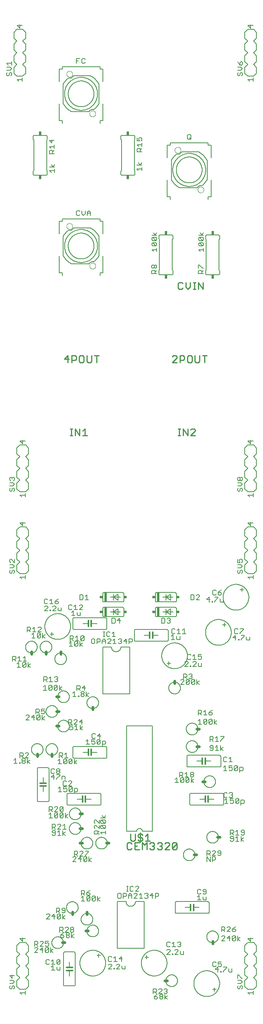
<source format=gto>
G75*
%MOIN*%
%OFA0B0*%
%FSLAX25Y25*%
%IPPOS*%
%LPD*%
%AMOC8*
5,1,8,0,0,1.08239X$1,22.5*
%
%ADD10C,0.01100*%
%ADD11C,0.01200*%
%ADD12C,0.00600*%
%ADD13C,0.00800*%
%ADD14C,0.00400*%
%ADD15C,0.02400*%
%ADD16R,0.02400X0.03400*%
%ADD17C,0.00500*%
%ADD18R,0.02000X0.08000*%
%ADD19R,0.02500X0.02000*%
D10*
X0122616Y0156750D02*
X0124584Y0156750D01*
X0125568Y0157734D01*
X0128077Y0156750D02*
X0128077Y0162655D01*
X0132014Y0162655D01*
X0132827Y0163066D02*
X0132827Y0170939D01*
X0131843Y0169955D02*
X0133812Y0169955D01*
X0134796Y0168971D01*
X0133812Y0167003D02*
X0131843Y0167003D01*
X0130859Y0167987D01*
X0130859Y0168971D01*
X0131843Y0169955D01*
X0128350Y0169955D02*
X0128350Y0165034D01*
X0127366Y0164050D01*
X0125398Y0164050D01*
X0124413Y0165034D01*
X0124413Y0169955D01*
X0124584Y0162655D02*
X0122616Y0162655D01*
X0121631Y0161671D01*
X0121631Y0157734D01*
X0122616Y0156750D01*
X0125568Y0161671D02*
X0124584Y0162655D01*
X0128077Y0159703D02*
X0130045Y0159703D01*
X0128077Y0156750D02*
X0132014Y0156750D01*
X0134522Y0156750D02*
X0134522Y0162655D01*
X0136491Y0160687D01*
X0138459Y0162655D01*
X0138459Y0156750D01*
X0140968Y0157734D02*
X0141952Y0156750D01*
X0143920Y0156750D01*
X0144905Y0157734D01*
X0144905Y0158718D01*
X0143920Y0159703D01*
X0142936Y0159703D01*
X0143920Y0159703D02*
X0144905Y0160687D01*
X0144905Y0161671D01*
X0143920Y0162655D01*
X0141952Y0162655D01*
X0140968Y0161671D01*
X0141241Y0164050D02*
X0137304Y0164050D01*
X0139273Y0164050D02*
X0139273Y0169955D01*
X0137304Y0167987D01*
X0134796Y0166018D02*
X0133812Y0167003D01*
X0134796Y0166018D02*
X0134796Y0165034D01*
X0133812Y0164050D01*
X0131843Y0164050D01*
X0130859Y0165034D01*
X0147413Y0161671D02*
X0148398Y0162655D01*
X0150366Y0162655D01*
X0151350Y0161671D01*
X0151350Y0160687D01*
X0150366Y0159703D01*
X0151350Y0158718D01*
X0151350Y0157734D01*
X0150366Y0156750D01*
X0148398Y0156750D01*
X0147413Y0157734D01*
X0149382Y0159703D02*
X0150366Y0159703D01*
X0153859Y0161671D02*
X0154843Y0162655D01*
X0156811Y0162655D01*
X0157796Y0161671D01*
X0157796Y0160687D01*
X0153859Y0156750D01*
X0157796Y0156750D01*
X0160304Y0157734D02*
X0164241Y0161671D01*
X0164241Y0157734D01*
X0163257Y0156750D01*
X0161289Y0156750D01*
X0160304Y0157734D01*
X0160304Y0161671D01*
X0161289Y0162655D01*
X0163257Y0162655D01*
X0164241Y0161671D01*
X0165250Y0510250D02*
X0167218Y0510250D01*
X0166234Y0510250D02*
X0166234Y0516155D01*
X0165250Y0516155D02*
X0167218Y0516155D01*
X0169547Y0516155D02*
X0169547Y0510250D01*
X0173484Y0510250D02*
X0169547Y0516155D01*
X0173484Y0516155D02*
X0173484Y0510250D01*
X0175992Y0510250D02*
X0179929Y0514187D01*
X0179929Y0515171D01*
X0178945Y0516155D01*
X0176977Y0516155D01*
X0175992Y0515171D01*
X0175992Y0510250D02*
X0179929Y0510250D01*
X0180571Y0572750D02*
X0179586Y0573734D01*
X0179586Y0578655D01*
X0177078Y0577671D02*
X0177078Y0573734D01*
X0176094Y0572750D01*
X0174125Y0572750D01*
X0173141Y0573734D01*
X0173141Y0577671D01*
X0174125Y0578655D01*
X0176094Y0578655D01*
X0177078Y0577671D01*
X0180571Y0572750D02*
X0182539Y0572750D01*
X0183523Y0573734D01*
X0183523Y0578655D01*
X0186032Y0578655D02*
X0189969Y0578655D01*
X0188000Y0578655D02*
X0188000Y0572750D01*
X0170632Y0575703D02*
X0169648Y0574718D01*
X0166695Y0574718D01*
X0166695Y0572750D02*
X0166695Y0578655D01*
X0169648Y0578655D01*
X0170632Y0577671D01*
X0170632Y0575703D01*
X0164187Y0576687D02*
X0164187Y0577671D01*
X0163203Y0578655D01*
X0161234Y0578655D01*
X0160250Y0577671D01*
X0164187Y0576687D02*
X0160250Y0572750D01*
X0164187Y0572750D01*
X0166234Y0635250D02*
X0168203Y0635250D01*
X0169187Y0636234D01*
X0171695Y0637218D02*
X0171695Y0641155D01*
X0169187Y0640171D02*
X0168203Y0641155D01*
X0166234Y0641155D01*
X0165250Y0640171D01*
X0165250Y0636234D01*
X0166234Y0635250D01*
X0171695Y0637218D02*
X0173664Y0635250D01*
X0175632Y0637218D01*
X0175632Y0641155D01*
X0178141Y0641155D02*
X0180109Y0641155D01*
X0179125Y0641155D02*
X0179125Y0635250D01*
X0178141Y0635250D02*
X0180109Y0635250D01*
X0182438Y0635250D02*
X0182438Y0641155D01*
X0186375Y0635250D01*
X0186375Y0641155D01*
X0097469Y0578655D02*
X0093532Y0578655D01*
X0095500Y0578655D02*
X0095500Y0572750D01*
X0091023Y0573734D02*
X0091023Y0578655D01*
X0091023Y0573734D02*
X0090039Y0572750D01*
X0088071Y0572750D01*
X0087086Y0573734D01*
X0087086Y0578655D01*
X0084578Y0577671D02*
X0084578Y0573734D01*
X0083594Y0572750D01*
X0081625Y0572750D01*
X0080641Y0573734D01*
X0080641Y0577671D01*
X0081625Y0578655D01*
X0083594Y0578655D01*
X0084578Y0577671D01*
X0078132Y0577671D02*
X0078132Y0575703D01*
X0077148Y0574718D01*
X0074195Y0574718D01*
X0074195Y0572750D02*
X0074195Y0578655D01*
X0077148Y0578655D01*
X0078132Y0577671D01*
X0071687Y0575703D02*
X0067750Y0575703D01*
X0070703Y0578655D01*
X0070703Y0572750D01*
X0072750Y0516155D02*
X0074718Y0516155D01*
X0073734Y0516155D02*
X0073734Y0510250D01*
X0072750Y0510250D02*
X0074718Y0510250D01*
X0077047Y0510250D02*
X0077047Y0516155D01*
X0080984Y0510250D01*
X0080984Y0516155D01*
X0083492Y0514187D02*
X0085461Y0516155D01*
X0085461Y0510250D01*
X0087429Y0510250D02*
X0083492Y0510250D01*
D11*
X0088500Y0352200D02*
X0088500Y0349700D01*
X0088500Y0347200D01*
X0091000Y0347200D02*
X0091000Y0349700D01*
X0091000Y0352200D01*
X0091000Y0242200D02*
X0091000Y0239700D01*
X0091000Y0237200D01*
X0088500Y0237200D02*
X0088500Y0239700D01*
X0088500Y0242200D01*
X0086000Y0202200D02*
X0086000Y0199700D01*
X0086000Y0197200D01*
X0083500Y0197200D02*
X0083500Y0199700D01*
X0083500Y0202200D01*
X0052200Y0210900D02*
X0049700Y0210900D01*
X0047200Y0210900D01*
X0047200Y0213400D02*
X0049700Y0213400D01*
X0052200Y0213400D01*
X0069700Y0056000D02*
X0072200Y0056000D01*
X0074700Y0056000D01*
X0074700Y0053500D02*
X0072200Y0053500D01*
X0069700Y0053500D01*
X0141000Y0337200D02*
X0141000Y0339700D01*
X0141000Y0342200D01*
X0143500Y0342200D02*
X0143500Y0339700D01*
X0143500Y0337200D01*
X0186000Y0234700D02*
X0186000Y0232200D01*
X0186000Y0229700D01*
X0188500Y0229700D02*
X0188500Y0232200D01*
X0188500Y0234700D01*
X0188500Y0202200D02*
X0188500Y0199700D01*
X0188500Y0197200D01*
X0191000Y0197200D02*
X0191000Y0199700D01*
X0191000Y0202200D01*
X0178500Y0109700D02*
X0178500Y0107200D01*
X0178500Y0104700D01*
X0176000Y0104700D02*
X0176000Y0107200D01*
X0176000Y0109700D01*
D12*
X0176000Y0107200D02*
X0171200Y0107200D01*
X0178500Y0107200D02*
X0183200Y0107200D01*
X0190700Y0102200D02*
X0190760Y0102202D01*
X0190821Y0102207D01*
X0190880Y0102216D01*
X0190939Y0102229D01*
X0190998Y0102245D01*
X0191055Y0102265D01*
X0191110Y0102288D01*
X0191165Y0102315D01*
X0191217Y0102344D01*
X0191268Y0102377D01*
X0191317Y0102413D01*
X0191363Y0102451D01*
X0191407Y0102493D01*
X0191449Y0102537D01*
X0191487Y0102583D01*
X0191523Y0102632D01*
X0191556Y0102683D01*
X0191585Y0102735D01*
X0191612Y0102790D01*
X0191635Y0102845D01*
X0191655Y0102902D01*
X0191671Y0102961D01*
X0191684Y0103020D01*
X0191693Y0103079D01*
X0191698Y0103140D01*
X0191700Y0103200D01*
X0191700Y0111200D01*
X0191698Y0111260D01*
X0191693Y0111321D01*
X0191684Y0111380D01*
X0191671Y0111439D01*
X0191655Y0111498D01*
X0191635Y0111555D01*
X0191612Y0111610D01*
X0191585Y0111665D01*
X0191556Y0111717D01*
X0191523Y0111768D01*
X0191487Y0111817D01*
X0191449Y0111863D01*
X0191407Y0111907D01*
X0191363Y0111949D01*
X0191317Y0111987D01*
X0191268Y0112023D01*
X0191217Y0112056D01*
X0191165Y0112085D01*
X0191110Y0112112D01*
X0191055Y0112135D01*
X0190998Y0112155D01*
X0190939Y0112171D01*
X0190880Y0112184D01*
X0190821Y0112193D01*
X0190760Y0112198D01*
X0190700Y0112200D01*
X0163700Y0112200D01*
X0163640Y0112198D01*
X0163579Y0112193D01*
X0163520Y0112184D01*
X0163461Y0112171D01*
X0163402Y0112155D01*
X0163345Y0112135D01*
X0163290Y0112112D01*
X0163235Y0112085D01*
X0163183Y0112056D01*
X0163132Y0112023D01*
X0163083Y0111987D01*
X0163037Y0111949D01*
X0162993Y0111907D01*
X0162951Y0111863D01*
X0162913Y0111817D01*
X0162877Y0111768D01*
X0162844Y0111717D01*
X0162815Y0111665D01*
X0162788Y0111610D01*
X0162765Y0111555D01*
X0162745Y0111498D01*
X0162729Y0111439D01*
X0162716Y0111380D01*
X0162707Y0111321D01*
X0162702Y0111260D01*
X0162700Y0111200D01*
X0162700Y0103200D01*
X0162702Y0103140D01*
X0162707Y0103079D01*
X0162716Y0103020D01*
X0162729Y0102961D01*
X0162745Y0102902D01*
X0162765Y0102845D01*
X0162788Y0102790D01*
X0162815Y0102735D01*
X0162844Y0102683D01*
X0162877Y0102632D01*
X0162913Y0102583D01*
X0162951Y0102537D01*
X0162993Y0102493D01*
X0163037Y0102451D01*
X0163083Y0102413D01*
X0163132Y0102377D01*
X0163183Y0102344D01*
X0163235Y0102315D01*
X0163290Y0102288D01*
X0163345Y0102265D01*
X0163402Y0102245D01*
X0163461Y0102229D01*
X0163520Y0102216D01*
X0163579Y0102207D01*
X0163640Y0102202D01*
X0163700Y0102200D01*
X0190700Y0102200D01*
X0189700Y0082200D02*
X0189702Y0082341D01*
X0189708Y0082482D01*
X0189718Y0082622D01*
X0189732Y0082762D01*
X0189750Y0082902D01*
X0189771Y0083041D01*
X0189797Y0083180D01*
X0189826Y0083318D01*
X0189860Y0083454D01*
X0189897Y0083590D01*
X0189938Y0083725D01*
X0189983Y0083859D01*
X0190032Y0083991D01*
X0190084Y0084122D01*
X0190140Y0084251D01*
X0190200Y0084378D01*
X0190263Y0084504D01*
X0190329Y0084628D01*
X0190400Y0084751D01*
X0190473Y0084871D01*
X0190550Y0084989D01*
X0190630Y0085105D01*
X0190714Y0085218D01*
X0190800Y0085329D01*
X0190890Y0085438D01*
X0190983Y0085544D01*
X0191078Y0085647D01*
X0191177Y0085748D01*
X0191278Y0085846D01*
X0191382Y0085941D01*
X0191489Y0086033D01*
X0191598Y0086122D01*
X0191710Y0086207D01*
X0191824Y0086290D01*
X0191940Y0086370D01*
X0192059Y0086446D01*
X0192180Y0086518D01*
X0192302Y0086588D01*
X0192427Y0086653D01*
X0192553Y0086716D01*
X0192681Y0086774D01*
X0192811Y0086829D01*
X0192942Y0086881D01*
X0193075Y0086928D01*
X0193209Y0086972D01*
X0193344Y0087013D01*
X0193480Y0087049D01*
X0193617Y0087081D01*
X0193755Y0087110D01*
X0193893Y0087135D01*
X0194033Y0087155D01*
X0194173Y0087172D01*
X0194313Y0087185D01*
X0194454Y0087194D01*
X0194594Y0087199D01*
X0194735Y0087200D01*
X0194876Y0087197D01*
X0195017Y0087190D01*
X0195157Y0087179D01*
X0195297Y0087164D01*
X0195437Y0087145D01*
X0195576Y0087123D01*
X0195714Y0087096D01*
X0195852Y0087066D01*
X0195988Y0087031D01*
X0196124Y0086993D01*
X0196258Y0086951D01*
X0196392Y0086905D01*
X0196524Y0086856D01*
X0196654Y0086802D01*
X0196783Y0086745D01*
X0196910Y0086685D01*
X0197036Y0086621D01*
X0197159Y0086553D01*
X0197281Y0086482D01*
X0197401Y0086408D01*
X0197518Y0086330D01*
X0197633Y0086249D01*
X0197746Y0086165D01*
X0197857Y0086078D01*
X0197965Y0085987D01*
X0198070Y0085894D01*
X0198173Y0085797D01*
X0198273Y0085698D01*
X0198370Y0085596D01*
X0198464Y0085491D01*
X0198555Y0085384D01*
X0198643Y0085274D01*
X0198728Y0085162D01*
X0198810Y0085047D01*
X0198889Y0084930D01*
X0198964Y0084811D01*
X0199036Y0084690D01*
X0199104Y0084567D01*
X0199169Y0084442D01*
X0199231Y0084315D01*
X0199288Y0084186D01*
X0199343Y0084056D01*
X0199393Y0083925D01*
X0199440Y0083792D01*
X0199483Y0083658D01*
X0199522Y0083522D01*
X0199557Y0083386D01*
X0199589Y0083249D01*
X0199616Y0083111D01*
X0199640Y0082972D01*
X0199660Y0082832D01*
X0199676Y0082692D01*
X0199688Y0082552D01*
X0199696Y0082411D01*
X0199700Y0082270D01*
X0199700Y0082130D01*
X0199696Y0081989D01*
X0199688Y0081848D01*
X0199676Y0081708D01*
X0199660Y0081568D01*
X0199640Y0081428D01*
X0199616Y0081289D01*
X0199589Y0081151D01*
X0199557Y0081014D01*
X0199522Y0080878D01*
X0199483Y0080742D01*
X0199440Y0080608D01*
X0199393Y0080475D01*
X0199343Y0080344D01*
X0199288Y0080214D01*
X0199231Y0080085D01*
X0199169Y0079958D01*
X0199104Y0079833D01*
X0199036Y0079710D01*
X0198964Y0079589D01*
X0198889Y0079470D01*
X0198810Y0079353D01*
X0198728Y0079238D01*
X0198643Y0079126D01*
X0198555Y0079016D01*
X0198464Y0078909D01*
X0198370Y0078804D01*
X0198273Y0078702D01*
X0198173Y0078603D01*
X0198070Y0078506D01*
X0197965Y0078413D01*
X0197857Y0078322D01*
X0197746Y0078235D01*
X0197633Y0078151D01*
X0197518Y0078070D01*
X0197401Y0077992D01*
X0197281Y0077918D01*
X0197159Y0077847D01*
X0197036Y0077779D01*
X0196910Y0077715D01*
X0196783Y0077655D01*
X0196654Y0077598D01*
X0196524Y0077544D01*
X0196392Y0077495D01*
X0196258Y0077449D01*
X0196124Y0077407D01*
X0195988Y0077369D01*
X0195852Y0077334D01*
X0195714Y0077304D01*
X0195576Y0077277D01*
X0195437Y0077255D01*
X0195297Y0077236D01*
X0195157Y0077221D01*
X0195017Y0077210D01*
X0194876Y0077203D01*
X0194735Y0077200D01*
X0194594Y0077201D01*
X0194454Y0077206D01*
X0194313Y0077215D01*
X0194173Y0077228D01*
X0194033Y0077245D01*
X0193893Y0077265D01*
X0193755Y0077290D01*
X0193617Y0077319D01*
X0193480Y0077351D01*
X0193344Y0077387D01*
X0193209Y0077428D01*
X0193075Y0077472D01*
X0192942Y0077519D01*
X0192811Y0077571D01*
X0192681Y0077626D01*
X0192553Y0077684D01*
X0192427Y0077747D01*
X0192302Y0077812D01*
X0192180Y0077882D01*
X0192059Y0077954D01*
X0191940Y0078030D01*
X0191824Y0078110D01*
X0191710Y0078193D01*
X0191598Y0078278D01*
X0191489Y0078367D01*
X0191382Y0078459D01*
X0191278Y0078554D01*
X0191177Y0078652D01*
X0191078Y0078753D01*
X0190983Y0078856D01*
X0190890Y0078962D01*
X0190800Y0079071D01*
X0190714Y0079182D01*
X0190630Y0079295D01*
X0190550Y0079411D01*
X0190473Y0079529D01*
X0190400Y0079649D01*
X0190329Y0079772D01*
X0190263Y0079896D01*
X0190200Y0080022D01*
X0190140Y0080149D01*
X0190084Y0080278D01*
X0190032Y0080409D01*
X0189983Y0080541D01*
X0189938Y0080675D01*
X0189897Y0080810D01*
X0189860Y0080946D01*
X0189826Y0081082D01*
X0189797Y0081220D01*
X0189771Y0081359D01*
X0189750Y0081498D01*
X0189732Y0081638D01*
X0189718Y0081778D01*
X0189708Y0081918D01*
X0189702Y0082059D01*
X0189700Y0082200D01*
X0178700Y0042200D02*
X0178703Y0042470D01*
X0178713Y0042740D01*
X0178730Y0043009D01*
X0178753Y0043278D01*
X0178783Y0043547D01*
X0178819Y0043814D01*
X0178862Y0044081D01*
X0178911Y0044346D01*
X0178967Y0044610D01*
X0179030Y0044873D01*
X0179098Y0045134D01*
X0179174Y0045393D01*
X0179255Y0045650D01*
X0179343Y0045906D01*
X0179437Y0046159D01*
X0179537Y0046410D01*
X0179644Y0046658D01*
X0179756Y0046903D01*
X0179875Y0047146D01*
X0179999Y0047385D01*
X0180129Y0047622D01*
X0180265Y0047855D01*
X0180407Y0048085D01*
X0180554Y0048311D01*
X0180707Y0048534D01*
X0180865Y0048753D01*
X0181028Y0048968D01*
X0181197Y0049178D01*
X0181371Y0049385D01*
X0181550Y0049587D01*
X0181733Y0049785D01*
X0181922Y0049978D01*
X0182115Y0050167D01*
X0182313Y0050350D01*
X0182515Y0050529D01*
X0182722Y0050703D01*
X0182932Y0050872D01*
X0183147Y0051035D01*
X0183366Y0051193D01*
X0183589Y0051346D01*
X0183815Y0051493D01*
X0184045Y0051635D01*
X0184278Y0051771D01*
X0184515Y0051901D01*
X0184754Y0052025D01*
X0184997Y0052144D01*
X0185242Y0052256D01*
X0185490Y0052363D01*
X0185741Y0052463D01*
X0185994Y0052557D01*
X0186250Y0052645D01*
X0186507Y0052726D01*
X0186766Y0052802D01*
X0187027Y0052870D01*
X0187290Y0052933D01*
X0187554Y0052989D01*
X0187819Y0053038D01*
X0188086Y0053081D01*
X0188353Y0053117D01*
X0188622Y0053147D01*
X0188891Y0053170D01*
X0189160Y0053187D01*
X0189430Y0053197D01*
X0189700Y0053200D01*
X0189970Y0053197D01*
X0190240Y0053187D01*
X0190509Y0053170D01*
X0190778Y0053147D01*
X0191047Y0053117D01*
X0191314Y0053081D01*
X0191581Y0053038D01*
X0191846Y0052989D01*
X0192110Y0052933D01*
X0192373Y0052870D01*
X0192634Y0052802D01*
X0192893Y0052726D01*
X0193150Y0052645D01*
X0193406Y0052557D01*
X0193659Y0052463D01*
X0193910Y0052363D01*
X0194158Y0052256D01*
X0194403Y0052144D01*
X0194646Y0052025D01*
X0194885Y0051901D01*
X0195122Y0051771D01*
X0195355Y0051635D01*
X0195585Y0051493D01*
X0195811Y0051346D01*
X0196034Y0051193D01*
X0196253Y0051035D01*
X0196468Y0050872D01*
X0196678Y0050703D01*
X0196885Y0050529D01*
X0197087Y0050350D01*
X0197285Y0050167D01*
X0197478Y0049978D01*
X0197667Y0049785D01*
X0197850Y0049587D01*
X0198029Y0049385D01*
X0198203Y0049178D01*
X0198372Y0048968D01*
X0198535Y0048753D01*
X0198693Y0048534D01*
X0198846Y0048311D01*
X0198993Y0048085D01*
X0199135Y0047855D01*
X0199271Y0047622D01*
X0199401Y0047385D01*
X0199525Y0047146D01*
X0199644Y0046903D01*
X0199756Y0046658D01*
X0199863Y0046410D01*
X0199963Y0046159D01*
X0200057Y0045906D01*
X0200145Y0045650D01*
X0200226Y0045393D01*
X0200302Y0045134D01*
X0200370Y0044873D01*
X0200433Y0044610D01*
X0200489Y0044346D01*
X0200538Y0044081D01*
X0200581Y0043814D01*
X0200617Y0043547D01*
X0200647Y0043278D01*
X0200670Y0043009D01*
X0200687Y0042740D01*
X0200697Y0042470D01*
X0200700Y0042200D01*
X0200697Y0041930D01*
X0200687Y0041660D01*
X0200670Y0041391D01*
X0200647Y0041122D01*
X0200617Y0040853D01*
X0200581Y0040586D01*
X0200538Y0040319D01*
X0200489Y0040054D01*
X0200433Y0039790D01*
X0200370Y0039527D01*
X0200302Y0039266D01*
X0200226Y0039007D01*
X0200145Y0038750D01*
X0200057Y0038494D01*
X0199963Y0038241D01*
X0199863Y0037990D01*
X0199756Y0037742D01*
X0199644Y0037497D01*
X0199525Y0037254D01*
X0199401Y0037015D01*
X0199271Y0036778D01*
X0199135Y0036545D01*
X0198993Y0036315D01*
X0198846Y0036089D01*
X0198693Y0035866D01*
X0198535Y0035647D01*
X0198372Y0035432D01*
X0198203Y0035222D01*
X0198029Y0035015D01*
X0197850Y0034813D01*
X0197667Y0034615D01*
X0197478Y0034422D01*
X0197285Y0034233D01*
X0197087Y0034050D01*
X0196885Y0033871D01*
X0196678Y0033697D01*
X0196468Y0033528D01*
X0196253Y0033365D01*
X0196034Y0033207D01*
X0195811Y0033054D01*
X0195585Y0032907D01*
X0195355Y0032765D01*
X0195122Y0032629D01*
X0194885Y0032499D01*
X0194646Y0032375D01*
X0194403Y0032256D01*
X0194158Y0032144D01*
X0193910Y0032037D01*
X0193659Y0031937D01*
X0193406Y0031843D01*
X0193150Y0031755D01*
X0192893Y0031674D01*
X0192634Y0031598D01*
X0192373Y0031530D01*
X0192110Y0031467D01*
X0191846Y0031411D01*
X0191581Y0031362D01*
X0191314Y0031319D01*
X0191047Y0031283D01*
X0190778Y0031253D01*
X0190509Y0031230D01*
X0190240Y0031213D01*
X0189970Y0031203D01*
X0189700Y0031200D01*
X0189430Y0031203D01*
X0189160Y0031213D01*
X0188891Y0031230D01*
X0188622Y0031253D01*
X0188353Y0031283D01*
X0188086Y0031319D01*
X0187819Y0031362D01*
X0187554Y0031411D01*
X0187290Y0031467D01*
X0187027Y0031530D01*
X0186766Y0031598D01*
X0186507Y0031674D01*
X0186250Y0031755D01*
X0185994Y0031843D01*
X0185741Y0031937D01*
X0185490Y0032037D01*
X0185242Y0032144D01*
X0184997Y0032256D01*
X0184754Y0032375D01*
X0184515Y0032499D01*
X0184278Y0032629D01*
X0184045Y0032765D01*
X0183815Y0032907D01*
X0183589Y0033054D01*
X0183366Y0033207D01*
X0183147Y0033365D01*
X0182932Y0033528D01*
X0182722Y0033697D01*
X0182515Y0033871D01*
X0182313Y0034050D01*
X0182115Y0034233D01*
X0181922Y0034422D01*
X0181733Y0034615D01*
X0181550Y0034813D01*
X0181371Y0035015D01*
X0181197Y0035222D01*
X0181028Y0035432D01*
X0180865Y0035647D01*
X0180707Y0035866D01*
X0180554Y0036089D01*
X0180407Y0036315D01*
X0180265Y0036545D01*
X0180129Y0036778D01*
X0179999Y0037015D01*
X0179875Y0037254D01*
X0179756Y0037497D01*
X0179644Y0037742D01*
X0179537Y0037990D01*
X0179437Y0038241D01*
X0179343Y0038494D01*
X0179255Y0038750D01*
X0179174Y0039007D01*
X0179098Y0039266D01*
X0179030Y0039527D01*
X0178967Y0039790D01*
X0178911Y0040054D01*
X0178862Y0040319D01*
X0178819Y0040586D01*
X0178783Y0040853D01*
X0178753Y0041122D01*
X0178730Y0041391D01*
X0178713Y0041660D01*
X0178703Y0041930D01*
X0178700Y0042200D01*
X0194700Y0037200D02*
X0196200Y0037200D01*
X0196200Y0035700D01*
X0196200Y0037200D02*
X0196200Y0038700D01*
X0196200Y0037200D02*
X0197700Y0037200D01*
X0222200Y0039700D02*
X0224700Y0037200D01*
X0229700Y0037200D01*
X0232200Y0039700D01*
X0232200Y0044700D01*
X0229700Y0047200D01*
X0232200Y0049700D01*
X0232200Y0054700D01*
X0229700Y0057200D01*
X0232200Y0059700D01*
X0232200Y0064700D01*
X0229700Y0067200D01*
X0232200Y0069700D01*
X0232200Y0074700D01*
X0229700Y0077200D01*
X0224700Y0077200D01*
X0222200Y0074700D01*
X0222200Y0069700D01*
X0224700Y0067200D01*
X0222200Y0064700D01*
X0222200Y0059700D01*
X0224700Y0057200D01*
X0222200Y0054700D01*
X0222200Y0049700D01*
X0224700Y0047200D01*
X0222200Y0044700D01*
X0222200Y0039700D01*
X0189700Y0167200D02*
X0189702Y0167341D01*
X0189708Y0167482D01*
X0189718Y0167622D01*
X0189732Y0167762D01*
X0189750Y0167902D01*
X0189771Y0168041D01*
X0189797Y0168180D01*
X0189826Y0168318D01*
X0189860Y0168454D01*
X0189897Y0168590D01*
X0189938Y0168725D01*
X0189983Y0168859D01*
X0190032Y0168991D01*
X0190084Y0169122D01*
X0190140Y0169251D01*
X0190200Y0169378D01*
X0190263Y0169504D01*
X0190329Y0169628D01*
X0190400Y0169751D01*
X0190473Y0169871D01*
X0190550Y0169989D01*
X0190630Y0170105D01*
X0190714Y0170218D01*
X0190800Y0170329D01*
X0190890Y0170438D01*
X0190983Y0170544D01*
X0191078Y0170647D01*
X0191177Y0170748D01*
X0191278Y0170846D01*
X0191382Y0170941D01*
X0191489Y0171033D01*
X0191598Y0171122D01*
X0191710Y0171207D01*
X0191824Y0171290D01*
X0191940Y0171370D01*
X0192059Y0171446D01*
X0192180Y0171518D01*
X0192302Y0171588D01*
X0192427Y0171653D01*
X0192553Y0171716D01*
X0192681Y0171774D01*
X0192811Y0171829D01*
X0192942Y0171881D01*
X0193075Y0171928D01*
X0193209Y0171972D01*
X0193344Y0172013D01*
X0193480Y0172049D01*
X0193617Y0172081D01*
X0193755Y0172110D01*
X0193893Y0172135D01*
X0194033Y0172155D01*
X0194173Y0172172D01*
X0194313Y0172185D01*
X0194454Y0172194D01*
X0194594Y0172199D01*
X0194735Y0172200D01*
X0194876Y0172197D01*
X0195017Y0172190D01*
X0195157Y0172179D01*
X0195297Y0172164D01*
X0195437Y0172145D01*
X0195576Y0172123D01*
X0195714Y0172096D01*
X0195852Y0172066D01*
X0195988Y0172031D01*
X0196124Y0171993D01*
X0196258Y0171951D01*
X0196392Y0171905D01*
X0196524Y0171856D01*
X0196654Y0171802D01*
X0196783Y0171745D01*
X0196910Y0171685D01*
X0197036Y0171621D01*
X0197159Y0171553D01*
X0197281Y0171482D01*
X0197401Y0171408D01*
X0197518Y0171330D01*
X0197633Y0171249D01*
X0197746Y0171165D01*
X0197857Y0171078D01*
X0197965Y0170987D01*
X0198070Y0170894D01*
X0198173Y0170797D01*
X0198273Y0170698D01*
X0198370Y0170596D01*
X0198464Y0170491D01*
X0198555Y0170384D01*
X0198643Y0170274D01*
X0198728Y0170162D01*
X0198810Y0170047D01*
X0198889Y0169930D01*
X0198964Y0169811D01*
X0199036Y0169690D01*
X0199104Y0169567D01*
X0199169Y0169442D01*
X0199231Y0169315D01*
X0199288Y0169186D01*
X0199343Y0169056D01*
X0199393Y0168925D01*
X0199440Y0168792D01*
X0199483Y0168658D01*
X0199522Y0168522D01*
X0199557Y0168386D01*
X0199589Y0168249D01*
X0199616Y0168111D01*
X0199640Y0167972D01*
X0199660Y0167832D01*
X0199676Y0167692D01*
X0199688Y0167552D01*
X0199696Y0167411D01*
X0199700Y0167270D01*
X0199700Y0167130D01*
X0199696Y0166989D01*
X0199688Y0166848D01*
X0199676Y0166708D01*
X0199660Y0166568D01*
X0199640Y0166428D01*
X0199616Y0166289D01*
X0199589Y0166151D01*
X0199557Y0166014D01*
X0199522Y0165878D01*
X0199483Y0165742D01*
X0199440Y0165608D01*
X0199393Y0165475D01*
X0199343Y0165344D01*
X0199288Y0165214D01*
X0199231Y0165085D01*
X0199169Y0164958D01*
X0199104Y0164833D01*
X0199036Y0164710D01*
X0198964Y0164589D01*
X0198889Y0164470D01*
X0198810Y0164353D01*
X0198728Y0164238D01*
X0198643Y0164126D01*
X0198555Y0164016D01*
X0198464Y0163909D01*
X0198370Y0163804D01*
X0198273Y0163702D01*
X0198173Y0163603D01*
X0198070Y0163506D01*
X0197965Y0163413D01*
X0197857Y0163322D01*
X0197746Y0163235D01*
X0197633Y0163151D01*
X0197518Y0163070D01*
X0197401Y0162992D01*
X0197281Y0162918D01*
X0197159Y0162847D01*
X0197036Y0162779D01*
X0196910Y0162715D01*
X0196783Y0162655D01*
X0196654Y0162598D01*
X0196524Y0162544D01*
X0196392Y0162495D01*
X0196258Y0162449D01*
X0196124Y0162407D01*
X0195988Y0162369D01*
X0195852Y0162334D01*
X0195714Y0162304D01*
X0195576Y0162277D01*
X0195437Y0162255D01*
X0195297Y0162236D01*
X0195157Y0162221D01*
X0195017Y0162210D01*
X0194876Y0162203D01*
X0194735Y0162200D01*
X0194594Y0162201D01*
X0194454Y0162206D01*
X0194313Y0162215D01*
X0194173Y0162228D01*
X0194033Y0162245D01*
X0193893Y0162265D01*
X0193755Y0162290D01*
X0193617Y0162319D01*
X0193480Y0162351D01*
X0193344Y0162387D01*
X0193209Y0162428D01*
X0193075Y0162472D01*
X0192942Y0162519D01*
X0192811Y0162571D01*
X0192681Y0162626D01*
X0192553Y0162684D01*
X0192427Y0162747D01*
X0192302Y0162812D01*
X0192180Y0162882D01*
X0192059Y0162954D01*
X0191940Y0163030D01*
X0191824Y0163110D01*
X0191710Y0163193D01*
X0191598Y0163278D01*
X0191489Y0163367D01*
X0191382Y0163459D01*
X0191278Y0163554D01*
X0191177Y0163652D01*
X0191078Y0163753D01*
X0190983Y0163856D01*
X0190890Y0163962D01*
X0190800Y0164071D01*
X0190714Y0164182D01*
X0190630Y0164295D01*
X0190550Y0164411D01*
X0190473Y0164529D01*
X0190400Y0164649D01*
X0190329Y0164772D01*
X0190263Y0164896D01*
X0190200Y0165022D01*
X0190140Y0165149D01*
X0190084Y0165278D01*
X0190032Y0165409D01*
X0189983Y0165541D01*
X0189938Y0165675D01*
X0189897Y0165810D01*
X0189860Y0165946D01*
X0189826Y0166082D01*
X0189797Y0166220D01*
X0189771Y0166359D01*
X0189750Y0166498D01*
X0189732Y0166638D01*
X0189718Y0166778D01*
X0189708Y0166918D01*
X0189702Y0167059D01*
X0189700Y0167200D01*
X0188500Y0199700D02*
X0183700Y0199700D01*
X0191000Y0199700D02*
X0195700Y0199700D01*
X0203200Y0194700D02*
X0203260Y0194702D01*
X0203321Y0194707D01*
X0203380Y0194716D01*
X0203439Y0194729D01*
X0203498Y0194745D01*
X0203555Y0194765D01*
X0203610Y0194788D01*
X0203665Y0194815D01*
X0203717Y0194844D01*
X0203768Y0194877D01*
X0203817Y0194913D01*
X0203863Y0194951D01*
X0203907Y0194993D01*
X0203949Y0195037D01*
X0203987Y0195083D01*
X0204023Y0195132D01*
X0204056Y0195183D01*
X0204085Y0195235D01*
X0204112Y0195290D01*
X0204135Y0195345D01*
X0204155Y0195402D01*
X0204171Y0195461D01*
X0204184Y0195520D01*
X0204193Y0195579D01*
X0204198Y0195640D01*
X0204200Y0195700D01*
X0204200Y0203700D01*
X0204198Y0203760D01*
X0204193Y0203821D01*
X0204184Y0203880D01*
X0204171Y0203939D01*
X0204155Y0203998D01*
X0204135Y0204055D01*
X0204112Y0204110D01*
X0204085Y0204165D01*
X0204056Y0204217D01*
X0204023Y0204268D01*
X0203987Y0204317D01*
X0203949Y0204363D01*
X0203907Y0204407D01*
X0203863Y0204449D01*
X0203817Y0204487D01*
X0203768Y0204523D01*
X0203717Y0204556D01*
X0203665Y0204585D01*
X0203610Y0204612D01*
X0203555Y0204635D01*
X0203498Y0204655D01*
X0203439Y0204671D01*
X0203380Y0204684D01*
X0203321Y0204693D01*
X0203260Y0204698D01*
X0203200Y0204700D01*
X0176200Y0204700D01*
X0176140Y0204698D01*
X0176079Y0204693D01*
X0176020Y0204684D01*
X0175961Y0204671D01*
X0175902Y0204655D01*
X0175845Y0204635D01*
X0175790Y0204612D01*
X0175735Y0204585D01*
X0175683Y0204556D01*
X0175632Y0204523D01*
X0175583Y0204487D01*
X0175537Y0204449D01*
X0175493Y0204407D01*
X0175451Y0204363D01*
X0175413Y0204317D01*
X0175377Y0204268D01*
X0175344Y0204217D01*
X0175315Y0204165D01*
X0175288Y0204110D01*
X0175265Y0204055D01*
X0175245Y0203998D01*
X0175229Y0203939D01*
X0175216Y0203880D01*
X0175207Y0203821D01*
X0175202Y0203760D01*
X0175200Y0203700D01*
X0175200Y0195700D01*
X0175202Y0195640D01*
X0175207Y0195579D01*
X0175216Y0195520D01*
X0175229Y0195461D01*
X0175245Y0195402D01*
X0175265Y0195345D01*
X0175288Y0195290D01*
X0175315Y0195235D01*
X0175344Y0195183D01*
X0175377Y0195132D01*
X0175413Y0195083D01*
X0175451Y0195037D01*
X0175493Y0194993D01*
X0175537Y0194951D01*
X0175583Y0194913D01*
X0175632Y0194877D01*
X0175683Y0194844D01*
X0175735Y0194815D01*
X0175790Y0194788D01*
X0175845Y0194765D01*
X0175902Y0194745D01*
X0175961Y0194729D01*
X0176020Y0194716D01*
X0176079Y0194707D01*
X0176140Y0194702D01*
X0176200Y0194700D01*
X0203200Y0194700D01*
X0187200Y0214700D02*
X0187202Y0214841D01*
X0187208Y0214982D01*
X0187218Y0215122D01*
X0187232Y0215262D01*
X0187250Y0215402D01*
X0187271Y0215541D01*
X0187297Y0215680D01*
X0187326Y0215818D01*
X0187360Y0215954D01*
X0187397Y0216090D01*
X0187438Y0216225D01*
X0187483Y0216359D01*
X0187532Y0216491D01*
X0187584Y0216622D01*
X0187640Y0216751D01*
X0187700Y0216878D01*
X0187763Y0217004D01*
X0187829Y0217128D01*
X0187900Y0217251D01*
X0187973Y0217371D01*
X0188050Y0217489D01*
X0188130Y0217605D01*
X0188214Y0217718D01*
X0188300Y0217829D01*
X0188390Y0217938D01*
X0188483Y0218044D01*
X0188578Y0218147D01*
X0188677Y0218248D01*
X0188778Y0218346D01*
X0188882Y0218441D01*
X0188989Y0218533D01*
X0189098Y0218622D01*
X0189210Y0218707D01*
X0189324Y0218790D01*
X0189440Y0218870D01*
X0189559Y0218946D01*
X0189680Y0219018D01*
X0189802Y0219088D01*
X0189927Y0219153D01*
X0190053Y0219216D01*
X0190181Y0219274D01*
X0190311Y0219329D01*
X0190442Y0219381D01*
X0190575Y0219428D01*
X0190709Y0219472D01*
X0190844Y0219513D01*
X0190980Y0219549D01*
X0191117Y0219581D01*
X0191255Y0219610D01*
X0191393Y0219635D01*
X0191533Y0219655D01*
X0191673Y0219672D01*
X0191813Y0219685D01*
X0191954Y0219694D01*
X0192094Y0219699D01*
X0192235Y0219700D01*
X0192376Y0219697D01*
X0192517Y0219690D01*
X0192657Y0219679D01*
X0192797Y0219664D01*
X0192937Y0219645D01*
X0193076Y0219623D01*
X0193214Y0219596D01*
X0193352Y0219566D01*
X0193488Y0219531D01*
X0193624Y0219493D01*
X0193758Y0219451D01*
X0193892Y0219405D01*
X0194024Y0219356D01*
X0194154Y0219302D01*
X0194283Y0219245D01*
X0194410Y0219185D01*
X0194536Y0219121D01*
X0194659Y0219053D01*
X0194781Y0218982D01*
X0194901Y0218908D01*
X0195018Y0218830D01*
X0195133Y0218749D01*
X0195246Y0218665D01*
X0195357Y0218578D01*
X0195465Y0218487D01*
X0195570Y0218394D01*
X0195673Y0218297D01*
X0195773Y0218198D01*
X0195870Y0218096D01*
X0195964Y0217991D01*
X0196055Y0217884D01*
X0196143Y0217774D01*
X0196228Y0217662D01*
X0196310Y0217547D01*
X0196389Y0217430D01*
X0196464Y0217311D01*
X0196536Y0217190D01*
X0196604Y0217067D01*
X0196669Y0216942D01*
X0196731Y0216815D01*
X0196788Y0216686D01*
X0196843Y0216556D01*
X0196893Y0216425D01*
X0196940Y0216292D01*
X0196983Y0216158D01*
X0197022Y0216022D01*
X0197057Y0215886D01*
X0197089Y0215749D01*
X0197116Y0215611D01*
X0197140Y0215472D01*
X0197160Y0215332D01*
X0197176Y0215192D01*
X0197188Y0215052D01*
X0197196Y0214911D01*
X0197200Y0214770D01*
X0197200Y0214630D01*
X0197196Y0214489D01*
X0197188Y0214348D01*
X0197176Y0214208D01*
X0197160Y0214068D01*
X0197140Y0213928D01*
X0197116Y0213789D01*
X0197089Y0213651D01*
X0197057Y0213514D01*
X0197022Y0213378D01*
X0196983Y0213242D01*
X0196940Y0213108D01*
X0196893Y0212975D01*
X0196843Y0212844D01*
X0196788Y0212714D01*
X0196731Y0212585D01*
X0196669Y0212458D01*
X0196604Y0212333D01*
X0196536Y0212210D01*
X0196464Y0212089D01*
X0196389Y0211970D01*
X0196310Y0211853D01*
X0196228Y0211738D01*
X0196143Y0211626D01*
X0196055Y0211516D01*
X0195964Y0211409D01*
X0195870Y0211304D01*
X0195773Y0211202D01*
X0195673Y0211103D01*
X0195570Y0211006D01*
X0195465Y0210913D01*
X0195357Y0210822D01*
X0195246Y0210735D01*
X0195133Y0210651D01*
X0195018Y0210570D01*
X0194901Y0210492D01*
X0194781Y0210418D01*
X0194659Y0210347D01*
X0194536Y0210279D01*
X0194410Y0210215D01*
X0194283Y0210155D01*
X0194154Y0210098D01*
X0194024Y0210044D01*
X0193892Y0209995D01*
X0193758Y0209949D01*
X0193624Y0209907D01*
X0193488Y0209869D01*
X0193352Y0209834D01*
X0193214Y0209804D01*
X0193076Y0209777D01*
X0192937Y0209755D01*
X0192797Y0209736D01*
X0192657Y0209721D01*
X0192517Y0209710D01*
X0192376Y0209703D01*
X0192235Y0209700D01*
X0192094Y0209701D01*
X0191954Y0209706D01*
X0191813Y0209715D01*
X0191673Y0209728D01*
X0191533Y0209745D01*
X0191393Y0209765D01*
X0191255Y0209790D01*
X0191117Y0209819D01*
X0190980Y0209851D01*
X0190844Y0209887D01*
X0190709Y0209928D01*
X0190575Y0209972D01*
X0190442Y0210019D01*
X0190311Y0210071D01*
X0190181Y0210126D01*
X0190053Y0210184D01*
X0189927Y0210247D01*
X0189802Y0210312D01*
X0189680Y0210382D01*
X0189559Y0210454D01*
X0189440Y0210530D01*
X0189324Y0210610D01*
X0189210Y0210693D01*
X0189098Y0210778D01*
X0188989Y0210867D01*
X0188882Y0210959D01*
X0188778Y0211054D01*
X0188677Y0211152D01*
X0188578Y0211253D01*
X0188483Y0211356D01*
X0188390Y0211462D01*
X0188300Y0211571D01*
X0188214Y0211682D01*
X0188130Y0211795D01*
X0188050Y0211911D01*
X0187973Y0212029D01*
X0187900Y0212149D01*
X0187829Y0212272D01*
X0187763Y0212396D01*
X0187700Y0212522D01*
X0187640Y0212649D01*
X0187584Y0212778D01*
X0187532Y0212909D01*
X0187483Y0213041D01*
X0187438Y0213175D01*
X0187397Y0213310D01*
X0187360Y0213446D01*
X0187326Y0213582D01*
X0187297Y0213720D01*
X0187271Y0213859D01*
X0187250Y0213998D01*
X0187232Y0214138D01*
X0187218Y0214278D01*
X0187208Y0214418D01*
X0187202Y0214559D01*
X0187200Y0214700D01*
X0186000Y0232200D02*
X0181200Y0232200D01*
X0172200Y0244700D02*
X0172202Y0244841D01*
X0172208Y0244982D01*
X0172218Y0245122D01*
X0172232Y0245262D01*
X0172250Y0245402D01*
X0172271Y0245541D01*
X0172297Y0245680D01*
X0172326Y0245818D01*
X0172360Y0245954D01*
X0172397Y0246090D01*
X0172438Y0246225D01*
X0172483Y0246359D01*
X0172532Y0246491D01*
X0172584Y0246622D01*
X0172640Y0246751D01*
X0172700Y0246878D01*
X0172763Y0247004D01*
X0172829Y0247128D01*
X0172900Y0247251D01*
X0172973Y0247371D01*
X0173050Y0247489D01*
X0173130Y0247605D01*
X0173214Y0247718D01*
X0173300Y0247829D01*
X0173390Y0247938D01*
X0173483Y0248044D01*
X0173578Y0248147D01*
X0173677Y0248248D01*
X0173778Y0248346D01*
X0173882Y0248441D01*
X0173989Y0248533D01*
X0174098Y0248622D01*
X0174210Y0248707D01*
X0174324Y0248790D01*
X0174440Y0248870D01*
X0174559Y0248946D01*
X0174680Y0249018D01*
X0174802Y0249088D01*
X0174927Y0249153D01*
X0175053Y0249216D01*
X0175181Y0249274D01*
X0175311Y0249329D01*
X0175442Y0249381D01*
X0175575Y0249428D01*
X0175709Y0249472D01*
X0175844Y0249513D01*
X0175980Y0249549D01*
X0176117Y0249581D01*
X0176255Y0249610D01*
X0176393Y0249635D01*
X0176533Y0249655D01*
X0176673Y0249672D01*
X0176813Y0249685D01*
X0176954Y0249694D01*
X0177094Y0249699D01*
X0177235Y0249700D01*
X0177376Y0249697D01*
X0177517Y0249690D01*
X0177657Y0249679D01*
X0177797Y0249664D01*
X0177937Y0249645D01*
X0178076Y0249623D01*
X0178214Y0249596D01*
X0178352Y0249566D01*
X0178488Y0249531D01*
X0178624Y0249493D01*
X0178758Y0249451D01*
X0178892Y0249405D01*
X0179024Y0249356D01*
X0179154Y0249302D01*
X0179283Y0249245D01*
X0179410Y0249185D01*
X0179536Y0249121D01*
X0179659Y0249053D01*
X0179781Y0248982D01*
X0179901Y0248908D01*
X0180018Y0248830D01*
X0180133Y0248749D01*
X0180246Y0248665D01*
X0180357Y0248578D01*
X0180465Y0248487D01*
X0180570Y0248394D01*
X0180673Y0248297D01*
X0180773Y0248198D01*
X0180870Y0248096D01*
X0180964Y0247991D01*
X0181055Y0247884D01*
X0181143Y0247774D01*
X0181228Y0247662D01*
X0181310Y0247547D01*
X0181389Y0247430D01*
X0181464Y0247311D01*
X0181536Y0247190D01*
X0181604Y0247067D01*
X0181669Y0246942D01*
X0181731Y0246815D01*
X0181788Y0246686D01*
X0181843Y0246556D01*
X0181893Y0246425D01*
X0181940Y0246292D01*
X0181983Y0246158D01*
X0182022Y0246022D01*
X0182057Y0245886D01*
X0182089Y0245749D01*
X0182116Y0245611D01*
X0182140Y0245472D01*
X0182160Y0245332D01*
X0182176Y0245192D01*
X0182188Y0245052D01*
X0182196Y0244911D01*
X0182200Y0244770D01*
X0182200Y0244630D01*
X0182196Y0244489D01*
X0182188Y0244348D01*
X0182176Y0244208D01*
X0182160Y0244068D01*
X0182140Y0243928D01*
X0182116Y0243789D01*
X0182089Y0243651D01*
X0182057Y0243514D01*
X0182022Y0243378D01*
X0181983Y0243242D01*
X0181940Y0243108D01*
X0181893Y0242975D01*
X0181843Y0242844D01*
X0181788Y0242714D01*
X0181731Y0242585D01*
X0181669Y0242458D01*
X0181604Y0242333D01*
X0181536Y0242210D01*
X0181464Y0242089D01*
X0181389Y0241970D01*
X0181310Y0241853D01*
X0181228Y0241738D01*
X0181143Y0241626D01*
X0181055Y0241516D01*
X0180964Y0241409D01*
X0180870Y0241304D01*
X0180773Y0241202D01*
X0180673Y0241103D01*
X0180570Y0241006D01*
X0180465Y0240913D01*
X0180357Y0240822D01*
X0180246Y0240735D01*
X0180133Y0240651D01*
X0180018Y0240570D01*
X0179901Y0240492D01*
X0179781Y0240418D01*
X0179659Y0240347D01*
X0179536Y0240279D01*
X0179410Y0240215D01*
X0179283Y0240155D01*
X0179154Y0240098D01*
X0179024Y0240044D01*
X0178892Y0239995D01*
X0178758Y0239949D01*
X0178624Y0239907D01*
X0178488Y0239869D01*
X0178352Y0239834D01*
X0178214Y0239804D01*
X0178076Y0239777D01*
X0177937Y0239755D01*
X0177797Y0239736D01*
X0177657Y0239721D01*
X0177517Y0239710D01*
X0177376Y0239703D01*
X0177235Y0239700D01*
X0177094Y0239701D01*
X0176954Y0239706D01*
X0176813Y0239715D01*
X0176673Y0239728D01*
X0176533Y0239745D01*
X0176393Y0239765D01*
X0176255Y0239790D01*
X0176117Y0239819D01*
X0175980Y0239851D01*
X0175844Y0239887D01*
X0175709Y0239928D01*
X0175575Y0239972D01*
X0175442Y0240019D01*
X0175311Y0240071D01*
X0175181Y0240126D01*
X0175053Y0240184D01*
X0174927Y0240247D01*
X0174802Y0240312D01*
X0174680Y0240382D01*
X0174559Y0240454D01*
X0174440Y0240530D01*
X0174324Y0240610D01*
X0174210Y0240693D01*
X0174098Y0240778D01*
X0173989Y0240867D01*
X0173882Y0240959D01*
X0173778Y0241054D01*
X0173677Y0241152D01*
X0173578Y0241253D01*
X0173483Y0241356D01*
X0173390Y0241462D01*
X0173300Y0241571D01*
X0173214Y0241682D01*
X0173130Y0241795D01*
X0173050Y0241911D01*
X0172973Y0242029D01*
X0172900Y0242149D01*
X0172829Y0242272D01*
X0172763Y0242396D01*
X0172700Y0242522D01*
X0172640Y0242649D01*
X0172584Y0242778D01*
X0172532Y0242909D01*
X0172483Y0243041D01*
X0172438Y0243175D01*
X0172397Y0243310D01*
X0172360Y0243446D01*
X0172326Y0243582D01*
X0172297Y0243720D01*
X0172271Y0243859D01*
X0172250Y0243998D01*
X0172232Y0244138D01*
X0172218Y0244278D01*
X0172208Y0244418D01*
X0172202Y0244559D01*
X0172200Y0244700D01*
X0173700Y0237200D02*
X0200700Y0237200D01*
X0200760Y0237198D01*
X0200821Y0237193D01*
X0200880Y0237184D01*
X0200939Y0237171D01*
X0200998Y0237155D01*
X0201055Y0237135D01*
X0201110Y0237112D01*
X0201165Y0237085D01*
X0201217Y0237056D01*
X0201268Y0237023D01*
X0201317Y0236987D01*
X0201363Y0236949D01*
X0201407Y0236907D01*
X0201449Y0236863D01*
X0201487Y0236817D01*
X0201523Y0236768D01*
X0201556Y0236717D01*
X0201585Y0236665D01*
X0201612Y0236610D01*
X0201635Y0236555D01*
X0201655Y0236498D01*
X0201671Y0236439D01*
X0201684Y0236380D01*
X0201693Y0236321D01*
X0201698Y0236260D01*
X0201700Y0236200D01*
X0201700Y0228200D01*
X0201698Y0228140D01*
X0201693Y0228079D01*
X0201684Y0228020D01*
X0201671Y0227961D01*
X0201655Y0227902D01*
X0201635Y0227845D01*
X0201612Y0227790D01*
X0201585Y0227735D01*
X0201556Y0227683D01*
X0201523Y0227632D01*
X0201487Y0227583D01*
X0201449Y0227537D01*
X0201407Y0227493D01*
X0201363Y0227451D01*
X0201317Y0227413D01*
X0201268Y0227377D01*
X0201217Y0227344D01*
X0201165Y0227315D01*
X0201110Y0227288D01*
X0201055Y0227265D01*
X0200998Y0227245D01*
X0200939Y0227229D01*
X0200880Y0227216D01*
X0200821Y0227207D01*
X0200760Y0227202D01*
X0200700Y0227200D01*
X0173700Y0227200D01*
X0173640Y0227202D01*
X0173579Y0227207D01*
X0173520Y0227216D01*
X0173461Y0227229D01*
X0173402Y0227245D01*
X0173345Y0227265D01*
X0173290Y0227288D01*
X0173235Y0227315D01*
X0173183Y0227344D01*
X0173132Y0227377D01*
X0173083Y0227413D01*
X0173037Y0227451D01*
X0172993Y0227493D01*
X0172951Y0227537D01*
X0172913Y0227583D01*
X0172877Y0227632D01*
X0172844Y0227683D01*
X0172815Y0227735D01*
X0172788Y0227790D01*
X0172765Y0227845D01*
X0172745Y0227902D01*
X0172729Y0227961D01*
X0172716Y0228020D01*
X0172707Y0228079D01*
X0172702Y0228140D01*
X0172700Y0228200D01*
X0172700Y0236200D01*
X0172702Y0236260D01*
X0172707Y0236321D01*
X0172716Y0236380D01*
X0172729Y0236439D01*
X0172745Y0236498D01*
X0172765Y0236555D01*
X0172788Y0236610D01*
X0172815Y0236665D01*
X0172844Y0236717D01*
X0172877Y0236768D01*
X0172913Y0236817D01*
X0172951Y0236863D01*
X0172993Y0236907D01*
X0173037Y0236949D01*
X0173083Y0236987D01*
X0173132Y0237023D01*
X0173183Y0237056D01*
X0173235Y0237085D01*
X0173290Y0237112D01*
X0173345Y0237135D01*
X0173402Y0237155D01*
X0173461Y0237171D01*
X0173520Y0237184D01*
X0173579Y0237193D01*
X0173640Y0237198D01*
X0173700Y0237200D01*
X0172200Y0259700D02*
X0172202Y0259841D01*
X0172208Y0259982D01*
X0172218Y0260122D01*
X0172232Y0260262D01*
X0172250Y0260402D01*
X0172271Y0260541D01*
X0172297Y0260680D01*
X0172326Y0260818D01*
X0172360Y0260954D01*
X0172397Y0261090D01*
X0172438Y0261225D01*
X0172483Y0261359D01*
X0172532Y0261491D01*
X0172584Y0261622D01*
X0172640Y0261751D01*
X0172700Y0261878D01*
X0172763Y0262004D01*
X0172829Y0262128D01*
X0172900Y0262251D01*
X0172973Y0262371D01*
X0173050Y0262489D01*
X0173130Y0262605D01*
X0173214Y0262718D01*
X0173300Y0262829D01*
X0173390Y0262938D01*
X0173483Y0263044D01*
X0173578Y0263147D01*
X0173677Y0263248D01*
X0173778Y0263346D01*
X0173882Y0263441D01*
X0173989Y0263533D01*
X0174098Y0263622D01*
X0174210Y0263707D01*
X0174324Y0263790D01*
X0174440Y0263870D01*
X0174559Y0263946D01*
X0174680Y0264018D01*
X0174802Y0264088D01*
X0174927Y0264153D01*
X0175053Y0264216D01*
X0175181Y0264274D01*
X0175311Y0264329D01*
X0175442Y0264381D01*
X0175575Y0264428D01*
X0175709Y0264472D01*
X0175844Y0264513D01*
X0175980Y0264549D01*
X0176117Y0264581D01*
X0176255Y0264610D01*
X0176393Y0264635D01*
X0176533Y0264655D01*
X0176673Y0264672D01*
X0176813Y0264685D01*
X0176954Y0264694D01*
X0177094Y0264699D01*
X0177235Y0264700D01*
X0177376Y0264697D01*
X0177517Y0264690D01*
X0177657Y0264679D01*
X0177797Y0264664D01*
X0177937Y0264645D01*
X0178076Y0264623D01*
X0178214Y0264596D01*
X0178352Y0264566D01*
X0178488Y0264531D01*
X0178624Y0264493D01*
X0178758Y0264451D01*
X0178892Y0264405D01*
X0179024Y0264356D01*
X0179154Y0264302D01*
X0179283Y0264245D01*
X0179410Y0264185D01*
X0179536Y0264121D01*
X0179659Y0264053D01*
X0179781Y0263982D01*
X0179901Y0263908D01*
X0180018Y0263830D01*
X0180133Y0263749D01*
X0180246Y0263665D01*
X0180357Y0263578D01*
X0180465Y0263487D01*
X0180570Y0263394D01*
X0180673Y0263297D01*
X0180773Y0263198D01*
X0180870Y0263096D01*
X0180964Y0262991D01*
X0181055Y0262884D01*
X0181143Y0262774D01*
X0181228Y0262662D01*
X0181310Y0262547D01*
X0181389Y0262430D01*
X0181464Y0262311D01*
X0181536Y0262190D01*
X0181604Y0262067D01*
X0181669Y0261942D01*
X0181731Y0261815D01*
X0181788Y0261686D01*
X0181843Y0261556D01*
X0181893Y0261425D01*
X0181940Y0261292D01*
X0181983Y0261158D01*
X0182022Y0261022D01*
X0182057Y0260886D01*
X0182089Y0260749D01*
X0182116Y0260611D01*
X0182140Y0260472D01*
X0182160Y0260332D01*
X0182176Y0260192D01*
X0182188Y0260052D01*
X0182196Y0259911D01*
X0182200Y0259770D01*
X0182200Y0259630D01*
X0182196Y0259489D01*
X0182188Y0259348D01*
X0182176Y0259208D01*
X0182160Y0259068D01*
X0182140Y0258928D01*
X0182116Y0258789D01*
X0182089Y0258651D01*
X0182057Y0258514D01*
X0182022Y0258378D01*
X0181983Y0258242D01*
X0181940Y0258108D01*
X0181893Y0257975D01*
X0181843Y0257844D01*
X0181788Y0257714D01*
X0181731Y0257585D01*
X0181669Y0257458D01*
X0181604Y0257333D01*
X0181536Y0257210D01*
X0181464Y0257089D01*
X0181389Y0256970D01*
X0181310Y0256853D01*
X0181228Y0256738D01*
X0181143Y0256626D01*
X0181055Y0256516D01*
X0180964Y0256409D01*
X0180870Y0256304D01*
X0180773Y0256202D01*
X0180673Y0256103D01*
X0180570Y0256006D01*
X0180465Y0255913D01*
X0180357Y0255822D01*
X0180246Y0255735D01*
X0180133Y0255651D01*
X0180018Y0255570D01*
X0179901Y0255492D01*
X0179781Y0255418D01*
X0179659Y0255347D01*
X0179536Y0255279D01*
X0179410Y0255215D01*
X0179283Y0255155D01*
X0179154Y0255098D01*
X0179024Y0255044D01*
X0178892Y0254995D01*
X0178758Y0254949D01*
X0178624Y0254907D01*
X0178488Y0254869D01*
X0178352Y0254834D01*
X0178214Y0254804D01*
X0178076Y0254777D01*
X0177937Y0254755D01*
X0177797Y0254736D01*
X0177657Y0254721D01*
X0177517Y0254710D01*
X0177376Y0254703D01*
X0177235Y0254700D01*
X0177094Y0254701D01*
X0176954Y0254706D01*
X0176813Y0254715D01*
X0176673Y0254728D01*
X0176533Y0254745D01*
X0176393Y0254765D01*
X0176255Y0254790D01*
X0176117Y0254819D01*
X0175980Y0254851D01*
X0175844Y0254887D01*
X0175709Y0254928D01*
X0175575Y0254972D01*
X0175442Y0255019D01*
X0175311Y0255071D01*
X0175181Y0255126D01*
X0175053Y0255184D01*
X0174927Y0255247D01*
X0174802Y0255312D01*
X0174680Y0255382D01*
X0174559Y0255454D01*
X0174440Y0255530D01*
X0174324Y0255610D01*
X0174210Y0255693D01*
X0174098Y0255778D01*
X0173989Y0255867D01*
X0173882Y0255959D01*
X0173778Y0256054D01*
X0173677Y0256152D01*
X0173578Y0256253D01*
X0173483Y0256356D01*
X0173390Y0256462D01*
X0173300Y0256571D01*
X0173214Y0256682D01*
X0173130Y0256795D01*
X0173050Y0256911D01*
X0172973Y0257029D01*
X0172900Y0257149D01*
X0172829Y0257272D01*
X0172763Y0257396D01*
X0172700Y0257522D01*
X0172640Y0257649D01*
X0172584Y0257778D01*
X0172532Y0257909D01*
X0172483Y0258041D01*
X0172438Y0258175D01*
X0172397Y0258310D01*
X0172360Y0258446D01*
X0172326Y0258582D01*
X0172297Y0258720D01*
X0172271Y0258859D01*
X0172250Y0258998D01*
X0172232Y0259138D01*
X0172218Y0259278D01*
X0172208Y0259418D01*
X0172202Y0259559D01*
X0172200Y0259700D01*
X0157200Y0294700D02*
X0157202Y0294841D01*
X0157208Y0294982D01*
X0157218Y0295122D01*
X0157232Y0295262D01*
X0157250Y0295402D01*
X0157271Y0295541D01*
X0157297Y0295680D01*
X0157326Y0295818D01*
X0157360Y0295954D01*
X0157397Y0296090D01*
X0157438Y0296225D01*
X0157483Y0296359D01*
X0157532Y0296491D01*
X0157584Y0296622D01*
X0157640Y0296751D01*
X0157700Y0296878D01*
X0157763Y0297004D01*
X0157829Y0297128D01*
X0157900Y0297251D01*
X0157973Y0297371D01*
X0158050Y0297489D01*
X0158130Y0297605D01*
X0158214Y0297718D01*
X0158300Y0297829D01*
X0158390Y0297938D01*
X0158483Y0298044D01*
X0158578Y0298147D01*
X0158677Y0298248D01*
X0158778Y0298346D01*
X0158882Y0298441D01*
X0158989Y0298533D01*
X0159098Y0298622D01*
X0159210Y0298707D01*
X0159324Y0298790D01*
X0159440Y0298870D01*
X0159559Y0298946D01*
X0159680Y0299018D01*
X0159802Y0299088D01*
X0159927Y0299153D01*
X0160053Y0299216D01*
X0160181Y0299274D01*
X0160311Y0299329D01*
X0160442Y0299381D01*
X0160575Y0299428D01*
X0160709Y0299472D01*
X0160844Y0299513D01*
X0160980Y0299549D01*
X0161117Y0299581D01*
X0161255Y0299610D01*
X0161393Y0299635D01*
X0161533Y0299655D01*
X0161673Y0299672D01*
X0161813Y0299685D01*
X0161954Y0299694D01*
X0162094Y0299699D01*
X0162235Y0299700D01*
X0162376Y0299697D01*
X0162517Y0299690D01*
X0162657Y0299679D01*
X0162797Y0299664D01*
X0162937Y0299645D01*
X0163076Y0299623D01*
X0163214Y0299596D01*
X0163352Y0299566D01*
X0163488Y0299531D01*
X0163624Y0299493D01*
X0163758Y0299451D01*
X0163892Y0299405D01*
X0164024Y0299356D01*
X0164154Y0299302D01*
X0164283Y0299245D01*
X0164410Y0299185D01*
X0164536Y0299121D01*
X0164659Y0299053D01*
X0164781Y0298982D01*
X0164901Y0298908D01*
X0165018Y0298830D01*
X0165133Y0298749D01*
X0165246Y0298665D01*
X0165357Y0298578D01*
X0165465Y0298487D01*
X0165570Y0298394D01*
X0165673Y0298297D01*
X0165773Y0298198D01*
X0165870Y0298096D01*
X0165964Y0297991D01*
X0166055Y0297884D01*
X0166143Y0297774D01*
X0166228Y0297662D01*
X0166310Y0297547D01*
X0166389Y0297430D01*
X0166464Y0297311D01*
X0166536Y0297190D01*
X0166604Y0297067D01*
X0166669Y0296942D01*
X0166731Y0296815D01*
X0166788Y0296686D01*
X0166843Y0296556D01*
X0166893Y0296425D01*
X0166940Y0296292D01*
X0166983Y0296158D01*
X0167022Y0296022D01*
X0167057Y0295886D01*
X0167089Y0295749D01*
X0167116Y0295611D01*
X0167140Y0295472D01*
X0167160Y0295332D01*
X0167176Y0295192D01*
X0167188Y0295052D01*
X0167196Y0294911D01*
X0167200Y0294770D01*
X0167200Y0294630D01*
X0167196Y0294489D01*
X0167188Y0294348D01*
X0167176Y0294208D01*
X0167160Y0294068D01*
X0167140Y0293928D01*
X0167116Y0293789D01*
X0167089Y0293651D01*
X0167057Y0293514D01*
X0167022Y0293378D01*
X0166983Y0293242D01*
X0166940Y0293108D01*
X0166893Y0292975D01*
X0166843Y0292844D01*
X0166788Y0292714D01*
X0166731Y0292585D01*
X0166669Y0292458D01*
X0166604Y0292333D01*
X0166536Y0292210D01*
X0166464Y0292089D01*
X0166389Y0291970D01*
X0166310Y0291853D01*
X0166228Y0291738D01*
X0166143Y0291626D01*
X0166055Y0291516D01*
X0165964Y0291409D01*
X0165870Y0291304D01*
X0165773Y0291202D01*
X0165673Y0291103D01*
X0165570Y0291006D01*
X0165465Y0290913D01*
X0165357Y0290822D01*
X0165246Y0290735D01*
X0165133Y0290651D01*
X0165018Y0290570D01*
X0164901Y0290492D01*
X0164781Y0290418D01*
X0164659Y0290347D01*
X0164536Y0290279D01*
X0164410Y0290215D01*
X0164283Y0290155D01*
X0164154Y0290098D01*
X0164024Y0290044D01*
X0163892Y0289995D01*
X0163758Y0289949D01*
X0163624Y0289907D01*
X0163488Y0289869D01*
X0163352Y0289834D01*
X0163214Y0289804D01*
X0163076Y0289777D01*
X0162937Y0289755D01*
X0162797Y0289736D01*
X0162657Y0289721D01*
X0162517Y0289710D01*
X0162376Y0289703D01*
X0162235Y0289700D01*
X0162094Y0289701D01*
X0161954Y0289706D01*
X0161813Y0289715D01*
X0161673Y0289728D01*
X0161533Y0289745D01*
X0161393Y0289765D01*
X0161255Y0289790D01*
X0161117Y0289819D01*
X0160980Y0289851D01*
X0160844Y0289887D01*
X0160709Y0289928D01*
X0160575Y0289972D01*
X0160442Y0290019D01*
X0160311Y0290071D01*
X0160181Y0290126D01*
X0160053Y0290184D01*
X0159927Y0290247D01*
X0159802Y0290312D01*
X0159680Y0290382D01*
X0159559Y0290454D01*
X0159440Y0290530D01*
X0159324Y0290610D01*
X0159210Y0290693D01*
X0159098Y0290778D01*
X0158989Y0290867D01*
X0158882Y0290959D01*
X0158778Y0291054D01*
X0158677Y0291152D01*
X0158578Y0291253D01*
X0158483Y0291356D01*
X0158390Y0291462D01*
X0158300Y0291571D01*
X0158214Y0291682D01*
X0158130Y0291795D01*
X0158050Y0291911D01*
X0157973Y0292029D01*
X0157900Y0292149D01*
X0157829Y0292272D01*
X0157763Y0292396D01*
X0157700Y0292522D01*
X0157640Y0292649D01*
X0157584Y0292778D01*
X0157532Y0292909D01*
X0157483Y0293041D01*
X0157438Y0293175D01*
X0157397Y0293310D01*
X0157360Y0293446D01*
X0157326Y0293582D01*
X0157297Y0293720D01*
X0157271Y0293859D01*
X0157250Y0293998D01*
X0157232Y0294138D01*
X0157218Y0294278D01*
X0157208Y0294418D01*
X0157202Y0294559D01*
X0157200Y0294700D01*
X0157200Y0314200D02*
X0157200Y0315700D01*
X0155700Y0315700D01*
X0157200Y0315700D02*
X0157200Y0317200D01*
X0157200Y0315700D02*
X0158700Y0315700D01*
X0151200Y0322200D02*
X0151203Y0322470D01*
X0151213Y0322740D01*
X0151230Y0323009D01*
X0151253Y0323278D01*
X0151283Y0323547D01*
X0151319Y0323814D01*
X0151362Y0324081D01*
X0151411Y0324346D01*
X0151467Y0324610D01*
X0151530Y0324873D01*
X0151598Y0325134D01*
X0151674Y0325393D01*
X0151755Y0325650D01*
X0151843Y0325906D01*
X0151937Y0326159D01*
X0152037Y0326410D01*
X0152144Y0326658D01*
X0152256Y0326903D01*
X0152375Y0327146D01*
X0152499Y0327385D01*
X0152629Y0327622D01*
X0152765Y0327855D01*
X0152907Y0328085D01*
X0153054Y0328311D01*
X0153207Y0328534D01*
X0153365Y0328753D01*
X0153528Y0328968D01*
X0153697Y0329178D01*
X0153871Y0329385D01*
X0154050Y0329587D01*
X0154233Y0329785D01*
X0154422Y0329978D01*
X0154615Y0330167D01*
X0154813Y0330350D01*
X0155015Y0330529D01*
X0155222Y0330703D01*
X0155432Y0330872D01*
X0155647Y0331035D01*
X0155866Y0331193D01*
X0156089Y0331346D01*
X0156315Y0331493D01*
X0156545Y0331635D01*
X0156778Y0331771D01*
X0157015Y0331901D01*
X0157254Y0332025D01*
X0157497Y0332144D01*
X0157742Y0332256D01*
X0157990Y0332363D01*
X0158241Y0332463D01*
X0158494Y0332557D01*
X0158750Y0332645D01*
X0159007Y0332726D01*
X0159266Y0332802D01*
X0159527Y0332870D01*
X0159790Y0332933D01*
X0160054Y0332989D01*
X0160319Y0333038D01*
X0160586Y0333081D01*
X0160853Y0333117D01*
X0161122Y0333147D01*
X0161391Y0333170D01*
X0161660Y0333187D01*
X0161930Y0333197D01*
X0162200Y0333200D01*
X0162470Y0333197D01*
X0162740Y0333187D01*
X0163009Y0333170D01*
X0163278Y0333147D01*
X0163547Y0333117D01*
X0163814Y0333081D01*
X0164081Y0333038D01*
X0164346Y0332989D01*
X0164610Y0332933D01*
X0164873Y0332870D01*
X0165134Y0332802D01*
X0165393Y0332726D01*
X0165650Y0332645D01*
X0165906Y0332557D01*
X0166159Y0332463D01*
X0166410Y0332363D01*
X0166658Y0332256D01*
X0166903Y0332144D01*
X0167146Y0332025D01*
X0167385Y0331901D01*
X0167622Y0331771D01*
X0167855Y0331635D01*
X0168085Y0331493D01*
X0168311Y0331346D01*
X0168534Y0331193D01*
X0168753Y0331035D01*
X0168968Y0330872D01*
X0169178Y0330703D01*
X0169385Y0330529D01*
X0169587Y0330350D01*
X0169785Y0330167D01*
X0169978Y0329978D01*
X0170167Y0329785D01*
X0170350Y0329587D01*
X0170529Y0329385D01*
X0170703Y0329178D01*
X0170872Y0328968D01*
X0171035Y0328753D01*
X0171193Y0328534D01*
X0171346Y0328311D01*
X0171493Y0328085D01*
X0171635Y0327855D01*
X0171771Y0327622D01*
X0171901Y0327385D01*
X0172025Y0327146D01*
X0172144Y0326903D01*
X0172256Y0326658D01*
X0172363Y0326410D01*
X0172463Y0326159D01*
X0172557Y0325906D01*
X0172645Y0325650D01*
X0172726Y0325393D01*
X0172802Y0325134D01*
X0172870Y0324873D01*
X0172933Y0324610D01*
X0172989Y0324346D01*
X0173038Y0324081D01*
X0173081Y0323814D01*
X0173117Y0323547D01*
X0173147Y0323278D01*
X0173170Y0323009D01*
X0173187Y0322740D01*
X0173197Y0322470D01*
X0173200Y0322200D01*
X0173197Y0321930D01*
X0173187Y0321660D01*
X0173170Y0321391D01*
X0173147Y0321122D01*
X0173117Y0320853D01*
X0173081Y0320586D01*
X0173038Y0320319D01*
X0172989Y0320054D01*
X0172933Y0319790D01*
X0172870Y0319527D01*
X0172802Y0319266D01*
X0172726Y0319007D01*
X0172645Y0318750D01*
X0172557Y0318494D01*
X0172463Y0318241D01*
X0172363Y0317990D01*
X0172256Y0317742D01*
X0172144Y0317497D01*
X0172025Y0317254D01*
X0171901Y0317015D01*
X0171771Y0316778D01*
X0171635Y0316545D01*
X0171493Y0316315D01*
X0171346Y0316089D01*
X0171193Y0315866D01*
X0171035Y0315647D01*
X0170872Y0315432D01*
X0170703Y0315222D01*
X0170529Y0315015D01*
X0170350Y0314813D01*
X0170167Y0314615D01*
X0169978Y0314422D01*
X0169785Y0314233D01*
X0169587Y0314050D01*
X0169385Y0313871D01*
X0169178Y0313697D01*
X0168968Y0313528D01*
X0168753Y0313365D01*
X0168534Y0313207D01*
X0168311Y0313054D01*
X0168085Y0312907D01*
X0167855Y0312765D01*
X0167622Y0312629D01*
X0167385Y0312499D01*
X0167146Y0312375D01*
X0166903Y0312256D01*
X0166658Y0312144D01*
X0166410Y0312037D01*
X0166159Y0311937D01*
X0165906Y0311843D01*
X0165650Y0311755D01*
X0165393Y0311674D01*
X0165134Y0311598D01*
X0164873Y0311530D01*
X0164610Y0311467D01*
X0164346Y0311411D01*
X0164081Y0311362D01*
X0163814Y0311319D01*
X0163547Y0311283D01*
X0163278Y0311253D01*
X0163009Y0311230D01*
X0162740Y0311213D01*
X0162470Y0311203D01*
X0162200Y0311200D01*
X0161930Y0311203D01*
X0161660Y0311213D01*
X0161391Y0311230D01*
X0161122Y0311253D01*
X0160853Y0311283D01*
X0160586Y0311319D01*
X0160319Y0311362D01*
X0160054Y0311411D01*
X0159790Y0311467D01*
X0159527Y0311530D01*
X0159266Y0311598D01*
X0159007Y0311674D01*
X0158750Y0311755D01*
X0158494Y0311843D01*
X0158241Y0311937D01*
X0157990Y0312037D01*
X0157742Y0312144D01*
X0157497Y0312256D01*
X0157254Y0312375D01*
X0157015Y0312499D01*
X0156778Y0312629D01*
X0156545Y0312765D01*
X0156315Y0312907D01*
X0156089Y0313054D01*
X0155866Y0313207D01*
X0155647Y0313365D01*
X0155432Y0313528D01*
X0155222Y0313697D01*
X0155015Y0313871D01*
X0154813Y0314050D01*
X0154615Y0314233D01*
X0154422Y0314422D01*
X0154233Y0314615D01*
X0154050Y0314813D01*
X0153871Y0315015D01*
X0153697Y0315222D01*
X0153528Y0315432D01*
X0153365Y0315647D01*
X0153207Y0315866D01*
X0153054Y0316089D01*
X0152907Y0316315D01*
X0152765Y0316545D01*
X0152629Y0316778D01*
X0152499Y0317015D01*
X0152375Y0317254D01*
X0152256Y0317497D01*
X0152144Y0317742D01*
X0152037Y0317990D01*
X0151937Y0318241D01*
X0151843Y0318494D01*
X0151755Y0318750D01*
X0151674Y0319007D01*
X0151598Y0319266D01*
X0151530Y0319527D01*
X0151467Y0319790D01*
X0151411Y0320054D01*
X0151362Y0320319D01*
X0151319Y0320586D01*
X0151283Y0320853D01*
X0151253Y0321122D01*
X0151230Y0321391D01*
X0151213Y0321660D01*
X0151203Y0321930D01*
X0151200Y0322200D01*
X0155700Y0334700D02*
X0128700Y0334700D01*
X0128640Y0334702D01*
X0128579Y0334707D01*
X0128520Y0334716D01*
X0128461Y0334729D01*
X0128402Y0334745D01*
X0128345Y0334765D01*
X0128290Y0334788D01*
X0128235Y0334815D01*
X0128183Y0334844D01*
X0128132Y0334877D01*
X0128083Y0334913D01*
X0128037Y0334951D01*
X0127993Y0334993D01*
X0127951Y0335037D01*
X0127913Y0335083D01*
X0127877Y0335132D01*
X0127844Y0335183D01*
X0127815Y0335235D01*
X0127788Y0335290D01*
X0127765Y0335345D01*
X0127745Y0335402D01*
X0127729Y0335461D01*
X0127716Y0335520D01*
X0127707Y0335579D01*
X0127702Y0335640D01*
X0127700Y0335700D01*
X0127700Y0343700D01*
X0127702Y0343760D01*
X0127707Y0343821D01*
X0127716Y0343880D01*
X0127729Y0343939D01*
X0127745Y0343998D01*
X0127765Y0344055D01*
X0127788Y0344110D01*
X0127815Y0344165D01*
X0127844Y0344217D01*
X0127877Y0344268D01*
X0127913Y0344317D01*
X0127951Y0344363D01*
X0127993Y0344407D01*
X0128037Y0344449D01*
X0128083Y0344487D01*
X0128132Y0344523D01*
X0128183Y0344556D01*
X0128235Y0344585D01*
X0128290Y0344612D01*
X0128345Y0344635D01*
X0128402Y0344655D01*
X0128461Y0344671D01*
X0128520Y0344684D01*
X0128579Y0344693D01*
X0128640Y0344698D01*
X0128700Y0344700D01*
X0155700Y0344700D01*
X0155760Y0344698D01*
X0155821Y0344693D01*
X0155880Y0344684D01*
X0155939Y0344671D01*
X0155998Y0344655D01*
X0156055Y0344635D01*
X0156110Y0344612D01*
X0156165Y0344585D01*
X0156217Y0344556D01*
X0156268Y0344523D01*
X0156317Y0344487D01*
X0156363Y0344449D01*
X0156407Y0344407D01*
X0156449Y0344363D01*
X0156487Y0344317D01*
X0156523Y0344268D01*
X0156556Y0344217D01*
X0156585Y0344165D01*
X0156612Y0344110D01*
X0156635Y0344055D01*
X0156655Y0343998D01*
X0156671Y0343939D01*
X0156684Y0343880D01*
X0156693Y0343821D01*
X0156698Y0343760D01*
X0156700Y0343700D01*
X0156700Y0335700D01*
X0156698Y0335640D01*
X0156693Y0335579D01*
X0156684Y0335520D01*
X0156671Y0335461D01*
X0156655Y0335402D01*
X0156635Y0335345D01*
X0156612Y0335290D01*
X0156585Y0335235D01*
X0156556Y0335183D01*
X0156523Y0335132D01*
X0156487Y0335083D01*
X0156449Y0335037D01*
X0156407Y0334993D01*
X0156363Y0334951D01*
X0156317Y0334913D01*
X0156268Y0334877D01*
X0156217Y0334844D01*
X0156165Y0334815D01*
X0156110Y0334788D01*
X0156055Y0334765D01*
X0155998Y0334745D01*
X0155939Y0334729D01*
X0155880Y0334716D01*
X0155821Y0334707D01*
X0155760Y0334702D01*
X0155700Y0334700D01*
X0148200Y0339700D02*
X0143500Y0339700D01*
X0141000Y0339700D02*
X0136200Y0339700D01*
X0146700Y0355700D02*
X0162700Y0355700D01*
X0162760Y0355702D01*
X0162821Y0355707D01*
X0162880Y0355716D01*
X0162939Y0355729D01*
X0162998Y0355745D01*
X0163055Y0355765D01*
X0163110Y0355788D01*
X0163165Y0355815D01*
X0163217Y0355844D01*
X0163268Y0355877D01*
X0163317Y0355913D01*
X0163363Y0355951D01*
X0163407Y0355993D01*
X0163449Y0356037D01*
X0163487Y0356083D01*
X0163523Y0356132D01*
X0163556Y0356183D01*
X0163585Y0356235D01*
X0163612Y0356290D01*
X0163635Y0356345D01*
X0163655Y0356402D01*
X0163671Y0356461D01*
X0163684Y0356520D01*
X0163693Y0356579D01*
X0163698Y0356640D01*
X0163700Y0356700D01*
X0163700Y0362700D01*
X0163698Y0362760D01*
X0163693Y0362821D01*
X0163684Y0362880D01*
X0163671Y0362939D01*
X0163655Y0362998D01*
X0163635Y0363055D01*
X0163612Y0363110D01*
X0163585Y0363165D01*
X0163556Y0363217D01*
X0163523Y0363268D01*
X0163487Y0363317D01*
X0163449Y0363363D01*
X0163407Y0363407D01*
X0163363Y0363449D01*
X0163317Y0363487D01*
X0163268Y0363523D01*
X0163217Y0363556D01*
X0163165Y0363585D01*
X0163110Y0363612D01*
X0163055Y0363635D01*
X0162998Y0363655D01*
X0162939Y0363671D01*
X0162880Y0363684D01*
X0162821Y0363693D01*
X0162760Y0363698D01*
X0162700Y0363700D01*
X0146700Y0363700D01*
X0146640Y0363698D01*
X0146579Y0363693D01*
X0146520Y0363684D01*
X0146461Y0363671D01*
X0146402Y0363655D01*
X0146345Y0363635D01*
X0146290Y0363612D01*
X0146235Y0363585D01*
X0146183Y0363556D01*
X0146132Y0363523D01*
X0146083Y0363487D01*
X0146037Y0363449D01*
X0145993Y0363407D01*
X0145951Y0363363D01*
X0145913Y0363317D01*
X0145877Y0363268D01*
X0145844Y0363217D01*
X0145815Y0363165D01*
X0145788Y0363110D01*
X0145765Y0363055D01*
X0145745Y0362998D01*
X0145729Y0362939D01*
X0145716Y0362880D01*
X0145707Y0362821D01*
X0145702Y0362760D01*
X0145700Y0362700D01*
X0145700Y0356700D01*
X0145702Y0356640D01*
X0145707Y0356579D01*
X0145716Y0356520D01*
X0145729Y0356461D01*
X0145745Y0356402D01*
X0145765Y0356345D01*
X0145788Y0356290D01*
X0145815Y0356235D01*
X0145844Y0356183D01*
X0145877Y0356132D01*
X0145913Y0356083D01*
X0145951Y0356037D01*
X0145993Y0355993D01*
X0146037Y0355951D01*
X0146083Y0355913D01*
X0146132Y0355877D01*
X0146183Y0355844D01*
X0146235Y0355815D01*
X0146290Y0355788D01*
X0146345Y0355765D01*
X0146402Y0355745D01*
X0146461Y0355729D01*
X0146520Y0355716D01*
X0146579Y0355707D01*
X0146640Y0355702D01*
X0146700Y0355700D01*
X0146700Y0368200D02*
X0162700Y0368200D01*
X0162760Y0368202D01*
X0162821Y0368207D01*
X0162880Y0368216D01*
X0162939Y0368229D01*
X0162998Y0368245D01*
X0163055Y0368265D01*
X0163110Y0368288D01*
X0163165Y0368315D01*
X0163217Y0368344D01*
X0163268Y0368377D01*
X0163317Y0368413D01*
X0163363Y0368451D01*
X0163407Y0368493D01*
X0163449Y0368537D01*
X0163487Y0368583D01*
X0163523Y0368632D01*
X0163556Y0368683D01*
X0163585Y0368735D01*
X0163612Y0368790D01*
X0163635Y0368845D01*
X0163655Y0368902D01*
X0163671Y0368961D01*
X0163684Y0369020D01*
X0163693Y0369079D01*
X0163698Y0369140D01*
X0163700Y0369200D01*
X0163700Y0375200D01*
X0163698Y0375260D01*
X0163693Y0375321D01*
X0163684Y0375380D01*
X0163671Y0375439D01*
X0163655Y0375498D01*
X0163635Y0375555D01*
X0163612Y0375610D01*
X0163585Y0375665D01*
X0163556Y0375717D01*
X0163523Y0375768D01*
X0163487Y0375817D01*
X0163449Y0375863D01*
X0163407Y0375907D01*
X0163363Y0375949D01*
X0163317Y0375987D01*
X0163268Y0376023D01*
X0163217Y0376056D01*
X0163165Y0376085D01*
X0163110Y0376112D01*
X0163055Y0376135D01*
X0162998Y0376155D01*
X0162939Y0376171D01*
X0162880Y0376184D01*
X0162821Y0376193D01*
X0162760Y0376198D01*
X0162700Y0376200D01*
X0146700Y0376200D01*
X0146640Y0376198D01*
X0146579Y0376193D01*
X0146520Y0376184D01*
X0146461Y0376171D01*
X0146402Y0376155D01*
X0146345Y0376135D01*
X0146290Y0376112D01*
X0146235Y0376085D01*
X0146183Y0376056D01*
X0146132Y0376023D01*
X0146083Y0375987D01*
X0146037Y0375949D01*
X0145993Y0375907D01*
X0145951Y0375863D01*
X0145913Y0375817D01*
X0145877Y0375768D01*
X0145844Y0375717D01*
X0145815Y0375665D01*
X0145788Y0375610D01*
X0145765Y0375555D01*
X0145745Y0375498D01*
X0145729Y0375439D01*
X0145716Y0375380D01*
X0145707Y0375321D01*
X0145702Y0375260D01*
X0145700Y0375200D01*
X0145700Y0369200D01*
X0145702Y0369140D01*
X0145707Y0369079D01*
X0145716Y0369020D01*
X0145729Y0368961D01*
X0145745Y0368902D01*
X0145765Y0368845D01*
X0145788Y0368790D01*
X0145815Y0368735D01*
X0145844Y0368683D01*
X0145877Y0368632D01*
X0145913Y0368583D01*
X0145951Y0368537D01*
X0145993Y0368493D01*
X0146037Y0368451D01*
X0146083Y0368413D01*
X0146132Y0368377D01*
X0146183Y0368344D01*
X0146235Y0368315D01*
X0146290Y0368288D01*
X0146345Y0368265D01*
X0146402Y0368245D01*
X0146461Y0368229D01*
X0146520Y0368216D01*
X0146579Y0368207D01*
X0146640Y0368202D01*
X0146700Y0368200D01*
X0152200Y0372200D02*
X0154700Y0372200D01*
X0154700Y0369700D01*
X0154700Y0372200D02*
X0154700Y0374700D01*
X0154700Y0372200D02*
X0158700Y0374700D01*
X0158700Y0369700D01*
X0154700Y0372200D01*
X0160700Y0372200D01*
X0158700Y0362200D02*
X0154700Y0359700D01*
X0154700Y0357200D01*
X0154700Y0359700D02*
X0154700Y0362200D01*
X0154700Y0359700D02*
X0152200Y0359700D01*
X0154700Y0359700D02*
X0160700Y0359700D01*
X0158700Y0357200D02*
X0154700Y0359700D01*
X0158700Y0362200D02*
X0158700Y0357200D01*
X0143200Y0262200D02*
X0121200Y0262200D01*
X0121200Y0172200D01*
X0129700Y0172200D01*
X0129702Y0172298D01*
X0129708Y0172396D01*
X0129717Y0172494D01*
X0129731Y0172591D01*
X0129748Y0172688D01*
X0129769Y0172784D01*
X0129794Y0172879D01*
X0129822Y0172973D01*
X0129855Y0173065D01*
X0129890Y0173157D01*
X0129930Y0173247D01*
X0129972Y0173335D01*
X0130019Y0173422D01*
X0130068Y0173506D01*
X0130121Y0173589D01*
X0130177Y0173669D01*
X0130237Y0173748D01*
X0130299Y0173824D01*
X0130364Y0173897D01*
X0130432Y0173968D01*
X0130503Y0174036D01*
X0130576Y0174101D01*
X0130652Y0174163D01*
X0130731Y0174223D01*
X0130811Y0174279D01*
X0130894Y0174332D01*
X0130978Y0174381D01*
X0131065Y0174428D01*
X0131153Y0174470D01*
X0131243Y0174510D01*
X0131335Y0174545D01*
X0131427Y0174578D01*
X0131521Y0174606D01*
X0131616Y0174631D01*
X0131712Y0174652D01*
X0131809Y0174669D01*
X0131906Y0174683D01*
X0132004Y0174692D01*
X0132102Y0174698D01*
X0132200Y0174700D01*
X0132298Y0174698D01*
X0132396Y0174692D01*
X0132494Y0174683D01*
X0132591Y0174669D01*
X0132688Y0174652D01*
X0132784Y0174631D01*
X0132879Y0174606D01*
X0132973Y0174578D01*
X0133065Y0174545D01*
X0133157Y0174510D01*
X0133247Y0174470D01*
X0133335Y0174428D01*
X0133422Y0174381D01*
X0133506Y0174332D01*
X0133589Y0174279D01*
X0133669Y0174223D01*
X0133748Y0174163D01*
X0133824Y0174101D01*
X0133897Y0174036D01*
X0133968Y0173968D01*
X0134036Y0173897D01*
X0134101Y0173824D01*
X0134163Y0173748D01*
X0134223Y0173669D01*
X0134279Y0173589D01*
X0134332Y0173506D01*
X0134381Y0173422D01*
X0134428Y0173335D01*
X0134470Y0173247D01*
X0134510Y0173157D01*
X0134545Y0173065D01*
X0134578Y0172973D01*
X0134606Y0172879D01*
X0134631Y0172784D01*
X0134652Y0172688D01*
X0134669Y0172591D01*
X0134683Y0172494D01*
X0134692Y0172396D01*
X0134698Y0172298D01*
X0134700Y0172200D01*
X0143200Y0172200D01*
X0143200Y0262200D01*
X0123700Y0289700D02*
X0100700Y0289700D01*
X0100700Y0329700D01*
X0108200Y0329700D01*
X0108202Y0329574D01*
X0108208Y0329449D01*
X0108218Y0329324D01*
X0108232Y0329199D01*
X0108249Y0329074D01*
X0108271Y0328950D01*
X0108296Y0328827D01*
X0108326Y0328705D01*
X0108359Y0328584D01*
X0108396Y0328464D01*
X0108436Y0328345D01*
X0108481Y0328228D01*
X0108529Y0328111D01*
X0108581Y0327997D01*
X0108636Y0327884D01*
X0108695Y0327773D01*
X0108757Y0327664D01*
X0108823Y0327557D01*
X0108892Y0327452D01*
X0108964Y0327349D01*
X0109039Y0327248D01*
X0109118Y0327150D01*
X0109200Y0327055D01*
X0109284Y0326962D01*
X0109372Y0326872D01*
X0109462Y0326784D01*
X0109555Y0326700D01*
X0109650Y0326618D01*
X0109748Y0326539D01*
X0109849Y0326464D01*
X0109952Y0326392D01*
X0110057Y0326323D01*
X0110164Y0326257D01*
X0110273Y0326195D01*
X0110384Y0326136D01*
X0110497Y0326081D01*
X0110611Y0326029D01*
X0110728Y0325981D01*
X0110845Y0325936D01*
X0110964Y0325896D01*
X0111084Y0325859D01*
X0111205Y0325826D01*
X0111327Y0325796D01*
X0111450Y0325771D01*
X0111574Y0325749D01*
X0111699Y0325732D01*
X0111824Y0325718D01*
X0111949Y0325708D01*
X0112074Y0325702D01*
X0112200Y0325700D01*
X0112326Y0325702D01*
X0112451Y0325708D01*
X0112576Y0325718D01*
X0112701Y0325732D01*
X0112826Y0325749D01*
X0112950Y0325771D01*
X0113073Y0325796D01*
X0113195Y0325826D01*
X0113316Y0325859D01*
X0113436Y0325896D01*
X0113555Y0325936D01*
X0113672Y0325981D01*
X0113789Y0326029D01*
X0113903Y0326081D01*
X0114016Y0326136D01*
X0114127Y0326195D01*
X0114236Y0326257D01*
X0114343Y0326323D01*
X0114448Y0326392D01*
X0114551Y0326464D01*
X0114652Y0326539D01*
X0114750Y0326618D01*
X0114845Y0326700D01*
X0114938Y0326784D01*
X0115028Y0326872D01*
X0115116Y0326962D01*
X0115200Y0327055D01*
X0115282Y0327150D01*
X0115361Y0327248D01*
X0115436Y0327349D01*
X0115508Y0327452D01*
X0115577Y0327557D01*
X0115643Y0327664D01*
X0115705Y0327773D01*
X0115764Y0327884D01*
X0115819Y0327997D01*
X0115871Y0328111D01*
X0115919Y0328228D01*
X0115964Y0328345D01*
X0116004Y0328464D01*
X0116041Y0328584D01*
X0116074Y0328705D01*
X0116104Y0328827D01*
X0116129Y0328950D01*
X0116151Y0329074D01*
X0116168Y0329199D01*
X0116182Y0329324D01*
X0116192Y0329449D01*
X0116198Y0329574D01*
X0116200Y0329700D01*
X0123700Y0329700D01*
X0123700Y0289700D01*
X0103200Y0244700D02*
X0076200Y0244700D01*
X0076140Y0244698D01*
X0076079Y0244693D01*
X0076020Y0244684D01*
X0075961Y0244671D01*
X0075902Y0244655D01*
X0075845Y0244635D01*
X0075790Y0244612D01*
X0075735Y0244585D01*
X0075683Y0244556D01*
X0075632Y0244523D01*
X0075583Y0244487D01*
X0075537Y0244449D01*
X0075493Y0244407D01*
X0075451Y0244363D01*
X0075413Y0244317D01*
X0075377Y0244268D01*
X0075344Y0244217D01*
X0075315Y0244165D01*
X0075288Y0244110D01*
X0075265Y0244055D01*
X0075245Y0243998D01*
X0075229Y0243939D01*
X0075216Y0243880D01*
X0075207Y0243821D01*
X0075202Y0243760D01*
X0075200Y0243700D01*
X0075200Y0235700D01*
X0075202Y0235640D01*
X0075207Y0235579D01*
X0075216Y0235520D01*
X0075229Y0235461D01*
X0075245Y0235402D01*
X0075265Y0235345D01*
X0075288Y0235290D01*
X0075315Y0235235D01*
X0075344Y0235183D01*
X0075377Y0235132D01*
X0075413Y0235083D01*
X0075451Y0235037D01*
X0075493Y0234993D01*
X0075537Y0234951D01*
X0075583Y0234913D01*
X0075632Y0234877D01*
X0075683Y0234844D01*
X0075735Y0234815D01*
X0075790Y0234788D01*
X0075845Y0234765D01*
X0075902Y0234745D01*
X0075961Y0234729D01*
X0076020Y0234716D01*
X0076079Y0234707D01*
X0076140Y0234702D01*
X0076200Y0234700D01*
X0103200Y0234700D01*
X0103260Y0234702D01*
X0103321Y0234707D01*
X0103380Y0234716D01*
X0103439Y0234729D01*
X0103498Y0234745D01*
X0103555Y0234765D01*
X0103610Y0234788D01*
X0103665Y0234815D01*
X0103717Y0234844D01*
X0103768Y0234877D01*
X0103817Y0234913D01*
X0103863Y0234951D01*
X0103907Y0234993D01*
X0103949Y0235037D01*
X0103987Y0235083D01*
X0104023Y0235132D01*
X0104056Y0235183D01*
X0104085Y0235235D01*
X0104112Y0235290D01*
X0104135Y0235345D01*
X0104155Y0235402D01*
X0104171Y0235461D01*
X0104184Y0235520D01*
X0104193Y0235579D01*
X0104198Y0235640D01*
X0104200Y0235700D01*
X0104200Y0243700D01*
X0104198Y0243760D01*
X0104193Y0243821D01*
X0104184Y0243880D01*
X0104171Y0243939D01*
X0104155Y0243998D01*
X0104135Y0244055D01*
X0104112Y0244110D01*
X0104085Y0244165D01*
X0104056Y0244217D01*
X0104023Y0244268D01*
X0103987Y0244317D01*
X0103949Y0244363D01*
X0103907Y0244407D01*
X0103863Y0244449D01*
X0103817Y0244487D01*
X0103768Y0244523D01*
X0103717Y0244556D01*
X0103665Y0244585D01*
X0103610Y0244612D01*
X0103555Y0244635D01*
X0103498Y0244655D01*
X0103439Y0244671D01*
X0103380Y0244684D01*
X0103321Y0244693D01*
X0103260Y0244698D01*
X0103200Y0244700D01*
X0095700Y0239700D02*
X0091000Y0239700D01*
X0088500Y0239700D02*
X0083700Y0239700D01*
X0083500Y0199700D02*
X0078700Y0199700D01*
X0072200Y0187200D02*
X0072202Y0187341D01*
X0072208Y0187482D01*
X0072218Y0187622D01*
X0072232Y0187762D01*
X0072250Y0187902D01*
X0072271Y0188041D01*
X0072297Y0188180D01*
X0072326Y0188318D01*
X0072360Y0188454D01*
X0072397Y0188590D01*
X0072438Y0188725D01*
X0072483Y0188859D01*
X0072532Y0188991D01*
X0072584Y0189122D01*
X0072640Y0189251D01*
X0072700Y0189378D01*
X0072763Y0189504D01*
X0072829Y0189628D01*
X0072900Y0189751D01*
X0072973Y0189871D01*
X0073050Y0189989D01*
X0073130Y0190105D01*
X0073214Y0190218D01*
X0073300Y0190329D01*
X0073390Y0190438D01*
X0073483Y0190544D01*
X0073578Y0190647D01*
X0073677Y0190748D01*
X0073778Y0190846D01*
X0073882Y0190941D01*
X0073989Y0191033D01*
X0074098Y0191122D01*
X0074210Y0191207D01*
X0074324Y0191290D01*
X0074440Y0191370D01*
X0074559Y0191446D01*
X0074680Y0191518D01*
X0074802Y0191588D01*
X0074927Y0191653D01*
X0075053Y0191716D01*
X0075181Y0191774D01*
X0075311Y0191829D01*
X0075442Y0191881D01*
X0075575Y0191928D01*
X0075709Y0191972D01*
X0075844Y0192013D01*
X0075980Y0192049D01*
X0076117Y0192081D01*
X0076255Y0192110D01*
X0076393Y0192135D01*
X0076533Y0192155D01*
X0076673Y0192172D01*
X0076813Y0192185D01*
X0076954Y0192194D01*
X0077094Y0192199D01*
X0077235Y0192200D01*
X0077376Y0192197D01*
X0077517Y0192190D01*
X0077657Y0192179D01*
X0077797Y0192164D01*
X0077937Y0192145D01*
X0078076Y0192123D01*
X0078214Y0192096D01*
X0078352Y0192066D01*
X0078488Y0192031D01*
X0078624Y0191993D01*
X0078758Y0191951D01*
X0078892Y0191905D01*
X0079024Y0191856D01*
X0079154Y0191802D01*
X0079283Y0191745D01*
X0079410Y0191685D01*
X0079536Y0191621D01*
X0079659Y0191553D01*
X0079781Y0191482D01*
X0079901Y0191408D01*
X0080018Y0191330D01*
X0080133Y0191249D01*
X0080246Y0191165D01*
X0080357Y0191078D01*
X0080465Y0190987D01*
X0080570Y0190894D01*
X0080673Y0190797D01*
X0080773Y0190698D01*
X0080870Y0190596D01*
X0080964Y0190491D01*
X0081055Y0190384D01*
X0081143Y0190274D01*
X0081228Y0190162D01*
X0081310Y0190047D01*
X0081389Y0189930D01*
X0081464Y0189811D01*
X0081536Y0189690D01*
X0081604Y0189567D01*
X0081669Y0189442D01*
X0081731Y0189315D01*
X0081788Y0189186D01*
X0081843Y0189056D01*
X0081893Y0188925D01*
X0081940Y0188792D01*
X0081983Y0188658D01*
X0082022Y0188522D01*
X0082057Y0188386D01*
X0082089Y0188249D01*
X0082116Y0188111D01*
X0082140Y0187972D01*
X0082160Y0187832D01*
X0082176Y0187692D01*
X0082188Y0187552D01*
X0082196Y0187411D01*
X0082200Y0187270D01*
X0082200Y0187130D01*
X0082196Y0186989D01*
X0082188Y0186848D01*
X0082176Y0186708D01*
X0082160Y0186568D01*
X0082140Y0186428D01*
X0082116Y0186289D01*
X0082089Y0186151D01*
X0082057Y0186014D01*
X0082022Y0185878D01*
X0081983Y0185742D01*
X0081940Y0185608D01*
X0081893Y0185475D01*
X0081843Y0185344D01*
X0081788Y0185214D01*
X0081731Y0185085D01*
X0081669Y0184958D01*
X0081604Y0184833D01*
X0081536Y0184710D01*
X0081464Y0184589D01*
X0081389Y0184470D01*
X0081310Y0184353D01*
X0081228Y0184238D01*
X0081143Y0184126D01*
X0081055Y0184016D01*
X0080964Y0183909D01*
X0080870Y0183804D01*
X0080773Y0183702D01*
X0080673Y0183603D01*
X0080570Y0183506D01*
X0080465Y0183413D01*
X0080357Y0183322D01*
X0080246Y0183235D01*
X0080133Y0183151D01*
X0080018Y0183070D01*
X0079901Y0182992D01*
X0079781Y0182918D01*
X0079659Y0182847D01*
X0079536Y0182779D01*
X0079410Y0182715D01*
X0079283Y0182655D01*
X0079154Y0182598D01*
X0079024Y0182544D01*
X0078892Y0182495D01*
X0078758Y0182449D01*
X0078624Y0182407D01*
X0078488Y0182369D01*
X0078352Y0182334D01*
X0078214Y0182304D01*
X0078076Y0182277D01*
X0077937Y0182255D01*
X0077797Y0182236D01*
X0077657Y0182221D01*
X0077517Y0182210D01*
X0077376Y0182203D01*
X0077235Y0182200D01*
X0077094Y0182201D01*
X0076954Y0182206D01*
X0076813Y0182215D01*
X0076673Y0182228D01*
X0076533Y0182245D01*
X0076393Y0182265D01*
X0076255Y0182290D01*
X0076117Y0182319D01*
X0075980Y0182351D01*
X0075844Y0182387D01*
X0075709Y0182428D01*
X0075575Y0182472D01*
X0075442Y0182519D01*
X0075311Y0182571D01*
X0075181Y0182626D01*
X0075053Y0182684D01*
X0074927Y0182747D01*
X0074802Y0182812D01*
X0074680Y0182882D01*
X0074559Y0182954D01*
X0074440Y0183030D01*
X0074324Y0183110D01*
X0074210Y0183193D01*
X0074098Y0183278D01*
X0073989Y0183367D01*
X0073882Y0183459D01*
X0073778Y0183554D01*
X0073677Y0183652D01*
X0073578Y0183753D01*
X0073483Y0183856D01*
X0073390Y0183962D01*
X0073300Y0184071D01*
X0073214Y0184182D01*
X0073130Y0184295D01*
X0073050Y0184411D01*
X0072973Y0184529D01*
X0072900Y0184649D01*
X0072829Y0184772D01*
X0072763Y0184896D01*
X0072700Y0185022D01*
X0072640Y0185149D01*
X0072584Y0185278D01*
X0072532Y0185409D01*
X0072483Y0185541D01*
X0072438Y0185675D01*
X0072397Y0185810D01*
X0072360Y0185946D01*
X0072326Y0186082D01*
X0072297Y0186220D01*
X0072271Y0186359D01*
X0072250Y0186498D01*
X0072232Y0186638D01*
X0072218Y0186778D01*
X0072208Y0186918D01*
X0072202Y0187059D01*
X0072200Y0187200D01*
X0071200Y0194700D02*
X0098200Y0194700D01*
X0098260Y0194702D01*
X0098321Y0194707D01*
X0098380Y0194716D01*
X0098439Y0194729D01*
X0098498Y0194745D01*
X0098555Y0194765D01*
X0098610Y0194788D01*
X0098665Y0194815D01*
X0098717Y0194844D01*
X0098768Y0194877D01*
X0098817Y0194913D01*
X0098863Y0194951D01*
X0098907Y0194993D01*
X0098949Y0195037D01*
X0098987Y0195083D01*
X0099023Y0195132D01*
X0099056Y0195183D01*
X0099085Y0195235D01*
X0099112Y0195290D01*
X0099135Y0195345D01*
X0099155Y0195402D01*
X0099171Y0195461D01*
X0099184Y0195520D01*
X0099193Y0195579D01*
X0099198Y0195640D01*
X0099200Y0195700D01*
X0099200Y0203700D01*
X0099198Y0203760D01*
X0099193Y0203821D01*
X0099184Y0203880D01*
X0099171Y0203939D01*
X0099155Y0203998D01*
X0099135Y0204055D01*
X0099112Y0204110D01*
X0099085Y0204165D01*
X0099056Y0204217D01*
X0099023Y0204268D01*
X0098987Y0204317D01*
X0098949Y0204363D01*
X0098907Y0204407D01*
X0098863Y0204449D01*
X0098817Y0204487D01*
X0098768Y0204523D01*
X0098717Y0204556D01*
X0098665Y0204585D01*
X0098610Y0204612D01*
X0098555Y0204635D01*
X0098498Y0204655D01*
X0098439Y0204671D01*
X0098380Y0204684D01*
X0098321Y0204693D01*
X0098260Y0204698D01*
X0098200Y0204700D01*
X0071200Y0204700D01*
X0071140Y0204698D01*
X0071079Y0204693D01*
X0071020Y0204684D01*
X0070961Y0204671D01*
X0070902Y0204655D01*
X0070845Y0204635D01*
X0070790Y0204612D01*
X0070735Y0204585D01*
X0070683Y0204556D01*
X0070632Y0204523D01*
X0070583Y0204487D01*
X0070537Y0204449D01*
X0070493Y0204407D01*
X0070451Y0204363D01*
X0070413Y0204317D01*
X0070377Y0204268D01*
X0070344Y0204217D01*
X0070315Y0204165D01*
X0070288Y0204110D01*
X0070265Y0204055D01*
X0070245Y0203998D01*
X0070229Y0203939D01*
X0070216Y0203880D01*
X0070207Y0203821D01*
X0070202Y0203760D01*
X0070200Y0203700D01*
X0070200Y0195700D01*
X0070202Y0195640D01*
X0070207Y0195579D01*
X0070216Y0195520D01*
X0070229Y0195461D01*
X0070245Y0195402D01*
X0070265Y0195345D01*
X0070288Y0195290D01*
X0070315Y0195235D01*
X0070344Y0195183D01*
X0070377Y0195132D01*
X0070413Y0195083D01*
X0070451Y0195037D01*
X0070493Y0194993D01*
X0070537Y0194951D01*
X0070583Y0194913D01*
X0070632Y0194877D01*
X0070683Y0194844D01*
X0070735Y0194815D01*
X0070790Y0194788D01*
X0070845Y0194765D01*
X0070902Y0194745D01*
X0070961Y0194729D01*
X0071020Y0194716D01*
X0071079Y0194707D01*
X0071140Y0194702D01*
X0071200Y0194700D01*
X0072200Y0174700D02*
X0072202Y0174841D01*
X0072208Y0174982D01*
X0072218Y0175122D01*
X0072232Y0175262D01*
X0072250Y0175402D01*
X0072271Y0175541D01*
X0072297Y0175680D01*
X0072326Y0175818D01*
X0072360Y0175954D01*
X0072397Y0176090D01*
X0072438Y0176225D01*
X0072483Y0176359D01*
X0072532Y0176491D01*
X0072584Y0176622D01*
X0072640Y0176751D01*
X0072700Y0176878D01*
X0072763Y0177004D01*
X0072829Y0177128D01*
X0072900Y0177251D01*
X0072973Y0177371D01*
X0073050Y0177489D01*
X0073130Y0177605D01*
X0073214Y0177718D01*
X0073300Y0177829D01*
X0073390Y0177938D01*
X0073483Y0178044D01*
X0073578Y0178147D01*
X0073677Y0178248D01*
X0073778Y0178346D01*
X0073882Y0178441D01*
X0073989Y0178533D01*
X0074098Y0178622D01*
X0074210Y0178707D01*
X0074324Y0178790D01*
X0074440Y0178870D01*
X0074559Y0178946D01*
X0074680Y0179018D01*
X0074802Y0179088D01*
X0074927Y0179153D01*
X0075053Y0179216D01*
X0075181Y0179274D01*
X0075311Y0179329D01*
X0075442Y0179381D01*
X0075575Y0179428D01*
X0075709Y0179472D01*
X0075844Y0179513D01*
X0075980Y0179549D01*
X0076117Y0179581D01*
X0076255Y0179610D01*
X0076393Y0179635D01*
X0076533Y0179655D01*
X0076673Y0179672D01*
X0076813Y0179685D01*
X0076954Y0179694D01*
X0077094Y0179699D01*
X0077235Y0179700D01*
X0077376Y0179697D01*
X0077517Y0179690D01*
X0077657Y0179679D01*
X0077797Y0179664D01*
X0077937Y0179645D01*
X0078076Y0179623D01*
X0078214Y0179596D01*
X0078352Y0179566D01*
X0078488Y0179531D01*
X0078624Y0179493D01*
X0078758Y0179451D01*
X0078892Y0179405D01*
X0079024Y0179356D01*
X0079154Y0179302D01*
X0079283Y0179245D01*
X0079410Y0179185D01*
X0079536Y0179121D01*
X0079659Y0179053D01*
X0079781Y0178982D01*
X0079901Y0178908D01*
X0080018Y0178830D01*
X0080133Y0178749D01*
X0080246Y0178665D01*
X0080357Y0178578D01*
X0080465Y0178487D01*
X0080570Y0178394D01*
X0080673Y0178297D01*
X0080773Y0178198D01*
X0080870Y0178096D01*
X0080964Y0177991D01*
X0081055Y0177884D01*
X0081143Y0177774D01*
X0081228Y0177662D01*
X0081310Y0177547D01*
X0081389Y0177430D01*
X0081464Y0177311D01*
X0081536Y0177190D01*
X0081604Y0177067D01*
X0081669Y0176942D01*
X0081731Y0176815D01*
X0081788Y0176686D01*
X0081843Y0176556D01*
X0081893Y0176425D01*
X0081940Y0176292D01*
X0081983Y0176158D01*
X0082022Y0176022D01*
X0082057Y0175886D01*
X0082089Y0175749D01*
X0082116Y0175611D01*
X0082140Y0175472D01*
X0082160Y0175332D01*
X0082176Y0175192D01*
X0082188Y0175052D01*
X0082196Y0174911D01*
X0082200Y0174770D01*
X0082200Y0174630D01*
X0082196Y0174489D01*
X0082188Y0174348D01*
X0082176Y0174208D01*
X0082160Y0174068D01*
X0082140Y0173928D01*
X0082116Y0173789D01*
X0082089Y0173651D01*
X0082057Y0173514D01*
X0082022Y0173378D01*
X0081983Y0173242D01*
X0081940Y0173108D01*
X0081893Y0172975D01*
X0081843Y0172844D01*
X0081788Y0172714D01*
X0081731Y0172585D01*
X0081669Y0172458D01*
X0081604Y0172333D01*
X0081536Y0172210D01*
X0081464Y0172089D01*
X0081389Y0171970D01*
X0081310Y0171853D01*
X0081228Y0171738D01*
X0081143Y0171626D01*
X0081055Y0171516D01*
X0080964Y0171409D01*
X0080870Y0171304D01*
X0080773Y0171202D01*
X0080673Y0171103D01*
X0080570Y0171006D01*
X0080465Y0170913D01*
X0080357Y0170822D01*
X0080246Y0170735D01*
X0080133Y0170651D01*
X0080018Y0170570D01*
X0079901Y0170492D01*
X0079781Y0170418D01*
X0079659Y0170347D01*
X0079536Y0170279D01*
X0079410Y0170215D01*
X0079283Y0170155D01*
X0079154Y0170098D01*
X0079024Y0170044D01*
X0078892Y0169995D01*
X0078758Y0169949D01*
X0078624Y0169907D01*
X0078488Y0169869D01*
X0078352Y0169834D01*
X0078214Y0169804D01*
X0078076Y0169777D01*
X0077937Y0169755D01*
X0077797Y0169736D01*
X0077657Y0169721D01*
X0077517Y0169710D01*
X0077376Y0169703D01*
X0077235Y0169700D01*
X0077094Y0169701D01*
X0076954Y0169706D01*
X0076813Y0169715D01*
X0076673Y0169728D01*
X0076533Y0169745D01*
X0076393Y0169765D01*
X0076255Y0169790D01*
X0076117Y0169819D01*
X0075980Y0169851D01*
X0075844Y0169887D01*
X0075709Y0169928D01*
X0075575Y0169972D01*
X0075442Y0170019D01*
X0075311Y0170071D01*
X0075181Y0170126D01*
X0075053Y0170184D01*
X0074927Y0170247D01*
X0074802Y0170312D01*
X0074680Y0170382D01*
X0074559Y0170454D01*
X0074440Y0170530D01*
X0074324Y0170610D01*
X0074210Y0170693D01*
X0074098Y0170778D01*
X0073989Y0170867D01*
X0073882Y0170959D01*
X0073778Y0171054D01*
X0073677Y0171152D01*
X0073578Y0171253D01*
X0073483Y0171356D01*
X0073390Y0171462D01*
X0073300Y0171571D01*
X0073214Y0171682D01*
X0073130Y0171795D01*
X0073050Y0171911D01*
X0072973Y0172029D01*
X0072900Y0172149D01*
X0072829Y0172272D01*
X0072763Y0172396D01*
X0072700Y0172522D01*
X0072640Y0172649D01*
X0072584Y0172778D01*
X0072532Y0172909D01*
X0072483Y0173041D01*
X0072438Y0173175D01*
X0072397Y0173310D01*
X0072360Y0173446D01*
X0072326Y0173582D01*
X0072297Y0173720D01*
X0072271Y0173859D01*
X0072250Y0173998D01*
X0072232Y0174138D01*
X0072218Y0174278D01*
X0072208Y0174418D01*
X0072202Y0174559D01*
X0072200Y0174700D01*
X0082200Y0162200D02*
X0082202Y0162341D01*
X0082208Y0162482D01*
X0082218Y0162622D01*
X0082232Y0162762D01*
X0082250Y0162902D01*
X0082271Y0163041D01*
X0082297Y0163180D01*
X0082326Y0163318D01*
X0082360Y0163454D01*
X0082397Y0163590D01*
X0082438Y0163725D01*
X0082483Y0163859D01*
X0082532Y0163991D01*
X0082584Y0164122D01*
X0082640Y0164251D01*
X0082700Y0164378D01*
X0082763Y0164504D01*
X0082829Y0164628D01*
X0082900Y0164751D01*
X0082973Y0164871D01*
X0083050Y0164989D01*
X0083130Y0165105D01*
X0083214Y0165218D01*
X0083300Y0165329D01*
X0083390Y0165438D01*
X0083483Y0165544D01*
X0083578Y0165647D01*
X0083677Y0165748D01*
X0083778Y0165846D01*
X0083882Y0165941D01*
X0083989Y0166033D01*
X0084098Y0166122D01*
X0084210Y0166207D01*
X0084324Y0166290D01*
X0084440Y0166370D01*
X0084559Y0166446D01*
X0084680Y0166518D01*
X0084802Y0166588D01*
X0084927Y0166653D01*
X0085053Y0166716D01*
X0085181Y0166774D01*
X0085311Y0166829D01*
X0085442Y0166881D01*
X0085575Y0166928D01*
X0085709Y0166972D01*
X0085844Y0167013D01*
X0085980Y0167049D01*
X0086117Y0167081D01*
X0086255Y0167110D01*
X0086393Y0167135D01*
X0086533Y0167155D01*
X0086673Y0167172D01*
X0086813Y0167185D01*
X0086954Y0167194D01*
X0087094Y0167199D01*
X0087235Y0167200D01*
X0087376Y0167197D01*
X0087517Y0167190D01*
X0087657Y0167179D01*
X0087797Y0167164D01*
X0087937Y0167145D01*
X0088076Y0167123D01*
X0088214Y0167096D01*
X0088352Y0167066D01*
X0088488Y0167031D01*
X0088624Y0166993D01*
X0088758Y0166951D01*
X0088892Y0166905D01*
X0089024Y0166856D01*
X0089154Y0166802D01*
X0089283Y0166745D01*
X0089410Y0166685D01*
X0089536Y0166621D01*
X0089659Y0166553D01*
X0089781Y0166482D01*
X0089901Y0166408D01*
X0090018Y0166330D01*
X0090133Y0166249D01*
X0090246Y0166165D01*
X0090357Y0166078D01*
X0090465Y0165987D01*
X0090570Y0165894D01*
X0090673Y0165797D01*
X0090773Y0165698D01*
X0090870Y0165596D01*
X0090964Y0165491D01*
X0091055Y0165384D01*
X0091143Y0165274D01*
X0091228Y0165162D01*
X0091310Y0165047D01*
X0091389Y0164930D01*
X0091464Y0164811D01*
X0091536Y0164690D01*
X0091604Y0164567D01*
X0091669Y0164442D01*
X0091731Y0164315D01*
X0091788Y0164186D01*
X0091843Y0164056D01*
X0091893Y0163925D01*
X0091940Y0163792D01*
X0091983Y0163658D01*
X0092022Y0163522D01*
X0092057Y0163386D01*
X0092089Y0163249D01*
X0092116Y0163111D01*
X0092140Y0162972D01*
X0092160Y0162832D01*
X0092176Y0162692D01*
X0092188Y0162552D01*
X0092196Y0162411D01*
X0092200Y0162270D01*
X0092200Y0162130D01*
X0092196Y0161989D01*
X0092188Y0161848D01*
X0092176Y0161708D01*
X0092160Y0161568D01*
X0092140Y0161428D01*
X0092116Y0161289D01*
X0092089Y0161151D01*
X0092057Y0161014D01*
X0092022Y0160878D01*
X0091983Y0160742D01*
X0091940Y0160608D01*
X0091893Y0160475D01*
X0091843Y0160344D01*
X0091788Y0160214D01*
X0091731Y0160085D01*
X0091669Y0159958D01*
X0091604Y0159833D01*
X0091536Y0159710D01*
X0091464Y0159589D01*
X0091389Y0159470D01*
X0091310Y0159353D01*
X0091228Y0159238D01*
X0091143Y0159126D01*
X0091055Y0159016D01*
X0090964Y0158909D01*
X0090870Y0158804D01*
X0090773Y0158702D01*
X0090673Y0158603D01*
X0090570Y0158506D01*
X0090465Y0158413D01*
X0090357Y0158322D01*
X0090246Y0158235D01*
X0090133Y0158151D01*
X0090018Y0158070D01*
X0089901Y0157992D01*
X0089781Y0157918D01*
X0089659Y0157847D01*
X0089536Y0157779D01*
X0089410Y0157715D01*
X0089283Y0157655D01*
X0089154Y0157598D01*
X0089024Y0157544D01*
X0088892Y0157495D01*
X0088758Y0157449D01*
X0088624Y0157407D01*
X0088488Y0157369D01*
X0088352Y0157334D01*
X0088214Y0157304D01*
X0088076Y0157277D01*
X0087937Y0157255D01*
X0087797Y0157236D01*
X0087657Y0157221D01*
X0087517Y0157210D01*
X0087376Y0157203D01*
X0087235Y0157200D01*
X0087094Y0157201D01*
X0086954Y0157206D01*
X0086813Y0157215D01*
X0086673Y0157228D01*
X0086533Y0157245D01*
X0086393Y0157265D01*
X0086255Y0157290D01*
X0086117Y0157319D01*
X0085980Y0157351D01*
X0085844Y0157387D01*
X0085709Y0157428D01*
X0085575Y0157472D01*
X0085442Y0157519D01*
X0085311Y0157571D01*
X0085181Y0157626D01*
X0085053Y0157684D01*
X0084927Y0157747D01*
X0084802Y0157812D01*
X0084680Y0157882D01*
X0084559Y0157954D01*
X0084440Y0158030D01*
X0084324Y0158110D01*
X0084210Y0158193D01*
X0084098Y0158278D01*
X0083989Y0158367D01*
X0083882Y0158459D01*
X0083778Y0158554D01*
X0083677Y0158652D01*
X0083578Y0158753D01*
X0083483Y0158856D01*
X0083390Y0158962D01*
X0083300Y0159071D01*
X0083214Y0159182D01*
X0083130Y0159295D01*
X0083050Y0159411D01*
X0082973Y0159529D01*
X0082900Y0159649D01*
X0082829Y0159772D01*
X0082763Y0159896D01*
X0082700Y0160022D01*
X0082640Y0160149D01*
X0082584Y0160278D01*
X0082532Y0160409D01*
X0082483Y0160541D01*
X0082438Y0160675D01*
X0082397Y0160810D01*
X0082360Y0160946D01*
X0082326Y0161082D01*
X0082297Y0161220D01*
X0082271Y0161359D01*
X0082250Y0161498D01*
X0082232Y0161638D01*
X0082218Y0161778D01*
X0082208Y0161918D01*
X0082202Y0162059D01*
X0082200Y0162200D01*
X0086000Y0199700D02*
X0090700Y0199700D01*
X0094700Y0162200D02*
X0094702Y0162341D01*
X0094708Y0162482D01*
X0094718Y0162622D01*
X0094732Y0162762D01*
X0094750Y0162902D01*
X0094771Y0163041D01*
X0094797Y0163180D01*
X0094826Y0163318D01*
X0094860Y0163454D01*
X0094897Y0163590D01*
X0094938Y0163725D01*
X0094983Y0163859D01*
X0095032Y0163991D01*
X0095084Y0164122D01*
X0095140Y0164251D01*
X0095200Y0164378D01*
X0095263Y0164504D01*
X0095329Y0164628D01*
X0095400Y0164751D01*
X0095473Y0164871D01*
X0095550Y0164989D01*
X0095630Y0165105D01*
X0095714Y0165218D01*
X0095800Y0165329D01*
X0095890Y0165438D01*
X0095983Y0165544D01*
X0096078Y0165647D01*
X0096177Y0165748D01*
X0096278Y0165846D01*
X0096382Y0165941D01*
X0096489Y0166033D01*
X0096598Y0166122D01*
X0096710Y0166207D01*
X0096824Y0166290D01*
X0096940Y0166370D01*
X0097059Y0166446D01*
X0097180Y0166518D01*
X0097302Y0166588D01*
X0097427Y0166653D01*
X0097553Y0166716D01*
X0097681Y0166774D01*
X0097811Y0166829D01*
X0097942Y0166881D01*
X0098075Y0166928D01*
X0098209Y0166972D01*
X0098344Y0167013D01*
X0098480Y0167049D01*
X0098617Y0167081D01*
X0098755Y0167110D01*
X0098893Y0167135D01*
X0099033Y0167155D01*
X0099173Y0167172D01*
X0099313Y0167185D01*
X0099454Y0167194D01*
X0099594Y0167199D01*
X0099735Y0167200D01*
X0099876Y0167197D01*
X0100017Y0167190D01*
X0100157Y0167179D01*
X0100297Y0167164D01*
X0100437Y0167145D01*
X0100576Y0167123D01*
X0100714Y0167096D01*
X0100852Y0167066D01*
X0100988Y0167031D01*
X0101124Y0166993D01*
X0101258Y0166951D01*
X0101392Y0166905D01*
X0101524Y0166856D01*
X0101654Y0166802D01*
X0101783Y0166745D01*
X0101910Y0166685D01*
X0102036Y0166621D01*
X0102159Y0166553D01*
X0102281Y0166482D01*
X0102401Y0166408D01*
X0102518Y0166330D01*
X0102633Y0166249D01*
X0102746Y0166165D01*
X0102857Y0166078D01*
X0102965Y0165987D01*
X0103070Y0165894D01*
X0103173Y0165797D01*
X0103273Y0165698D01*
X0103370Y0165596D01*
X0103464Y0165491D01*
X0103555Y0165384D01*
X0103643Y0165274D01*
X0103728Y0165162D01*
X0103810Y0165047D01*
X0103889Y0164930D01*
X0103964Y0164811D01*
X0104036Y0164690D01*
X0104104Y0164567D01*
X0104169Y0164442D01*
X0104231Y0164315D01*
X0104288Y0164186D01*
X0104343Y0164056D01*
X0104393Y0163925D01*
X0104440Y0163792D01*
X0104483Y0163658D01*
X0104522Y0163522D01*
X0104557Y0163386D01*
X0104589Y0163249D01*
X0104616Y0163111D01*
X0104640Y0162972D01*
X0104660Y0162832D01*
X0104676Y0162692D01*
X0104688Y0162552D01*
X0104696Y0162411D01*
X0104700Y0162270D01*
X0104700Y0162130D01*
X0104696Y0161989D01*
X0104688Y0161848D01*
X0104676Y0161708D01*
X0104660Y0161568D01*
X0104640Y0161428D01*
X0104616Y0161289D01*
X0104589Y0161151D01*
X0104557Y0161014D01*
X0104522Y0160878D01*
X0104483Y0160742D01*
X0104440Y0160608D01*
X0104393Y0160475D01*
X0104343Y0160344D01*
X0104288Y0160214D01*
X0104231Y0160085D01*
X0104169Y0159958D01*
X0104104Y0159833D01*
X0104036Y0159710D01*
X0103964Y0159589D01*
X0103889Y0159470D01*
X0103810Y0159353D01*
X0103728Y0159238D01*
X0103643Y0159126D01*
X0103555Y0159016D01*
X0103464Y0158909D01*
X0103370Y0158804D01*
X0103273Y0158702D01*
X0103173Y0158603D01*
X0103070Y0158506D01*
X0102965Y0158413D01*
X0102857Y0158322D01*
X0102746Y0158235D01*
X0102633Y0158151D01*
X0102518Y0158070D01*
X0102401Y0157992D01*
X0102281Y0157918D01*
X0102159Y0157847D01*
X0102036Y0157779D01*
X0101910Y0157715D01*
X0101783Y0157655D01*
X0101654Y0157598D01*
X0101524Y0157544D01*
X0101392Y0157495D01*
X0101258Y0157449D01*
X0101124Y0157407D01*
X0100988Y0157369D01*
X0100852Y0157334D01*
X0100714Y0157304D01*
X0100576Y0157277D01*
X0100437Y0157255D01*
X0100297Y0157236D01*
X0100157Y0157221D01*
X0100017Y0157210D01*
X0099876Y0157203D01*
X0099735Y0157200D01*
X0099594Y0157201D01*
X0099454Y0157206D01*
X0099313Y0157215D01*
X0099173Y0157228D01*
X0099033Y0157245D01*
X0098893Y0157265D01*
X0098755Y0157290D01*
X0098617Y0157319D01*
X0098480Y0157351D01*
X0098344Y0157387D01*
X0098209Y0157428D01*
X0098075Y0157472D01*
X0097942Y0157519D01*
X0097811Y0157571D01*
X0097681Y0157626D01*
X0097553Y0157684D01*
X0097427Y0157747D01*
X0097302Y0157812D01*
X0097180Y0157882D01*
X0097059Y0157954D01*
X0096940Y0158030D01*
X0096824Y0158110D01*
X0096710Y0158193D01*
X0096598Y0158278D01*
X0096489Y0158367D01*
X0096382Y0158459D01*
X0096278Y0158554D01*
X0096177Y0158652D01*
X0096078Y0158753D01*
X0095983Y0158856D01*
X0095890Y0158962D01*
X0095800Y0159071D01*
X0095714Y0159182D01*
X0095630Y0159295D01*
X0095550Y0159411D01*
X0095473Y0159529D01*
X0095400Y0159649D01*
X0095329Y0159772D01*
X0095263Y0159896D01*
X0095200Y0160022D01*
X0095140Y0160149D01*
X0095084Y0160278D01*
X0095032Y0160409D01*
X0094983Y0160541D01*
X0094938Y0160675D01*
X0094897Y0160810D01*
X0094860Y0160946D01*
X0094826Y0161082D01*
X0094797Y0161220D01*
X0094771Y0161359D01*
X0094750Y0161498D01*
X0094732Y0161638D01*
X0094718Y0161778D01*
X0094708Y0161918D01*
X0094702Y0162059D01*
X0094700Y0162200D01*
X0113200Y0112200D02*
X0120700Y0112200D01*
X0120702Y0112074D01*
X0120708Y0111949D01*
X0120718Y0111824D01*
X0120732Y0111699D01*
X0120749Y0111574D01*
X0120771Y0111450D01*
X0120796Y0111327D01*
X0120826Y0111205D01*
X0120859Y0111084D01*
X0120896Y0110964D01*
X0120936Y0110845D01*
X0120981Y0110728D01*
X0121029Y0110611D01*
X0121081Y0110497D01*
X0121136Y0110384D01*
X0121195Y0110273D01*
X0121257Y0110164D01*
X0121323Y0110057D01*
X0121392Y0109952D01*
X0121464Y0109849D01*
X0121539Y0109748D01*
X0121618Y0109650D01*
X0121700Y0109555D01*
X0121784Y0109462D01*
X0121872Y0109372D01*
X0121962Y0109284D01*
X0122055Y0109200D01*
X0122150Y0109118D01*
X0122248Y0109039D01*
X0122349Y0108964D01*
X0122452Y0108892D01*
X0122557Y0108823D01*
X0122664Y0108757D01*
X0122773Y0108695D01*
X0122884Y0108636D01*
X0122997Y0108581D01*
X0123111Y0108529D01*
X0123228Y0108481D01*
X0123345Y0108436D01*
X0123464Y0108396D01*
X0123584Y0108359D01*
X0123705Y0108326D01*
X0123827Y0108296D01*
X0123950Y0108271D01*
X0124074Y0108249D01*
X0124199Y0108232D01*
X0124324Y0108218D01*
X0124449Y0108208D01*
X0124574Y0108202D01*
X0124700Y0108200D01*
X0124826Y0108202D01*
X0124951Y0108208D01*
X0125076Y0108218D01*
X0125201Y0108232D01*
X0125326Y0108249D01*
X0125450Y0108271D01*
X0125573Y0108296D01*
X0125695Y0108326D01*
X0125816Y0108359D01*
X0125936Y0108396D01*
X0126055Y0108436D01*
X0126172Y0108481D01*
X0126289Y0108529D01*
X0126403Y0108581D01*
X0126516Y0108636D01*
X0126627Y0108695D01*
X0126736Y0108757D01*
X0126843Y0108823D01*
X0126948Y0108892D01*
X0127051Y0108964D01*
X0127152Y0109039D01*
X0127250Y0109118D01*
X0127345Y0109200D01*
X0127438Y0109284D01*
X0127528Y0109372D01*
X0127616Y0109462D01*
X0127700Y0109555D01*
X0127782Y0109650D01*
X0127861Y0109748D01*
X0127936Y0109849D01*
X0128008Y0109952D01*
X0128077Y0110057D01*
X0128143Y0110164D01*
X0128205Y0110273D01*
X0128264Y0110384D01*
X0128319Y0110497D01*
X0128371Y0110611D01*
X0128419Y0110728D01*
X0128464Y0110845D01*
X0128504Y0110964D01*
X0128541Y0111084D01*
X0128574Y0111205D01*
X0128604Y0111327D01*
X0128629Y0111450D01*
X0128651Y0111574D01*
X0128668Y0111699D01*
X0128682Y0111824D01*
X0128692Y0111949D01*
X0128698Y0112074D01*
X0128700Y0112200D01*
X0136200Y0112200D01*
X0136200Y0072200D01*
X0113200Y0072200D01*
X0113200Y0112200D01*
X0098700Y0066200D02*
X0097200Y0066200D01*
X0097200Y0064700D01*
X0097200Y0066200D02*
X0095700Y0066200D01*
X0097200Y0066200D02*
X0097200Y0067700D01*
X0081200Y0059700D02*
X0081203Y0059970D01*
X0081213Y0060240D01*
X0081230Y0060509D01*
X0081253Y0060778D01*
X0081283Y0061047D01*
X0081319Y0061314D01*
X0081362Y0061581D01*
X0081411Y0061846D01*
X0081467Y0062110D01*
X0081530Y0062373D01*
X0081598Y0062634D01*
X0081674Y0062893D01*
X0081755Y0063150D01*
X0081843Y0063406D01*
X0081937Y0063659D01*
X0082037Y0063910D01*
X0082144Y0064158D01*
X0082256Y0064403D01*
X0082375Y0064646D01*
X0082499Y0064885D01*
X0082629Y0065122D01*
X0082765Y0065355D01*
X0082907Y0065585D01*
X0083054Y0065811D01*
X0083207Y0066034D01*
X0083365Y0066253D01*
X0083528Y0066468D01*
X0083697Y0066678D01*
X0083871Y0066885D01*
X0084050Y0067087D01*
X0084233Y0067285D01*
X0084422Y0067478D01*
X0084615Y0067667D01*
X0084813Y0067850D01*
X0085015Y0068029D01*
X0085222Y0068203D01*
X0085432Y0068372D01*
X0085647Y0068535D01*
X0085866Y0068693D01*
X0086089Y0068846D01*
X0086315Y0068993D01*
X0086545Y0069135D01*
X0086778Y0069271D01*
X0087015Y0069401D01*
X0087254Y0069525D01*
X0087497Y0069644D01*
X0087742Y0069756D01*
X0087990Y0069863D01*
X0088241Y0069963D01*
X0088494Y0070057D01*
X0088750Y0070145D01*
X0089007Y0070226D01*
X0089266Y0070302D01*
X0089527Y0070370D01*
X0089790Y0070433D01*
X0090054Y0070489D01*
X0090319Y0070538D01*
X0090586Y0070581D01*
X0090853Y0070617D01*
X0091122Y0070647D01*
X0091391Y0070670D01*
X0091660Y0070687D01*
X0091930Y0070697D01*
X0092200Y0070700D01*
X0092470Y0070697D01*
X0092740Y0070687D01*
X0093009Y0070670D01*
X0093278Y0070647D01*
X0093547Y0070617D01*
X0093814Y0070581D01*
X0094081Y0070538D01*
X0094346Y0070489D01*
X0094610Y0070433D01*
X0094873Y0070370D01*
X0095134Y0070302D01*
X0095393Y0070226D01*
X0095650Y0070145D01*
X0095906Y0070057D01*
X0096159Y0069963D01*
X0096410Y0069863D01*
X0096658Y0069756D01*
X0096903Y0069644D01*
X0097146Y0069525D01*
X0097385Y0069401D01*
X0097622Y0069271D01*
X0097855Y0069135D01*
X0098085Y0068993D01*
X0098311Y0068846D01*
X0098534Y0068693D01*
X0098753Y0068535D01*
X0098968Y0068372D01*
X0099178Y0068203D01*
X0099385Y0068029D01*
X0099587Y0067850D01*
X0099785Y0067667D01*
X0099978Y0067478D01*
X0100167Y0067285D01*
X0100350Y0067087D01*
X0100529Y0066885D01*
X0100703Y0066678D01*
X0100872Y0066468D01*
X0101035Y0066253D01*
X0101193Y0066034D01*
X0101346Y0065811D01*
X0101493Y0065585D01*
X0101635Y0065355D01*
X0101771Y0065122D01*
X0101901Y0064885D01*
X0102025Y0064646D01*
X0102144Y0064403D01*
X0102256Y0064158D01*
X0102363Y0063910D01*
X0102463Y0063659D01*
X0102557Y0063406D01*
X0102645Y0063150D01*
X0102726Y0062893D01*
X0102802Y0062634D01*
X0102870Y0062373D01*
X0102933Y0062110D01*
X0102989Y0061846D01*
X0103038Y0061581D01*
X0103081Y0061314D01*
X0103117Y0061047D01*
X0103147Y0060778D01*
X0103170Y0060509D01*
X0103187Y0060240D01*
X0103197Y0059970D01*
X0103200Y0059700D01*
X0103197Y0059430D01*
X0103187Y0059160D01*
X0103170Y0058891D01*
X0103147Y0058622D01*
X0103117Y0058353D01*
X0103081Y0058086D01*
X0103038Y0057819D01*
X0102989Y0057554D01*
X0102933Y0057290D01*
X0102870Y0057027D01*
X0102802Y0056766D01*
X0102726Y0056507D01*
X0102645Y0056250D01*
X0102557Y0055994D01*
X0102463Y0055741D01*
X0102363Y0055490D01*
X0102256Y0055242D01*
X0102144Y0054997D01*
X0102025Y0054754D01*
X0101901Y0054515D01*
X0101771Y0054278D01*
X0101635Y0054045D01*
X0101493Y0053815D01*
X0101346Y0053589D01*
X0101193Y0053366D01*
X0101035Y0053147D01*
X0100872Y0052932D01*
X0100703Y0052722D01*
X0100529Y0052515D01*
X0100350Y0052313D01*
X0100167Y0052115D01*
X0099978Y0051922D01*
X0099785Y0051733D01*
X0099587Y0051550D01*
X0099385Y0051371D01*
X0099178Y0051197D01*
X0098968Y0051028D01*
X0098753Y0050865D01*
X0098534Y0050707D01*
X0098311Y0050554D01*
X0098085Y0050407D01*
X0097855Y0050265D01*
X0097622Y0050129D01*
X0097385Y0049999D01*
X0097146Y0049875D01*
X0096903Y0049756D01*
X0096658Y0049644D01*
X0096410Y0049537D01*
X0096159Y0049437D01*
X0095906Y0049343D01*
X0095650Y0049255D01*
X0095393Y0049174D01*
X0095134Y0049098D01*
X0094873Y0049030D01*
X0094610Y0048967D01*
X0094346Y0048911D01*
X0094081Y0048862D01*
X0093814Y0048819D01*
X0093547Y0048783D01*
X0093278Y0048753D01*
X0093009Y0048730D01*
X0092740Y0048713D01*
X0092470Y0048703D01*
X0092200Y0048700D01*
X0091930Y0048703D01*
X0091660Y0048713D01*
X0091391Y0048730D01*
X0091122Y0048753D01*
X0090853Y0048783D01*
X0090586Y0048819D01*
X0090319Y0048862D01*
X0090054Y0048911D01*
X0089790Y0048967D01*
X0089527Y0049030D01*
X0089266Y0049098D01*
X0089007Y0049174D01*
X0088750Y0049255D01*
X0088494Y0049343D01*
X0088241Y0049437D01*
X0087990Y0049537D01*
X0087742Y0049644D01*
X0087497Y0049756D01*
X0087254Y0049875D01*
X0087015Y0049999D01*
X0086778Y0050129D01*
X0086545Y0050265D01*
X0086315Y0050407D01*
X0086089Y0050554D01*
X0085866Y0050707D01*
X0085647Y0050865D01*
X0085432Y0051028D01*
X0085222Y0051197D01*
X0085015Y0051371D01*
X0084813Y0051550D01*
X0084615Y0051733D01*
X0084422Y0051922D01*
X0084233Y0052115D01*
X0084050Y0052313D01*
X0083871Y0052515D01*
X0083697Y0052722D01*
X0083528Y0052932D01*
X0083365Y0053147D01*
X0083207Y0053366D01*
X0083054Y0053589D01*
X0082907Y0053815D01*
X0082765Y0054045D01*
X0082629Y0054278D01*
X0082499Y0054515D01*
X0082375Y0054754D01*
X0082256Y0054997D01*
X0082144Y0055242D01*
X0082037Y0055490D01*
X0081937Y0055741D01*
X0081843Y0055994D01*
X0081755Y0056250D01*
X0081674Y0056507D01*
X0081598Y0056766D01*
X0081530Y0057027D01*
X0081467Y0057290D01*
X0081411Y0057554D01*
X0081362Y0057819D01*
X0081319Y0058086D01*
X0081283Y0058353D01*
X0081253Y0058622D01*
X0081230Y0058891D01*
X0081213Y0059160D01*
X0081203Y0059430D01*
X0081200Y0059700D01*
X0077200Y0068200D02*
X0077200Y0041200D01*
X0077198Y0041140D01*
X0077193Y0041079D01*
X0077184Y0041020D01*
X0077171Y0040961D01*
X0077155Y0040902D01*
X0077135Y0040845D01*
X0077112Y0040790D01*
X0077085Y0040735D01*
X0077056Y0040683D01*
X0077023Y0040632D01*
X0076987Y0040583D01*
X0076949Y0040537D01*
X0076907Y0040493D01*
X0076863Y0040451D01*
X0076817Y0040413D01*
X0076768Y0040377D01*
X0076717Y0040344D01*
X0076665Y0040315D01*
X0076610Y0040288D01*
X0076555Y0040265D01*
X0076498Y0040245D01*
X0076439Y0040229D01*
X0076380Y0040216D01*
X0076321Y0040207D01*
X0076260Y0040202D01*
X0076200Y0040200D01*
X0068200Y0040200D01*
X0068140Y0040202D01*
X0068079Y0040207D01*
X0068020Y0040216D01*
X0067961Y0040229D01*
X0067902Y0040245D01*
X0067845Y0040265D01*
X0067790Y0040288D01*
X0067735Y0040315D01*
X0067683Y0040344D01*
X0067632Y0040377D01*
X0067583Y0040413D01*
X0067537Y0040451D01*
X0067493Y0040493D01*
X0067451Y0040537D01*
X0067413Y0040583D01*
X0067377Y0040632D01*
X0067344Y0040683D01*
X0067315Y0040735D01*
X0067288Y0040790D01*
X0067265Y0040845D01*
X0067245Y0040902D01*
X0067229Y0040961D01*
X0067216Y0041020D01*
X0067207Y0041079D01*
X0067202Y0041140D01*
X0067200Y0041200D01*
X0067200Y0068200D01*
X0067202Y0068260D01*
X0067207Y0068321D01*
X0067216Y0068380D01*
X0067229Y0068439D01*
X0067245Y0068498D01*
X0067265Y0068555D01*
X0067288Y0068610D01*
X0067315Y0068665D01*
X0067344Y0068717D01*
X0067377Y0068768D01*
X0067413Y0068817D01*
X0067451Y0068863D01*
X0067493Y0068907D01*
X0067537Y0068949D01*
X0067583Y0068987D01*
X0067632Y0069023D01*
X0067683Y0069056D01*
X0067735Y0069085D01*
X0067790Y0069112D01*
X0067845Y0069135D01*
X0067902Y0069155D01*
X0067961Y0069171D01*
X0068020Y0069184D01*
X0068079Y0069193D01*
X0068140Y0069198D01*
X0068200Y0069200D01*
X0076200Y0069200D01*
X0076260Y0069198D01*
X0076321Y0069193D01*
X0076380Y0069184D01*
X0076439Y0069171D01*
X0076498Y0069155D01*
X0076555Y0069135D01*
X0076610Y0069112D01*
X0076665Y0069085D01*
X0076717Y0069056D01*
X0076768Y0069023D01*
X0076817Y0068987D01*
X0076863Y0068949D01*
X0076907Y0068907D01*
X0076949Y0068863D01*
X0076987Y0068817D01*
X0077023Y0068768D01*
X0077056Y0068717D01*
X0077085Y0068665D01*
X0077112Y0068610D01*
X0077135Y0068555D01*
X0077155Y0068498D01*
X0077171Y0068439D01*
X0077184Y0068380D01*
X0077193Y0068321D01*
X0077198Y0068260D01*
X0077200Y0068200D01*
X0072200Y0060700D02*
X0072200Y0056000D01*
X0072200Y0053500D02*
X0072200Y0048700D01*
X0057200Y0077200D02*
X0057202Y0077341D01*
X0057208Y0077482D01*
X0057218Y0077622D01*
X0057232Y0077762D01*
X0057250Y0077902D01*
X0057271Y0078041D01*
X0057297Y0078180D01*
X0057326Y0078318D01*
X0057360Y0078454D01*
X0057397Y0078590D01*
X0057438Y0078725D01*
X0057483Y0078859D01*
X0057532Y0078991D01*
X0057584Y0079122D01*
X0057640Y0079251D01*
X0057700Y0079378D01*
X0057763Y0079504D01*
X0057829Y0079628D01*
X0057900Y0079751D01*
X0057973Y0079871D01*
X0058050Y0079989D01*
X0058130Y0080105D01*
X0058214Y0080218D01*
X0058300Y0080329D01*
X0058390Y0080438D01*
X0058483Y0080544D01*
X0058578Y0080647D01*
X0058677Y0080748D01*
X0058778Y0080846D01*
X0058882Y0080941D01*
X0058989Y0081033D01*
X0059098Y0081122D01*
X0059210Y0081207D01*
X0059324Y0081290D01*
X0059440Y0081370D01*
X0059559Y0081446D01*
X0059680Y0081518D01*
X0059802Y0081588D01*
X0059927Y0081653D01*
X0060053Y0081716D01*
X0060181Y0081774D01*
X0060311Y0081829D01*
X0060442Y0081881D01*
X0060575Y0081928D01*
X0060709Y0081972D01*
X0060844Y0082013D01*
X0060980Y0082049D01*
X0061117Y0082081D01*
X0061255Y0082110D01*
X0061393Y0082135D01*
X0061533Y0082155D01*
X0061673Y0082172D01*
X0061813Y0082185D01*
X0061954Y0082194D01*
X0062094Y0082199D01*
X0062235Y0082200D01*
X0062376Y0082197D01*
X0062517Y0082190D01*
X0062657Y0082179D01*
X0062797Y0082164D01*
X0062937Y0082145D01*
X0063076Y0082123D01*
X0063214Y0082096D01*
X0063352Y0082066D01*
X0063488Y0082031D01*
X0063624Y0081993D01*
X0063758Y0081951D01*
X0063892Y0081905D01*
X0064024Y0081856D01*
X0064154Y0081802D01*
X0064283Y0081745D01*
X0064410Y0081685D01*
X0064536Y0081621D01*
X0064659Y0081553D01*
X0064781Y0081482D01*
X0064901Y0081408D01*
X0065018Y0081330D01*
X0065133Y0081249D01*
X0065246Y0081165D01*
X0065357Y0081078D01*
X0065465Y0080987D01*
X0065570Y0080894D01*
X0065673Y0080797D01*
X0065773Y0080698D01*
X0065870Y0080596D01*
X0065964Y0080491D01*
X0066055Y0080384D01*
X0066143Y0080274D01*
X0066228Y0080162D01*
X0066310Y0080047D01*
X0066389Y0079930D01*
X0066464Y0079811D01*
X0066536Y0079690D01*
X0066604Y0079567D01*
X0066669Y0079442D01*
X0066731Y0079315D01*
X0066788Y0079186D01*
X0066843Y0079056D01*
X0066893Y0078925D01*
X0066940Y0078792D01*
X0066983Y0078658D01*
X0067022Y0078522D01*
X0067057Y0078386D01*
X0067089Y0078249D01*
X0067116Y0078111D01*
X0067140Y0077972D01*
X0067160Y0077832D01*
X0067176Y0077692D01*
X0067188Y0077552D01*
X0067196Y0077411D01*
X0067200Y0077270D01*
X0067200Y0077130D01*
X0067196Y0076989D01*
X0067188Y0076848D01*
X0067176Y0076708D01*
X0067160Y0076568D01*
X0067140Y0076428D01*
X0067116Y0076289D01*
X0067089Y0076151D01*
X0067057Y0076014D01*
X0067022Y0075878D01*
X0066983Y0075742D01*
X0066940Y0075608D01*
X0066893Y0075475D01*
X0066843Y0075344D01*
X0066788Y0075214D01*
X0066731Y0075085D01*
X0066669Y0074958D01*
X0066604Y0074833D01*
X0066536Y0074710D01*
X0066464Y0074589D01*
X0066389Y0074470D01*
X0066310Y0074353D01*
X0066228Y0074238D01*
X0066143Y0074126D01*
X0066055Y0074016D01*
X0065964Y0073909D01*
X0065870Y0073804D01*
X0065773Y0073702D01*
X0065673Y0073603D01*
X0065570Y0073506D01*
X0065465Y0073413D01*
X0065357Y0073322D01*
X0065246Y0073235D01*
X0065133Y0073151D01*
X0065018Y0073070D01*
X0064901Y0072992D01*
X0064781Y0072918D01*
X0064659Y0072847D01*
X0064536Y0072779D01*
X0064410Y0072715D01*
X0064283Y0072655D01*
X0064154Y0072598D01*
X0064024Y0072544D01*
X0063892Y0072495D01*
X0063758Y0072449D01*
X0063624Y0072407D01*
X0063488Y0072369D01*
X0063352Y0072334D01*
X0063214Y0072304D01*
X0063076Y0072277D01*
X0062937Y0072255D01*
X0062797Y0072236D01*
X0062657Y0072221D01*
X0062517Y0072210D01*
X0062376Y0072203D01*
X0062235Y0072200D01*
X0062094Y0072201D01*
X0061954Y0072206D01*
X0061813Y0072215D01*
X0061673Y0072228D01*
X0061533Y0072245D01*
X0061393Y0072265D01*
X0061255Y0072290D01*
X0061117Y0072319D01*
X0060980Y0072351D01*
X0060844Y0072387D01*
X0060709Y0072428D01*
X0060575Y0072472D01*
X0060442Y0072519D01*
X0060311Y0072571D01*
X0060181Y0072626D01*
X0060053Y0072684D01*
X0059927Y0072747D01*
X0059802Y0072812D01*
X0059680Y0072882D01*
X0059559Y0072954D01*
X0059440Y0073030D01*
X0059324Y0073110D01*
X0059210Y0073193D01*
X0059098Y0073278D01*
X0058989Y0073367D01*
X0058882Y0073459D01*
X0058778Y0073554D01*
X0058677Y0073652D01*
X0058578Y0073753D01*
X0058483Y0073856D01*
X0058390Y0073962D01*
X0058300Y0074071D01*
X0058214Y0074182D01*
X0058130Y0074295D01*
X0058050Y0074411D01*
X0057973Y0074529D01*
X0057900Y0074649D01*
X0057829Y0074772D01*
X0057763Y0074896D01*
X0057700Y0075022D01*
X0057640Y0075149D01*
X0057584Y0075278D01*
X0057532Y0075409D01*
X0057483Y0075541D01*
X0057438Y0075675D01*
X0057397Y0075810D01*
X0057360Y0075946D01*
X0057326Y0076082D01*
X0057297Y0076220D01*
X0057271Y0076359D01*
X0057250Y0076498D01*
X0057232Y0076638D01*
X0057218Y0076778D01*
X0057208Y0076918D01*
X0057202Y0077059D01*
X0057200Y0077200D01*
X0037200Y0074700D02*
X0037200Y0069700D01*
X0034700Y0067200D01*
X0037200Y0064700D01*
X0037200Y0059700D01*
X0034700Y0057200D01*
X0037200Y0054700D01*
X0037200Y0049700D01*
X0034700Y0047200D01*
X0037200Y0044700D01*
X0037200Y0039700D01*
X0034700Y0037200D01*
X0029700Y0037200D01*
X0027200Y0039700D01*
X0027200Y0044700D01*
X0029700Y0047200D01*
X0027200Y0049700D01*
X0027200Y0054700D01*
X0029700Y0057200D01*
X0027200Y0059700D01*
X0027200Y0064700D01*
X0029700Y0067200D01*
X0027200Y0069700D01*
X0027200Y0074700D01*
X0029700Y0077200D01*
X0034700Y0077200D01*
X0037200Y0074700D01*
X0045700Y0197700D02*
X0053700Y0197700D01*
X0053760Y0197702D01*
X0053821Y0197707D01*
X0053880Y0197716D01*
X0053939Y0197729D01*
X0053998Y0197745D01*
X0054055Y0197765D01*
X0054110Y0197788D01*
X0054165Y0197815D01*
X0054217Y0197844D01*
X0054268Y0197877D01*
X0054317Y0197913D01*
X0054363Y0197951D01*
X0054407Y0197993D01*
X0054449Y0198037D01*
X0054487Y0198083D01*
X0054523Y0198132D01*
X0054556Y0198183D01*
X0054585Y0198235D01*
X0054612Y0198290D01*
X0054635Y0198345D01*
X0054655Y0198402D01*
X0054671Y0198461D01*
X0054684Y0198520D01*
X0054693Y0198579D01*
X0054698Y0198640D01*
X0054700Y0198700D01*
X0054700Y0225700D01*
X0054698Y0225760D01*
X0054693Y0225821D01*
X0054684Y0225880D01*
X0054671Y0225939D01*
X0054655Y0225998D01*
X0054635Y0226055D01*
X0054612Y0226110D01*
X0054585Y0226165D01*
X0054556Y0226217D01*
X0054523Y0226268D01*
X0054487Y0226317D01*
X0054449Y0226363D01*
X0054407Y0226407D01*
X0054363Y0226449D01*
X0054317Y0226487D01*
X0054268Y0226523D01*
X0054217Y0226556D01*
X0054165Y0226585D01*
X0054110Y0226612D01*
X0054055Y0226635D01*
X0053998Y0226655D01*
X0053939Y0226671D01*
X0053880Y0226684D01*
X0053821Y0226693D01*
X0053760Y0226698D01*
X0053700Y0226700D01*
X0045700Y0226700D01*
X0045640Y0226698D01*
X0045579Y0226693D01*
X0045520Y0226684D01*
X0045461Y0226671D01*
X0045402Y0226655D01*
X0045345Y0226635D01*
X0045290Y0226612D01*
X0045235Y0226585D01*
X0045183Y0226556D01*
X0045132Y0226523D01*
X0045083Y0226487D01*
X0045037Y0226449D01*
X0044993Y0226407D01*
X0044951Y0226363D01*
X0044913Y0226317D01*
X0044877Y0226268D01*
X0044844Y0226217D01*
X0044815Y0226165D01*
X0044788Y0226110D01*
X0044765Y0226055D01*
X0044745Y0225998D01*
X0044729Y0225939D01*
X0044716Y0225880D01*
X0044707Y0225821D01*
X0044702Y0225760D01*
X0044700Y0225700D01*
X0044700Y0198700D01*
X0044702Y0198640D01*
X0044707Y0198579D01*
X0044716Y0198520D01*
X0044729Y0198461D01*
X0044745Y0198402D01*
X0044765Y0198345D01*
X0044788Y0198290D01*
X0044815Y0198235D01*
X0044844Y0198183D01*
X0044877Y0198132D01*
X0044913Y0198083D01*
X0044951Y0198037D01*
X0044993Y0197993D01*
X0045037Y0197951D01*
X0045083Y0197913D01*
X0045132Y0197877D01*
X0045183Y0197844D01*
X0045235Y0197815D01*
X0045290Y0197788D01*
X0045345Y0197765D01*
X0045402Y0197745D01*
X0045461Y0197729D01*
X0045520Y0197716D01*
X0045579Y0197707D01*
X0045640Y0197702D01*
X0045700Y0197700D01*
X0049700Y0206200D02*
X0049700Y0210900D01*
X0049700Y0213400D02*
X0049700Y0218200D01*
X0039700Y0242200D02*
X0039702Y0242341D01*
X0039708Y0242482D01*
X0039718Y0242622D01*
X0039732Y0242762D01*
X0039750Y0242902D01*
X0039771Y0243041D01*
X0039797Y0243180D01*
X0039826Y0243318D01*
X0039860Y0243454D01*
X0039897Y0243590D01*
X0039938Y0243725D01*
X0039983Y0243859D01*
X0040032Y0243991D01*
X0040084Y0244122D01*
X0040140Y0244251D01*
X0040200Y0244378D01*
X0040263Y0244504D01*
X0040329Y0244628D01*
X0040400Y0244751D01*
X0040473Y0244871D01*
X0040550Y0244989D01*
X0040630Y0245105D01*
X0040714Y0245218D01*
X0040800Y0245329D01*
X0040890Y0245438D01*
X0040983Y0245544D01*
X0041078Y0245647D01*
X0041177Y0245748D01*
X0041278Y0245846D01*
X0041382Y0245941D01*
X0041489Y0246033D01*
X0041598Y0246122D01*
X0041710Y0246207D01*
X0041824Y0246290D01*
X0041940Y0246370D01*
X0042059Y0246446D01*
X0042180Y0246518D01*
X0042302Y0246588D01*
X0042427Y0246653D01*
X0042553Y0246716D01*
X0042681Y0246774D01*
X0042811Y0246829D01*
X0042942Y0246881D01*
X0043075Y0246928D01*
X0043209Y0246972D01*
X0043344Y0247013D01*
X0043480Y0247049D01*
X0043617Y0247081D01*
X0043755Y0247110D01*
X0043893Y0247135D01*
X0044033Y0247155D01*
X0044173Y0247172D01*
X0044313Y0247185D01*
X0044454Y0247194D01*
X0044594Y0247199D01*
X0044735Y0247200D01*
X0044876Y0247197D01*
X0045017Y0247190D01*
X0045157Y0247179D01*
X0045297Y0247164D01*
X0045437Y0247145D01*
X0045576Y0247123D01*
X0045714Y0247096D01*
X0045852Y0247066D01*
X0045988Y0247031D01*
X0046124Y0246993D01*
X0046258Y0246951D01*
X0046392Y0246905D01*
X0046524Y0246856D01*
X0046654Y0246802D01*
X0046783Y0246745D01*
X0046910Y0246685D01*
X0047036Y0246621D01*
X0047159Y0246553D01*
X0047281Y0246482D01*
X0047401Y0246408D01*
X0047518Y0246330D01*
X0047633Y0246249D01*
X0047746Y0246165D01*
X0047857Y0246078D01*
X0047965Y0245987D01*
X0048070Y0245894D01*
X0048173Y0245797D01*
X0048273Y0245698D01*
X0048370Y0245596D01*
X0048464Y0245491D01*
X0048555Y0245384D01*
X0048643Y0245274D01*
X0048728Y0245162D01*
X0048810Y0245047D01*
X0048889Y0244930D01*
X0048964Y0244811D01*
X0049036Y0244690D01*
X0049104Y0244567D01*
X0049169Y0244442D01*
X0049231Y0244315D01*
X0049288Y0244186D01*
X0049343Y0244056D01*
X0049393Y0243925D01*
X0049440Y0243792D01*
X0049483Y0243658D01*
X0049522Y0243522D01*
X0049557Y0243386D01*
X0049589Y0243249D01*
X0049616Y0243111D01*
X0049640Y0242972D01*
X0049660Y0242832D01*
X0049676Y0242692D01*
X0049688Y0242552D01*
X0049696Y0242411D01*
X0049700Y0242270D01*
X0049700Y0242130D01*
X0049696Y0241989D01*
X0049688Y0241848D01*
X0049676Y0241708D01*
X0049660Y0241568D01*
X0049640Y0241428D01*
X0049616Y0241289D01*
X0049589Y0241151D01*
X0049557Y0241014D01*
X0049522Y0240878D01*
X0049483Y0240742D01*
X0049440Y0240608D01*
X0049393Y0240475D01*
X0049343Y0240344D01*
X0049288Y0240214D01*
X0049231Y0240085D01*
X0049169Y0239958D01*
X0049104Y0239833D01*
X0049036Y0239710D01*
X0048964Y0239589D01*
X0048889Y0239470D01*
X0048810Y0239353D01*
X0048728Y0239238D01*
X0048643Y0239126D01*
X0048555Y0239016D01*
X0048464Y0238909D01*
X0048370Y0238804D01*
X0048273Y0238702D01*
X0048173Y0238603D01*
X0048070Y0238506D01*
X0047965Y0238413D01*
X0047857Y0238322D01*
X0047746Y0238235D01*
X0047633Y0238151D01*
X0047518Y0238070D01*
X0047401Y0237992D01*
X0047281Y0237918D01*
X0047159Y0237847D01*
X0047036Y0237779D01*
X0046910Y0237715D01*
X0046783Y0237655D01*
X0046654Y0237598D01*
X0046524Y0237544D01*
X0046392Y0237495D01*
X0046258Y0237449D01*
X0046124Y0237407D01*
X0045988Y0237369D01*
X0045852Y0237334D01*
X0045714Y0237304D01*
X0045576Y0237277D01*
X0045437Y0237255D01*
X0045297Y0237236D01*
X0045157Y0237221D01*
X0045017Y0237210D01*
X0044876Y0237203D01*
X0044735Y0237200D01*
X0044594Y0237201D01*
X0044454Y0237206D01*
X0044313Y0237215D01*
X0044173Y0237228D01*
X0044033Y0237245D01*
X0043893Y0237265D01*
X0043755Y0237290D01*
X0043617Y0237319D01*
X0043480Y0237351D01*
X0043344Y0237387D01*
X0043209Y0237428D01*
X0043075Y0237472D01*
X0042942Y0237519D01*
X0042811Y0237571D01*
X0042681Y0237626D01*
X0042553Y0237684D01*
X0042427Y0237747D01*
X0042302Y0237812D01*
X0042180Y0237882D01*
X0042059Y0237954D01*
X0041940Y0238030D01*
X0041824Y0238110D01*
X0041710Y0238193D01*
X0041598Y0238278D01*
X0041489Y0238367D01*
X0041382Y0238459D01*
X0041278Y0238554D01*
X0041177Y0238652D01*
X0041078Y0238753D01*
X0040983Y0238856D01*
X0040890Y0238962D01*
X0040800Y0239071D01*
X0040714Y0239182D01*
X0040630Y0239295D01*
X0040550Y0239411D01*
X0040473Y0239529D01*
X0040400Y0239649D01*
X0040329Y0239772D01*
X0040263Y0239896D01*
X0040200Y0240022D01*
X0040140Y0240149D01*
X0040084Y0240278D01*
X0040032Y0240409D01*
X0039983Y0240541D01*
X0039938Y0240675D01*
X0039897Y0240810D01*
X0039860Y0240946D01*
X0039826Y0241082D01*
X0039797Y0241220D01*
X0039771Y0241359D01*
X0039750Y0241498D01*
X0039732Y0241638D01*
X0039718Y0241778D01*
X0039708Y0241918D01*
X0039702Y0242059D01*
X0039700Y0242200D01*
X0052200Y0242200D02*
X0052202Y0242341D01*
X0052208Y0242482D01*
X0052218Y0242622D01*
X0052232Y0242762D01*
X0052250Y0242902D01*
X0052271Y0243041D01*
X0052297Y0243180D01*
X0052326Y0243318D01*
X0052360Y0243454D01*
X0052397Y0243590D01*
X0052438Y0243725D01*
X0052483Y0243859D01*
X0052532Y0243991D01*
X0052584Y0244122D01*
X0052640Y0244251D01*
X0052700Y0244378D01*
X0052763Y0244504D01*
X0052829Y0244628D01*
X0052900Y0244751D01*
X0052973Y0244871D01*
X0053050Y0244989D01*
X0053130Y0245105D01*
X0053214Y0245218D01*
X0053300Y0245329D01*
X0053390Y0245438D01*
X0053483Y0245544D01*
X0053578Y0245647D01*
X0053677Y0245748D01*
X0053778Y0245846D01*
X0053882Y0245941D01*
X0053989Y0246033D01*
X0054098Y0246122D01*
X0054210Y0246207D01*
X0054324Y0246290D01*
X0054440Y0246370D01*
X0054559Y0246446D01*
X0054680Y0246518D01*
X0054802Y0246588D01*
X0054927Y0246653D01*
X0055053Y0246716D01*
X0055181Y0246774D01*
X0055311Y0246829D01*
X0055442Y0246881D01*
X0055575Y0246928D01*
X0055709Y0246972D01*
X0055844Y0247013D01*
X0055980Y0247049D01*
X0056117Y0247081D01*
X0056255Y0247110D01*
X0056393Y0247135D01*
X0056533Y0247155D01*
X0056673Y0247172D01*
X0056813Y0247185D01*
X0056954Y0247194D01*
X0057094Y0247199D01*
X0057235Y0247200D01*
X0057376Y0247197D01*
X0057517Y0247190D01*
X0057657Y0247179D01*
X0057797Y0247164D01*
X0057937Y0247145D01*
X0058076Y0247123D01*
X0058214Y0247096D01*
X0058352Y0247066D01*
X0058488Y0247031D01*
X0058624Y0246993D01*
X0058758Y0246951D01*
X0058892Y0246905D01*
X0059024Y0246856D01*
X0059154Y0246802D01*
X0059283Y0246745D01*
X0059410Y0246685D01*
X0059536Y0246621D01*
X0059659Y0246553D01*
X0059781Y0246482D01*
X0059901Y0246408D01*
X0060018Y0246330D01*
X0060133Y0246249D01*
X0060246Y0246165D01*
X0060357Y0246078D01*
X0060465Y0245987D01*
X0060570Y0245894D01*
X0060673Y0245797D01*
X0060773Y0245698D01*
X0060870Y0245596D01*
X0060964Y0245491D01*
X0061055Y0245384D01*
X0061143Y0245274D01*
X0061228Y0245162D01*
X0061310Y0245047D01*
X0061389Y0244930D01*
X0061464Y0244811D01*
X0061536Y0244690D01*
X0061604Y0244567D01*
X0061669Y0244442D01*
X0061731Y0244315D01*
X0061788Y0244186D01*
X0061843Y0244056D01*
X0061893Y0243925D01*
X0061940Y0243792D01*
X0061983Y0243658D01*
X0062022Y0243522D01*
X0062057Y0243386D01*
X0062089Y0243249D01*
X0062116Y0243111D01*
X0062140Y0242972D01*
X0062160Y0242832D01*
X0062176Y0242692D01*
X0062188Y0242552D01*
X0062196Y0242411D01*
X0062200Y0242270D01*
X0062200Y0242130D01*
X0062196Y0241989D01*
X0062188Y0241848D01*
X0062176Y0241708D01*
X0062160Y0241568D01*
X0062140Y0241428D01*
X0062116Y0241289D01*
X0062089Y0241151D01*
X0062057Y0241014D01*
X0062022Y0240878D01*
X0061983Y0240742D01*
X0061940Y0240608D01*
X0061893Y0240475D01*
X0061843Y0240344D01*
X0061788Y0240214D01*
X0061731Y0240085D01*
X0061669Y0239958D01*
X0061604Y0239833D01*
X0061536Y0239710D01*
X0061464Y0239589D01*
X0061389Y0239470D01*
X0061310Y0239353D01*
X0061228Y0239238D01*
X0061143Y0239126D01*
X0061055Y0239016D01*
X0060964Y0238909D01*
X0060870Y0238804D01*
X0060773Y0238702D01*
X0060673Y0238603D01*
X0060570Y0238506D01*
X0060465Y0238413D01*
X0060357Y0238322D01*
X0060246Y0238235D01*
X0060133Y0238151D01*
X0060018Y0238070D01*
X0059901Y0237992D01*
X0059781Y0237918D01*
X0059659Y0237847D01*
X0059536Y0237779D01*
X0059410Y0237715D01*
X0059283Y0237655D01*
X0059154Y0237598D01*
X0059024Y0237544D01*
X0058892Y0237495D01*
X0058758Y0237449D01*
X0058624Y0237407D01*
X0058488Y0237369D01*
X0058352Y0237334D01*
X0058214Y0237304D01*
X0058076Y0237277D01*
X0057937Y0237255D01*
X0057797Y0237236D01*
X0057657Y0237221D01*
X0057517Y0237210D01*
X0057376Y0237203D01*
X0057235Y0237200D01*
X0057094Y0237201D01*
X0056954Y0237206D01*
X0056813Y0237215D01*
X0056673Y0237228D01*
X0056533Y0237245D01*
X0056393Y0237265D01*
X0056255Y0237290D01*
X0056117Y0237319D01*
X0055980Y0237351D01*
X0055844Y0237387D01*
X0055709Y0237428D01*
X0055575Y0237472D01*
X0055442Y0237519D01*
X0055311Y0237571D01*
X0055181Y0237626D01*
X0055053Y0237684D01*
X0054927Y0237747D01*
X0054802Y0237812D01*
X0054680Y0237882D01*
X0054559Y0237954D01*
X0054440Y0238030D01*
X0054324Y0238110D01*
X0054210Y0238193D01*
X0054098Y0238278D01*
X0053989Y0238367D01*
X0053882Y0238459D01*
X0053778Y0238554D01*
X0053677Y0238652D01*
X0053578Y0238753D01*
X0053483Y0238856D01*
X0053390Y0238962D01*
X0053300Y0239071D01*
X0053214Y0239182D01*
X0053130Y0239295D01*
X0053050Y0239411D01*
X0052973Y0239529D01*
X0052900Y0239649D01*
X0052829Y0239772D01*
X0052763Y0239896D01*
X0052700Y0240022D01*
X0052640Y0240149D01*
X0052584Y0240278D01*
X0052532Y0240409D01*
X0052483Y0240541D01*
X0052438Y0240675D01*
X0052397Y0240810D01*
X0052360Y0240946D01*
X0052326Y0241082D01*
X0052297Y0241220D01*
X0052271Y0241359D01*
X0052250Y0241498D01*
X0052232Y0241638D01*
X0052218Y0241778D01*
X0052208Y0241918D01*
X0052202Y0242059D01*
X0052200Y0242200D01*
X0052200Y0274700D02*
X0052202Y0274841D01*
X0052208Y0274982D01*
X0052218Y0275122D01*
X0052232Y0275262D01*
X0052250Y0275402D01*
X0052271Y0275541D01*
X0052297Y0275680D01*
X0052326Y0275818D01*
X0052360Y0275954D01*
X0052397Y0276090D01*
X0052438Y0276225D01*
X0052483Y0276359D01*
X0052532Y0276491D01*
X0052584Y0276622D01*
X0052640Y0276751D01*
X0052700Y0276878D01*
X0052763Y0277004D01*
X0052829Y0277128D01*
X0052900Y0277251D01*
X0052973Y0277371D01*
X0053050Y0277489D01*
X0053130Y0277605D01*
X0053214Y0277718D01*
X0053300Y0277829D01*
X0053390Y0277938D01*
X0053483Y0278044D01*
X0053578Y0278147D01*
X0053677Y0278248D01*
X0053778Y0278346D01*
X0053882Y0278441D01*
X0053989Y0278533D01*
X0054098Y0278622D01*
X0054210Y0278707D01*
X0054324Y0278790D01*
X0054440Y0278870D01*
X0054559Y0278946D01*
X0054680Y0279018D01*
X0054802Y0279088D01*
X0054927Y0279153D01*
X0055053Y0279216D01*
X0055181Y0279274D01*
X0055311Y0279329D01*
X0055442Y0279381D01*
X0055575Y0279428D01*
X0055709Y0279472D01*
X0055844Y0279513D01*
X0055980Y0279549D01*
X0056117Y0279581D01*
X0056255Y0279610D01*
X0056393Y0279635D01*
X0056533Y0279655D01*
X0056673Y0279672D01*
X0056813Y0279685D01*
X0056954Y0279694D01*
X0057094Y0279699D01*
X0057235Y0279700D01*
X0057376Y0279697D01*
X0057517Y0279690D01*
X0057657Y0279679D01*
X0057797Y0279664D01*
X0057937Y0279645D01*
X0058076Y0279623D01*
X0058214Y0279596D01*
X0058352Y0279566D01*
X0058488Y0279531D01*
X0058624Y0279493D01*
X0058758Y0279451D01*
X0058892Y0279405D01*
X0059024Y0279356D01*
X0059154Y0279302D01*
X0059283Y0279245D01*
X0059410Y0279185D01*
X0059536Y0279121D01*
X0059659Y0279053D01*
X0059781Y0278982D01*
X0059901Y0278908D01*
X0060018Y0278830D01*
X0060133Y0278749D01*
X0060246Y0278665D01*
X0060357Y0278578D01*
X0060465Y0278487D01*
X0060570Y0278394D01*
X0060673Y0278297D01*
X0060773Y0278198D01*
X0060870Y0278096D01*
X0060964Y0277991D01*
X0061055Y0277884D01*
X0061143Y0277774D01*
X0061228Y0277662D01*
X0061310Y0277547D01*
X0061389Y0277430D01*
X0061464Y0277311D01*
X0061536Y0277190D01*
X0061604Y0277067D01*
X0061669Y0276942D01*
X0061731Y0276815D01*
X0061788Y0276686D01*
X0061843Y0276556D01*
X0061893Y0276425D01*
X0061940Y0276292D01*
X0061983Y0276158D01*
X0062022Y0276022D01*
X0062057Y0275886D01*
X0062089Y0275749D01*
X0062116Y0275611D01*
X0062140Y0275472D01*
X0062160Y0275332D01*
X0062176Y0275192D01*
X0062188Y0275052D01*
X0062196Y0274911D01*
X0062200Y0274770D01*
X0062200Y0274630D01*
X0062196Y0274489D01*
X0062188Y0274348D01*
X0062176Y0274208D01*
X0062160Y0274068D01*
X0062140Y0273928D01*
X0062116Y0273789D01*
X0062089Y0273651D01*
X0062057Y0273514D01*
X0062022Y0273378D01*
X0061983Y0273242D01*
X0061940Y0273108D01*
X0061893Y0272975D01*
X0061843Y0272844D01*
X0061788Y0272714D01*
X0061731Y0272585D01*
X0061669Y0272458D01*
X0061604Y0272333D01*
X0061536Y0272210D01*
X0061464Y0272089D01*
X0061389Y0271970D01*
X0061310Y0271853D01*
X0061228Y0271738D01*
X0061143Y0271626D01*
X0061055Y0271516D01*
X0060964Y0271409D01*
X0060870Y0271304D01*
X0060773Y0271202D01*
X0060673Y0271103D01*
X0060570Y0271006D01*
X0060465Y0270913D01*
X0060357Y0270822D01*
X0060246Y0270735D01*
X0060133Y0270651D01*
X0060018Y0270570D01*
X0059901Y0270492D01*
X0059781Y0270418D01*
X0059659Y0270347D01*
X0059536Y0270279D01*
X0059410Y0270215D01*
X0059283Y0270155D01*
X0059154Y0270098D01*
X0059024Y0270044D01*
X0058892Y0269995D01*
X0058758Y0269949D01*
X0058624Y0269907D01*
X0058488Y0269869D01*
X0058352Y0269834D01*
X0058214Y0269804D01*
X0058076Y0269777D01*
X0057937Y0269755D01*
X0057797Y0269736D01*
X0057657Y0269721D01*
X0057517Y0269710D01*
X0057376Y0269703D01*
X0057235Y0269700D01*
X0057094Y0269701D01*
X0056954Y0269706D01*
X0056813Y0269715D01*
X0056673Y0269728D01*
X0056533Y0269745D01*
X0056393Y0269765D01*
X0056255Y0269790D01*
X0056117Y0269819D01*
X0055980Y0269851D01*
X0055844Y0269887D01*
X0055709Y0269928D01*
X0055575Y0269972D01*
X0055442Y0270019D01*
X0055311Y0270071D01*
X0055181Y0270126D01*
X0055053Y0270184D01*
X0054927Y0270247D01*
X0054802Y0270312D01*
X0054680Y0270382D01*
X0054559Y0270454D01*
X0054440Y0270530D01*
X0054324Y0270610D01*
X0054210Y0270693D01*
X0054098Y0270778D01*
X0053989Y0270867D01*
X0053882Y0270959D01*
X0053778Y0271054D01*
X0053677Y0271152D01*
X0053578Y0271253D01*
X0053483Y0271356D01*
X0053390Y0271462D01*
X0053300Y0271571D01*
X0053214Y0271682D01*
X0053130Y0271795D01*
X0053050Y0271911D01*
X0052973Y0272029D01*
X0052900Y0272149D01*
X0052829Y0272272D01*
X0052763Y0272396D01*
X0052700Y0272522D01*
X0052640Y0272649D01*
X0052584Y0272778D01*
X0052532Y0272909D01*
X0052483Y0273041D01*
X0052438Y0273175D01*
X0052397Y0273310D01*
X0052360Y0273446D01*
X0052326Y0273582D01*
X0052297Y0273720D01*
X0052271Y0273859D01*
X0052250Y0273998D01*
X0052232Y0274138D01*
X0052218Y0274278D01*
X0052208Y0274418D01*
X0052202Y0274559D01*
X0052200Y0274700D01*
X0059700Y0319700D02*
X0059702Y0319841D01*
X0059708Y0319982D01*
X0059718Y0320122D01*
X0059732Y0320262D01*
X0059750Y0320402D01*
X0059771Y0320541D01*
X0059797Y0320680D01*
X0059826Y0320818D01*
X0059860Y0320954D01*
X0059897Y0321090D01*
X0059938Y0321225D01*
X0059983Y0321359D01*
X0060032Y0321491D01*
X0060084Y0321622D01*
X0060140Y0321751D01*
X0060200Y0321878D01*
X0060263Y0322004D01*
X0060329Y0322128D01*
X0060400Y0322251D01*
X0060473Y0322371D01*
X0060550Y0322489D01*
X0060630Y0322605D01*
X0060714Y0322718D01*
X0060800Y0322829D01*
X0060890Y0322938D01*
X0060983Y0323044D01*
X0061078Y0323147D01*
X0061177Y0323248D01*
X0061278Y0323346D01*
X0061382Y0323441D01*
X0061489Y0323533D01*
X0061598Y0323622D01*
X0061710Y0323707D01*
X0061824Y0323790D01*
X0061940Y0323870D01*
X0062059Y0323946D01*
X0062180Y0324018D01*
X0062302Y0324088D01*
X0062427Y0324153D01*
X0062553Y0324216D01*
X0062681Y0324274D01*
X0062811Y0324329D01*
X0062942Y0324381D01*
X0063075Y0324428D01*
X0063209Y0324472D01*
X0063344Y0324513D01*
X0063480Y0324549D01*
X0063617Y0324581D01*
X0063755Y0324610D01*
X0063893Y0324635D01*
X0064033Y0324655D01*
X0064173Y0324672D01*
X0064313Y0324685D01*
X0064454Y0324694D01*
X0064594Y0324699D01*
X0064735Y0324700D01*
X0064876Y0324697D01*
X0065017Y0324690D01*
X0065157Y0324679D01*
X0065297Y0324664D01*
X0065437Y0324645D01*
X0065576Y0324623D01*
X0065714Y0324596D01*
X0065852Y0324566D01*
X0065988Y0324531D01*
X0066124Y0324493D01*
X0066258Y0324451D01*
X0066392Y0324405D01*
X0066524Y0324356D01*
X0066654Y0324302D01*
X0066783Y0324245D01*
X0066910Y0324185D01*
X0067036Y0324121D01*
X0067159Y0324053D01*
X0067281Y0323982D01*
X0067401Y0323908D01*
X0067518Y0323830D01*
X0067633Y0323749D01*
X0067746Y0323665D01*
X0067857Y0323578D01*
X0067965Y0323487D01*
X0068070Y0323394D01*
X0068173Y0323297D01*
X0068273Y0323198D01*
X0068370Y0323096D01*
X0068464Y0322991D01*
X0068555Y0322884D01*
X0068643Y0322774D01*
X0068728Y0322662D01*
X0068810Y0322547D01*
X0068889Y0322430D01*
X0068964Y0322311D01*
X0069036Y0322190D01*
X0069104Y0322067D01*
X0069169Y0321942D01*
X0069231Y0321815D01*
X0069288Y0321686D01*
X0069343Y0321556D01*
X0069393Y0321425D01*
X0069440Y0321292D01*
X0069483Y0321158D01*
X0069522Y0321022D01*
X0069557Y0320886D01*
X0069589Y0320749D01*
X0069616Y0320611D01*
X0069640Y0320472D01*
X0069660Y0320332D01*
X0069676Y0320192D01*
X0069688Y0320052D01*
X0069696Y0319911D01*
X0069700Y0319770D01*
X0069700Y0319630D01*
X0069696Y0319489D01*
X0069688Y0319348D01*
X0069676Y0319208D01*
X0069660Y0319068D01*
X0069640Y0318928D01*
X0069616Y0318789D01*
X0069589Y0318651D01*
X0069557Y0318514D01*
X0069522Y0318378D01*
X0069483Y0318242D01*
X0069440Y0318108D01*
X0069393Y0317975D01*
X0069343Y0317844D01*
X0069288Y0317714D01*
X0069231Y0317585D01*
X0069169Y0317458D01*
X0069104Y0317333D01*
X0069036Y0317210D01*
X0068964Y0317089D01*
X0068889Y0316970D01*
X0068810Y0316853D01*
X0068728Y0316738D01*
X0068643Y0316626D01*
X0068555Y0316516D01*
X0068464Y0316409D01*
X0068370Y0316304D01*
X0068273Y0316202D01*
X0068173Y0316103D01*
X0068070Y0316006D01*
X0067965Y0315913D01*
X0067857Y0315822D01*
X0067746Y0315735D01*
X0067633Y0315651D01*
X0067518Y0315570D01*
X0067401Y0315492D01*
X0067281Y0315418D01*
X0067159Y0315347D01*
X0067036Y0315279D01*
X0066910Y0315215D01*
X0066783Y0315155D01*
X0066654Y0315098D01*
X0066524Y0315044D01*
X0066392Y0314995D01*
X0066258Y0314949D01*
X0066124Y0314907D01*
X0065988Y0314869D01*
X0065852Y0314834D01*
X0065714Y0314804D01*
X0065576Y0314777D01*
X0065437Y0314755D01*
X0065297Y0314736D01*
X0065157Y0314721D01*
X0065017Y0314710D01*
X0064876Y0314703D01*
X0064735Y0314700D01*
X0064594Y0314701D01*
X0064454Y0314706D01*
X0064313Y0314715D01*
X0064173Y0314728D01*
X0064033Y0314745D01*
X0063893Y0314765D01*
X0063755Y0314790D01*
X0063617Y0314819D01*
X0063480Y0314851D01*
X0063344Y0314887D01*
X0063209Y0314928D01*
X0063075Y0314972D01*
X0062942Y0315019D01*
X0062811Y0315071D01*
X0062681Y0315126D01*
X0062553Y0315184D01*
X0062427Y0315247D01*
X0062302Y0315312D01*
X0062180Y0315382D01*
X0062059Y0315454D01*
X0061940Y0315530D01*
X0061824Y0315610D01*
X0061710Y0315693D01*
X0061598Y0315778D01*
X0061489Y0315867D01*
X0061382Y0315959D01*
X0061278Y0316054D01*
X0061177Y0316152D01*
X0061078Y0316253D01*
X0060983Y0316356D01*
X0060890Y0316462D01*
X0060800Y0316571D01*
X0060714Y0316682D01*
X0060630Y0316795D01*
X0060550Y0316911D01*
X0060473Y0317029D01*
X0060400Y0317149D01*
X0060329Y0317272D01*
X0060263Y0317396D01*
X0060200Y0317522D01*
X0060140Y0317649D01*
X0060084Y0317778D01*
X0060032Y0317909D01*
X0059983Y0318041D01*
X0059938Y0318175D01*
X0059897Y0318310D01*
X0059860Y0318446D01*
X0059826Y0318582D01*
X0059797Y0318720D01*
X0059771Y0318859D01*
X0059750Y0318998D01*
X0059732Y0319138D01*
X0059718Y0319278D01*
X0059708Y0319418D01*
X0059702Y0319559D01*
X0059700Y0319700D01*
X0057200Y0339200D02*
X0057200Y0340700D01*
X0055700Y0340700D01*
X0057200Y0340700D02*
X0057200Y0342200D01*
X0057200Y0340700D02*
X0058700Y0340700D01*
X0051200Y0347200D02*
X0051203Y0347470D01*
X0051213Y0347740D01*
X0051230Y0348009D01*
X0051253Y0348278D01*
X0051283Y0348547D01*
X0051319Y0348814D01*
X0051362Y0349081D01*
X0051411Y0349346D01*
X0051467Y0349610D01*
X0051530Y0349873D01*
X0051598Y0350134D01*
X0051674Y0350393D01*
X0051755Y0350650D01*
X0051843Y0350906D01*
X0051937Y0351159D01*
X0052037Y0351410D01*
X0052144Y0351658D01*
X0052256Y0351903D01*
X0052375Y0352146D01*
X0052499Y0352385D01*
X0052629Y0352622D01*
X0052765Y0352855D01*
X0052907Y0353085D01*
X0053054Y0353311D01*
X0053207Y0353534D01*
X0053365Y0353753D01*
X0053528Y0353968D01*
X0053697Y0354178D01*
X0053871Y0354385D01*
X0054050Y0354587D01*
X0054233Y0354785D01*
X0054422Y0354978D01*
X0054615Y0355167D01*
X0054813Y0355350D01*
X0055015Y0355529D01*
X0055222Y0355703D01*
X0055432Y0355872D01*
X0055647Y0356035D01*
X0055866Y0356193D01*
X0056089Y0356346D01*
X0056315Y0356493D01*
X0056545Y0356635D01*
X0056778Y0356771D01*
X0057015Y0356901D01*
X0057254Y0357025D01*
X0057497Y0357144D01*
X0057742Y0357256D01*
X0057990Y0357363D01*
X0058241Y0357463D01*
X0058494Y0357557D01*
X0058750Y0357645D01*
X0059007Y0357726D01*
X0059266Y0357802D01*
X0059527Y0357870D01*
X0059790Y0357933D01*
X0060054Y0357989D01*
X0060319Y0358038D01*
X0060586Y0358081D01*
X0060853Y0358117D01*
X0061122Y0358147D01*
X0061391Y0358170D01*
X0061660Y0358187D01*
X0061930Y0358197D01*
X0062200Y0358200D01*
X0062470Y0358197D01*
X0062740Y0358187D01*
X0063009Y0358170D01*
X0063278Y0358147D01*
X0063547Y0358117D01*
X0063814Y0358081D01*
X0064081Y0358038D01*
X0064346Y0357989D01*
X0064610Y0357933D01*
X0064873Y0357870D01*
X0065134Y0357802D01*
X0065393Y0357726D01*
X0065650Y0357645D01*
X0065906Y0357557D01*
X0066159Y0357463D01*
X0066410Y0357363D01*
X0066658Y0357256D01*
X0066903Y0357144D01*
X0067146Y0357025D01*
X0067385Y0356901D01*
X0067622Y0356771D01*
X0067855Y0356635D01*
X0068085Y0356493D01*
X0068311Y0356346D01*
X0068534Y0356193D01*
X0068753Y0356035D01*
X0068968Y0355872D01*
X0069178Y0355703D01*
X0069385Y0355529D01*
X0069587Y0355350D01*
X0069785Y0355167D01*
X0069978Y0354978D01*
X0070167Y0354785D01*
X0070350Y0354587D01*
X0070529Y0354385D01*
X0070703Y0354178D01*
X0070872Y0353968D01*
X0071035Y0353753D01*
X0071193Y0353534D01*
X0071346Y0353311D01*
X0071493Y0353085D01*
X0071635Y0352855D01*
X0071771Y0352622D01*
X0071901Y0352385D01*
X0072025Y0352146D01*
X0072144Y0351903D01*
X0072256Y0351658D01*
X0072363Y0351410D01*
X0072463Y0351159D01*
X0072557Y0350906D01*
X0072645Y0350650D01*
X0072726Y0350393D01*
X0072802Y0350134D01*
X0072870Y0349873D01*
X0072933Y0349610D01*
X0072989Y0349346D01*
X0073038Y0349081D01*
X0073081Y0348814D01*
X0073117Y0348547D01*
X0073147Y0348278D01*
X0073170Y0348009D01*
X0073187Y0347740D01*
X0073197Y0347470D01*
X0073200Y0347200D01*
X0073197Y0346930D01*
X0073187Y0346660D01*
X0073170Y0346391D01*
X0073147Y0346122D01*
X0073117Y0345853D01*
X0073081Y0345586D01*
X0073038Y0345319D01*
X0072989Y0345054D01*
X0072933Y0344790D01*
X0072870Y0344527D01*
X0072802Y0344266D01*
X0072726Y0344007D01*
X0072645Y0343750D01*
X0072557Y0343494D01*
X0072463Y0343241D01*
X0072363Y0342990D01*
X0072256Y0342742D01*
X0072144Y0342497D01*
X0072025Y0342254D01*
X0071901Y0342015D01*
X0071771Y0341778D01*
X0071635Y0341545D01*
X0071493Y0341315D01*
X0071346Y0341089D01*
X0071193Y0340866D01*
X0071035Y0340647D01*
X0070872Y0340432D01*
X0070703Y0340222D01*
X0070529Y0340015D01*
X0070350Y0339813D01*
X0070167Y0339615D01*
X0069978Y0339422D01*
X0069785Y0339233D01*
X0069587Y0339050D01*
X0069385Y0338871D01*
X0069178Y0338697D01*
X0068968Y0338528D01*
X0068753Y0338365D01*
X0068534Y0338207D01*
X0068311Y0338054D01*
X0068085Y0337907D01*
X0067855Y0337765D01*
X0067622Y0337629D01*
X0067385Y0337499D01*
X0067146Y0337375D01*
X0066903Y0337256D01*
X0066658Y0337144D01*
X0066410Y0337037D01*
X0066159Y0336937D01*
X0065906Y0336843D01*
X0065650Y0336755D01*
X0065393Y0336674D01*
X0065134Y0336598D01*
X0064873Y0336530D01*
X0064610Y0336467D01*
X0064346Y0336411D01*
X0064081Y0336362D01*
X0063814Y0336319D01*
X0063547Y0336283D01*
X0063278Y0336253D01*
X0063009Y0336230D01*
X0062740Y0336213D01*
X0062470Y0336203D01*
X0062200Y0336200D01*
X0061930Y0336203D01*
X0061660Y0336213D01*
X0061391Y0336230D01*
X0061122Y0336253D01*
X0060853Y0336283D01*
X0060586Y0336319D01*
X0060319Y0336362D01*
X0060054Y0336411D01*
X0059790Y0336467D01*
X0059527Y0336530D01*
X0059266Y0336598D01*
X0059007Y0336674D01*
X0058750Y0336755D01*
X0058494Y0336843D01*
X0058241Y0336937D01*
X0057990Y0337037D01*
X0057742Y0337144D01*
X0057497Y0337256D01*
X0057254Y0337375D01*
X0057015Y0337499D01*
X0056778Y0337629D01*
X0056545Y0337765D01*
X0056315Y0337907D01*
X0056089Y0338054D01*
X0055866Y0338207D01*
X0055647Y0338365D01*
X0055432Y0338528D01*
X0055222Y0338697D01*
X0055015Y0338871D01*
X0054813Y0339050D01*
X0054615Y0339233D01*
X0054422Y0339422D01*
X0054233Y0339615D01*
X0054050Y0339813D01*
X0053871Y0340015D01*
X0053697Y0340222D01*
X0053528Y0340432D01*
X0053365Y0340647D01*
X0053207Y0340866D01*
X0053054Y0341089D01*
X0052907Y0341315D01*
X0052765Y0341545D01*
X0052629Y0341778D01*
X0052499Y0342015D01*
X0052375Y0342254D01*
X0052256Y0342497D01*
X0052144Y0342742D01*
X0052037Y0342990D01*
X0051937Y0343241D01*
X0051843Y0343494D01*
X0051755Y0343750D01*
X0051674Y0344007D01*
X0051598Y0344266D01*
X0051530Y0344527D01*
X0051467Y0344790D01*
X0051411Y0345054D01*
X0051362Y0345319D01*
X0051319Y0345586D01*
X0051283Y0345853D01*
X0051253Y0346122D01*
X0051230Y0346391D01*
X0051213Y0346660D01*
X0051203Y0346930D01*
X0051200Y0347200D01*
X0047200Y0329700D02*
X0047202Y0329841D01*
X0047208Y0329982D01*
X0047218Y0330122D01*
X0047232Y0330262D01*
X0047250Y0330402D01*
X0047271Y0330541D01*
X0047297Y0330680D01*
X0047326Y0330818D01*
X0047360Y0330954D01*
X0047397Y0331090D01*
X0047438Y0331225D01*
X0047483Y0331359D01*
X0047532Y0331491D01*
X0047584Y0331622D01*
X0047640Y0331751D01*
X0047700Y0331878D01*
X0047763Y0332004D01*
X0047829Y0332128D01*
X0047900Y0332251D01*
X0047973Y0332371D01*
X0048050Y0332489D01*
X0048130Y0332605D01*
X0048214Y0332718D01*
X0048300Y0332829D01*
X0048390Y0332938D01*
X0048483Y0333044D01*
X0048578Y0333147D01*
X0048677Y0333248D01*
X0048778Y0333346D01*
X0048882Y0333441D01*
X0048989Y0333533D01*
X0049098Y0333622D01*
X0049210Y0333707D01*
X0049324Y0333790D01*
X0049440Y0333870D01*
X0049559Y0333946D01*
X0049680Y0334018D01*
X0049802Y0334088D01*
X0049927Y0334153D01*
X0050053Y0334216D01*
X0050181Y0334274D01*
X0050311Y0334329D01*
X0050442Y0334381D01*
X0050575Y0334428D01*
X0050709Y0334472D01*
X0050844Y0334513D01*
X0050980Y0334549D01*
X0051117Y0334581D01*
X0051255Y0334610D01*
X0051393Y0334635D01*
X0051533Y0334655D01*
X0051673Y0334672D01*
X0051813Y0334685D01*
X0051954Y0334694D01*
X0052094Y0334699D01*
X0052235Y0334700D01*
X0052376Y0334697D01*
X0052517Y0334690D01*
X0052657Y0334679D01*
X0052797Y0334664D01*
X0052937Y0334645D01*
X0053076Y0334623D01*
X0053214Y0334596D01*
X0053352Y0334566D01*
X0053488Y0334531D01*
X0053624Y0334493D01*
X0053758Y0334451D01*
X0053892Y0334405D01*
X0054024Y0334356D01*
X0054154Y0334302D01*
X0054283Y0334245D01*
X0054410Y0334185D01*
X0054536Y0334121D01*
X0054659Y0334053D01*
X0054781Y0333982D01*
X0054901Y0333908D01*
X0055018Y0333830D01*
X0055133Y0333749D01*
X0055246Y0333665D01*
X0055357Y0333578D01*
X0055465Y0333487D01*
X0055570Y0333394D01*
X0055673Y0333297D01*
X0055773Y0333198D01*
X0055870Y0333096D01*
X0055964Y0332991D01*
X0056055Y0332884D01*
X0056143Y0332774D01*
X0056228Y0332662D01*
X0056310Y0332547D01*
X0056389Y0332430D01*
X0056464Y0332311D01*
X0056536Y0332190D01*
X0056604Y0332067D01*
X0056669Y0331942D01*
X0056731Y0331815D01*
X0056788Y0331686D01*
X0056843Y0331556D01*
X0056893Y0331425D01*
X0056940Y0331292D01*
X0056983Y0331158D01*
X0057022Y0331022D01*
X0057057Y0330886D01*
X0057089Y0330749D01*
X0057116Y0330611D01*
X0057140Y0330472D01*
X0057160Y0330332D01*
X0057176Y0330192D01*
X0057188Y0330052D01*
X0057196Y0329911D01*
X0057200Y0329770D01*
X0057200Y0329630D01*
X0057196Y0329489D01*
X0057188Y0329348D01*
X0057176Y0329208D01*
X0057160Y0329068D01*
X0057140Y0328928D01*
X0057116Y0328789D01*
X0057089Y0328651D01*
X0057057Y0328514D01*
X0057022Y0328378D01*
X0056983Y0328242D01*
X0056940Y0328108D01*
X0056893Y0327975D01*
X0056843Y0327844D01*
X0056788Y0327714D01*
X0056731Y0327585D01*
X0056669Y0327458D01*
X0056604Y0327333D01*
X0056536Y0327210D01*
X0056464Y0327089D01*
X0056389Y0326970D01*
X0056310Y0326853D01*
X0056228Y0326738D01*
X0056143Y0326626D01*
X0056055Y0326516D01*
X0055964Y0326409D01*
X0055870Y0326304D01*
X0055773Y0326202D01*
X0055673Y0326103D01*
X0055570Y0326006D01*
X0055465Y0325913D01*
X0055357Y0325822D01*
X0055246Y0325735D01*
X0055133Y0325651D01*
X0055018Y0325570D01*
X0054901Y0325492D01*
X0054781Y0325418D01*
X0054659Y0325347D01*
X0054536Y0325279D01*
X0054410Y0325215D01*
X0054283Y0325155D01*
X0054154Y0325098D01*
X0054024Y0325044D01*
X0053892Y0324995D01*
X0053758Y0324949D01*
X0053624Y0324907D01*
X0053488Y0324869D01*
X0053352Y0324834D01*
X0053214Y0324804D01*
X0053076Y0324777D01*
X0052937Y0324755D01*
X0052797Y0324736D01*
X0052657Y0324721D01*
X0052517Y0324710D01*
X0052376Y0324703D01*
X0052235Y0324700D01*
X0052094Y0324701D01*
X0051954Y0324706D01*
X0051813Y0324715D01*
X0051673Y0324728D01*
X0051533Y0324745D01*
X0051393Y0324765D01*
X0051255Y0324790D01*
X0051117Y0324819D01*
X0050980Y0324851D01*
X0050844Y0324887D01*
X0050709Y0324928D01*
X0050575Y0324972D01*
X0050442Y0325019D01*
X0050311Y0325071D01*
X0050181Y0325126D01*
X0050053Y0325184D01*
X0049927Y0325247D01*
X0049802Y0325312D01*
X0049680Y0325382D01*
X0049559Y0325454D01*
X0049440Y0325530D01*
X0049324Y0325610D01*
X0049210Y0325693D01*
X0049098Y0325778D01*
X0048989Y0325867D01*
X0048882Y0325959D01*
X0048778Y0326054D01*
X0048677Y0326152D01*
X0048578Y0326253D01*
X0048483Y0326356D01*
X0048390Y0326462D01*
X0048300Y0326571D01*
X0048214Y0326682D01*
X0048130Y0326795D01*
X0048050Y0326911D01*
X0047973Y0327029D01*
X0047900Y0327149D01*
X0047829Y0327272D01*
X0047763Y0327396D01*
X0047700Y0327522D01*
X0047640Y0327649D01*
X0047584Y0327778D01*
X0047532Y0327909D01*
X0047483Y0328041D01*
X0047438Y0328175D01*
X0047397Y0328310D01*
X0047360Y0328446D01*
X0047326Y0328582D01*
X0047297Y0328720D01*
X0047271Y0328859D01*
X0047250Y0328998D01*
X0047232Y0329138D01*
X0047218Y0329278D01*
X0047208Y0329418D01*
X0047202Y0329559D01*
X0047200Y0329700D01*
X0034700Y0329700D02*
X0034702Y0329841D01*
X0034708Y0329982D01*
X0034718Y0330122D01*
X0034732Y0330262D01*
X0034750Y0330402D01*
X0034771Y0330541D01*
X0034797Y0330680D01*
X0034826Y0330818D01*
X0034860Y0330954D01*
X0034897Y0331090D01*
X0034938Y0331225D01*
X0034983Y0331359D01*
X0035032Y0331491D01*
X0035084Y0331622D01*
X0035140Y0331751D01*
X0035200Y0331878D01*
X0035263Y0332004D01*
X0035329Y0332128D01*
X0035400Y0332251D01*
X0035473Y0332371D01*
X0035550Y0332489D01*
X0035630Y0332605D01*
X0035714Y0332718D01*
X0035800Y0332829D01*
X0035890Y0332938D01*
X0035983Y0333044D01*
X0036078Y0333147D01*
X0036177Y0333248D01*
X0036278Y0333346D01*
X0036382Y0333441D01*
X0036489Y0333533D01*
X0036598Y0333622D01*
X0036710Y0333707D01*
X0036824Y0333790D01*
X0036940Y0333870D01*
X0037059Y0333946D01*
X0037180Y0334018D01*
X0037302Y0334088D01*
X0037427Y0334153D01*
X0037553Y0334216D01*
X0037681Y0334274D01*
X0037811Y0334329D01*
X0037942Y0334381D01*
X0038075Y0334428D01*
X0038209Y0334472D01*
X0038344Y0334513D01*
X0038480Y0334549D01*
X0038617Y0334581D01*
X0038755Y0334610D01*
X0038893Y0334635D01*
X0039033Y0334655D01*
X0039173Y0334672D01*
X0039313Y0334685D01*
X0039454Y0334694D01*
X0039594Y0334699D01*
X0039735Y0334700D01*
X0039876Y0334697D01*
X0040017Y0334690D01*
X0040157Y0334679D01*
X0040297Y0334664D01*
X0040437Y0334645D01*
X0040576Y0334623D01*
X0040714Y0334596D01*
X0040852Y0334566D01*
X0040988Y0334531D01*
X0041124Y0334493D01*
X0041258Y0334451D01*
X0041392Y0334405D01*
X0041524Y0334356D01*
X0041654Y0334302D01*
X0041783Y0334245D01*
X0041910Y0334185D01*
X0042036Y0334121D01*
X0042159Y0334053D01*
X0042281Y0333982D01*
X0042401Y0333908D01*
X0042518Y0333830D01*
X0042633Y0333749D01*
X0042746Y0333665D01*
X0042857Y0333578D01*
X0042965Y0333487D01*
X0043070Y0333394D01*
X0043173Y0333297D01*
X0043273Y0333198D01*
X0043370Y0333096D01*
X0043464Y0332991D01*
X0043555Y0332884D01*
X0043643Y0332774D01*
X0043728Y0332662D01*
X0043810Y0332547D01*
X0043889Y0332430D01*
X0043964Y0332311D01*
X0044036Y0332190D01*
X0044104Y0332067D01*
X0044169Y0331942D01*
X0044231Y0331815D01*
X0044288Y0331686D01*
X0044343Y0331556D01*
X0044393Y0331425D01*
X0044440Y0331292D01*
X0044483Y0331158D01*
X0044522Y0331022D01*
X0044557Y0330886D01*
X0044589Y0330749D01*
X0044616Y0330611D01*
X0044640Y0330472D01*
X0044660Y0330332D01*
X0044676Y0330192D01*
X0044688Y0330052D01*
X0044696Y0329911D01*
X0044700Y0329770D01*
X0044700Y0329630D01*
X0044696Y0329489D01*
X0044688Y0329348D01*
X0044676Y0329208D01*
X0044660Y0329068D01*
X0044640Y0328928D01*
X0044616Y0328789D01*
X0044589Y0328651D01*
X0044557Y0328514D01*
X0044522Y0328378D01*
X0044483Y0328242D01*
X0044440Y0328108D01*
X0044393Y0327975D01*
X0044343Y0327844D01*
X0044288Y0327714D01*
X0044231Y0327585D01*
X0044169Y0327458D01*
X0044104Y0327333D01*
X0044036Y0327210D01*
X0043964Y0327089D01*
X0043889Y0326970D01*
X0043810Y0326853D01*
X0043728Y0326738D01*
X0043643Y0326626D01*
X0043555Y0326516D01*
X0043464Y0326409D01*
X0043370Y0326304D01*
X0043273Y0326202D01*
X0043173Y0326103D01*
X0043070Y0326006D01*
X0042965Y0325913D01*
X0042857Y0325822D01*
X0042746Y0325735D01*
X0042633Y0325651D01*
X0042518Y0325570D01*
X0042401Y0325492D01*
X0042281Y0325418D01*
X0042159Y0325347D01*
X0042036Y0325279D01*
X0041910Y0325215D01*
X0041783Y0325155D01*
X0041654Y0325098D01*
X0041524Y0325044D01*
X0041392Y0324995D01*
X0041258Y0324949D01*
X0041124Y0324907D01*
X0040988Y0324869D01*
X0040852Y0324834D01*
X0040714Y0324804D01*
X0040576Y0324777D01*
X0040437Y0324755D01*
X0040297Y0324736D01*
X0040157Y0324721D01*
X0040017Y0324710D01*
X0039876Y0324703D01*
X0039735Y0324700D01*
X0039594Y0324701D01*
X0039454Y0324706D01*
X0039313Y0324715D01*
X0039173Y0324728D01*
X0039033Y0324745D01*
X0038893Y0324765D01*
X0038755Y0324790D01*
X0038617Y0324819D01*
X0038480Y0324851D01*
X0038344Y0324887D01*
X0038209Y0324928D01*
X0038075Y0324972D01*
X0037942Y0325019D01*
X0037811Y0325071D01*
X0037681Y0325126D01*
X0037553Y0325184D01*
X0037427Y0325247D01*
X0037302Y0325312D01*
X0037180Y0325382D01*
X0037059Y0325454D01*
X0036940Y0325530D01*
X0036824Y0325610D01*
X0036710Y0325693D01*
X0036598Y0325778D01*
X0036489Y0325867D01*
X0036382Y0325959D01*
X0036278Y0326054D01*
X0036177Y0326152D01*
X0036078Y0326253D01*
X0035983Y0326356D01*
X0035890Y0326462D01*
X0035800Y0326571D01*
X0035714Y0326682D01*
X0035630Y0326795D01*
X0035550Y0326911D01*
X0035473Y0327029D01*
X0035400Y0327149D01*
X0035329Y0327272D01*
X0035263Y0327396D01*
X0035200Y0327522D01*
X0035140Y0327649D01*
X0035084Y0327778D01*
X0035032Y0327909D01*
X0034983Y0328041D01*
X0034938Y0328175D01*
X0034897Y0328310D01*
X0034860Y0328446D01*
X0034826Y0328582D01*
X0034797Y0328720D01*
X0034771Y0328859D01*
X0034750Y0328998D01*
X0034732Y0329138D01*
X0034718Y0329278D01*
X0034708Y0329418D01*
X0034702Y0329559D01*
X0034700Y0329700D01*
X0034700Y0392200D02*
X0029700Y0392200D01*
X0027200Y0394700D01*
X0027200Y0399700D01*
X0029700Y0402200D01*
X0027200Y0404700D01*
X0027200Y0409700D01*
X0029700Y0412200D01*
X0027200Y0414700D01*
X0027200Y0419700D01*
X0029700Y0422200D01*
X0027200Y0424700D01*
X0027200Y0429700D01*
X0029700Y0432200D01*
X0034700Y0432200D01*
X0037200Y0429700D01*
X0037200Y0424700D01*
X0034700Y0422200D01*
X0037200Y0419700D01*
X0037200Y0414700D01*
X0034700Y0412200D01*
X0037200Y0409700D01*
X0037200Y0404700D01*
X0034700Y0402200D01*
X0037200Y0399700D01*
X0037200Y0394700D01*
X0034700Y0392200D01*
X0034700Y0462200D02*
X0029700Y0462200D01*
X0027200Y0464700D01*
X0027200Y0469700D01*
X0029700Y0472200D01*
X0027200Y0474700D01*
X0027200Y0479700D01*
X0029700Y0482200D01*
X0027200Y0484700D01*
X0027200Y0489700D01*
X0029700Y0492200D01*
X0027200Y0494700D01*
X0027200Y0499700D01*
X0029700Y0502200D01*
X0034700Y0502200D01*
X0037200Y0499700D01*
X0037200Y0494700D01*
X0034700Y0492200D01*
X0037200Y0489700D01*
X0037200Y0484700D01*
X0034700Y0482200D01*
X0037200Y0479700D01*
X0037200Y0474700D01*
X0034700Y0472200D01*
X0037200Y0469700D01*
X0037200Y0464700D01*
X0034700Y0462200D01*
X0076200Y0354700D02*
X0103200Y0354700D01*
X0103260Y0354698D01*
X0103321Y0354693D01*
X0103380Y0354684D01*
X0103439Y0354671D01*
X0103498Y0354655D01*
X0103555Y0354635D01*
X0103610Y0354612D01*
X0103665Y0354585D01*
X0103717Y0354556D01*
X0103768Y0354523D01*
X0103817Y0354487D01*
X0103863Y0354449D01*
X0103907Y0354407D01*
X0103949Y0354363D01*
X0103987Y0354317D01*
X0104023Y0354268D01*
X0104056Y0354217D01*
X0104085Y0354165D01*
X0104112Y0354110D01*
X0104135Y0354055D01*
X0104155Y0353998D01*
X0104171Y0353939D01*
X0104184Y0353880D01*
X0104193Y0353821D01*
X0104198Y0353760D01*
X0104200Y0353700D01*
X0104200Y0345700D01*
X0104198Y0345640D01*
X0104193Y0345579D01*
X0104184Y0345520D01*
X0104171Y0345461D01*
X0104155Y0345402D01*
X0104135Y0345345D01*
X0104112Y0345290D01*
X0104085Y0345235D01*
X0104056Y0345183D01*
X0104023Y0345132D01*
X0103987Y0345083D01*
X0103949Y0345037D01*
X0103907Y0344993D01*
X0103863Y0344951D01*
X0103817Y0344913D01*
X0103768Y0344877D01*
X0103717Y0344844D01*
X0103665Y0344815D01*
X0103610Y0344788D01*
X0103555Y0344765D01*
X0103498Y0344745D01*
X0103439Y0344729D01*
X0103380Y0344716D01*
X0103321Y0344707D01*
X0103260Y0344702D01*
X0103200Y0344700D01*
X0076200Y0344700D01*
X0076140Y0344702D01*
X0076079Y0344707D01*
X0076020Y0344716D01*
X0075961Y0344729D01*
X0075902Y0344745D01*
X0075845Y0344765D01*
X0075790Y0344788D01*
X0075735Y0344815D01*
X0075683Y0344844D01*
X0075632Y0344877D01*
X0075583Y0344913D01*
X0075537Y0344951D01*
X0075493Y0344993D01*
X0075451Y0345037D01*
X0075413Y0345083D01*
X0075377Y0345132D01*
X0075344Y0345183D01*
X0075315Y0345235D01*
X0075288Y0345290D01*
X0075265Y0345345D01*
X0075245Y0345402D01*
X0075229Y0345461D01*
X0075216Y0345520D01*
X0075207Y0345579D01*
X0075202Y0345640D01*
X0075200Y0345700D01*
X0075200Y0353700D01*
X0075202Y0353760D01*
X0075207Y0353821D01*
X0075216Y0353880D01*
X0075229Y0353939D01*
X0075245Y0353998D01*
X0075265Y0354055D01*
X0075288Y0354110D01*
X0075315Y0354165D01*
X0075344Y0354217D01*
X0075377Y0354268D01*
X0075413Y0354317D01*
X0075451Y0354363D01*
X0075493Y0354407D01*
X0075537Y0354449D01*
X0075583Y0354487D01*
X0075632Y0354523D01*
X0075683Y0354556D01*
X0075735Y0354585D01*
X0075790Y0354612D01*
X0075845Y0354635D01*
X0075902Y0354655D01*
X0075961Y0354671D01*
X0076020Y0354684D01*
X0076079Y0354693D01*
X0076140Y0354698D01*
X0076200Y0354700D01*
X0083700Y0349700D02*
X0088500Y0349700D01*
X0091000Y0349700D02*
X0095700Y0349700D01*
X0101700Y0355700D02*
X0117700Y0355700D01*
X0117760Y0355702D01*
X0117821Y0355707D01*
X0117880Y0355716D01*
X0117939Y0355729D01*
X0117998Y0355745D01*
X0118055Y0355765D01*
X0118110Y0355788D01*
X0118165Y0355815D01*
X0118217Y0355844D01*
X0118268Y0355877D01*
X0118317Y0355913D01*
X0118363Y0355951D01*
X0118407Y0355993D01*
X0118449Y0356037D01*
X0118487Y0356083D01*
X0118523Y0356132D01*
X0118556Y0356183D01*
X0118585Y0356235D01*
X0118612Y0356290D01*
X0118635Y0356345D01*
X0118655Y0356402D01*
X0118671Y0356461D01*
X0118684Y0356520D01*
X0118693Y0356579D01*
X0118698Y0356640D01*
X0118700Y0356700D01*
X0118700Y0362700D01*
X0118698Y0362760D01*
X0118693Y0362821D01*
X0118684Y0362880D01*
X0118671Y0362939D01*
X0118655Y0362998D01*
X0118635Y0363055D01*
X0118612Y0363110D01*
X0118585Y0363165D01*
X0118556Y0363217D01*
X0118523Y0363268D01*
X0118487Y0363317D01*
X0118449Y0363363D01*
X0118407Y0363407D01*
X0118363Y0363449D01*
X0118317Y0363487D01*
X0118268Y0363523D01*
X0118217Y0363556D01*
X0118165Y0363585D01*
X0118110Y0363612D01*
X0118055Y0363635D01*
X0117998Y0363655D01*
X0117939Y0363671D01*
X0117880Y0363684D01*
X0117821Y0363693D01*
X0117760Y0363698D01*
X0117700Y0363700D01*
X0101700Y0363700D01*
X0101640Y0363698D01*
X0101579Y0363693D01*
X0101520Y0363684D01*
X0101461Y0363671D01*
X0101402Y0363655D01*
X0101345Y0363635D01*
X0101290Y0363612D01*
X0101235Y0363585D01*
X0101183Y0363556D01*
X0101132Y0363523D01*
X0101083Y0363487D01*
X0101037Y0363449D01*
X0100993Y0363407D01*
X0100951Y0363363D01*
X0100913Y0363317D01*
X0100877Y0363268D01*
X0100844Y0363217D01*
X0100815Y0363165D01*
X0100788Y0363110D01*
X0100765Y0363055D01*
X0100745Y0362998D01*
X0100729Y0362939D01*
X0100716Y0362880D01*
X0100707Y0362821D01*
X0100702Y0362760D01*
X0100700Y0362700D01*
X0100700Y0356700D01*
X0100702Y0356640D01*
X0100707Y0356579D01*
X0100716Y0356520D01*
X0100729Y0356461D01*
X0100745Y0356402D01*
X0100765Y0356345D01*
X0100788Y0356290D01*
X0100815Y0356235D01*
X0100844Y0356183D01*
X0100877Y0356132D01*
X0100913Y0356083D01*
X0100951Y0356037D01*
X0100993Y0355993D01*
X0101037Y0355951D01*
X0101083Y0355913D01*
X0101132Y0355877D01*
X0101183Y0355844D01*
X0101235Y0355815D01*
X0101290Y0355788D01*
X0101345Y0355765D01*
X0101402Y0355745D01*
X0101461Y0355729D01*
X0101520Y0355716D01*
X0101579Y0355707D01*
X0101640Y0355702D01*
X0101700Y0355700D01*
X0101700Y0368200D02*
X0117700Y0368200D01*
X0117760Y0368202D01*
X0117821Y0368207D01*
X0117880Y0368216D01*
X0117939Y0368229D01*
X0117998Y0368245D01*
X0118055Y0368265D01*
X0118110Y0368288D01*
X0118165Y0368315D01*
X0118217Y0368344D01*
X0118268Y0368377D01*
X0118317Y0368413D01*
X0118363Y0368451D01*
X0118407Y0368493D01*
X0118449Y0368537D01*
X0118487Y0368583D01*
X0118523Y0368632D01*
X0118556Y0368683D01*
X0118585Y0368735D01*
X0118612Y0368790D01*
X0118635Y0368845D01*
X0118655Y0368902D01*
X0118671Y0368961D01*
X0118684Y0369020D01*
X0118693Y0369079D01*
X0118698Y0369140D01*
X0118700Y0369200D01*
X0118700Y0375200D01*
X0118698Y0375260D01*
X0118693Y0375321D01*
X0118684Y0375380D01*
X0118671Y0375439D01*
X0118655Y0375498D01*
X0118635Y0375555D01*
X0118612Y0375610D01*
X0118585Y0375665D01*
X0118556Y0375717D01*
X0118523Y0375768D01*
X0118487Y0375817D01*
X0118449Y0375863D01*
X0118407Y0375907D01*
X0118363Y0375949D01*
X0118317Y0375987D01*
X0118268Y0376023D01*
X0118217Y0376056D01*
X0118165Y0376085D01*
X0118110Y0376112D01*
X0118055Y0376135D01*
X0117998Y0376155D01*
X0117939Y0376171D01*
X0117880Y0376184D01*
X0117821Y0376193D01*
X0117760Y0376198D01*
X0117700Y0376200D01*
X0101700Y0376200D01*
X0101640Y0376198D01*
X0101579Y0376193D01*
X0101520Y0376184D01*
X0101461Y0376171D01*
X0101402Y0376155D01*
X0101345Y0376135D01*
X0101290Y0376112D01*
X0101235Y0376085D01*
X0101183Y0376056D01*
X0101132Y0376023D01*
X0101083Y0375987D01*
X0101037Y0375949D01*
X0100993Y0375907D01*
X0100951Y0375863D01*
X0100913Y0375817D01*
X0100877Y0375768D01*
X0100844Y0375717D01*
X0100815Y0375665D01*
X0100788Y0375610D01*
X0100765Y0375555D01*
X0100745Y0375498D01*
X0100729Y0375439D01*
X0100716Y0375380D01*
X0100707Y0375321D01*
X0100702Y0375260D01*
X0100700Y0375200D01*
X0100700Y0369200D01*
X0100702Y0369140D01*
X0100707Y0369079D01*
X0100716Y0369020D01*
X0100729Y0368961D01*
X0100745Y0368902D01*
X0100765Y0368845D01*
X0100788Y0368790D01*
X0100815Y0368735D01*
X0100844Y0368683D01*
X0100877Y0368632D01*
X0100913Y0368583D01*
X0100951Y0368537D01*
X0100993Y0368493D01*
X0101037Y0368451D01*
X0101083Y0368413D01*
X0101132Y0368377D01*
X0101183Y0368344D01*
X0101235Y0368315D01*
X0101290Y0368288D01*
X0101345Y0368265D01*
X0101402Y0368245D01*
X0101461Y0368229D01*
X0101520Y0368216D01*
X0101579Y0368207D01*
X0101640Y0368202D01*
X0101700Y0368200D01*
X0107200Y0372200D02*
X0109700Y0372200D01*
X0109700Y0369700D01*
X0109700Y0372200D02*
X0109700Y0374700D01*
X0109700Y0372200D02*
X0113700Y0374700D01*
X0113700Y0369700D01*
X0109700Y0372200D01*
X0115700Y0372200D01*
X0113700Y0362200D02*
X0109700Y0359700D01*
X0109700Y0357200D01*
X0109700Y0359700D02*
X0109700Y0362200D01*
X0109700Y0359700D02*
X0107200Y0359700D01*
X0109700Y0359700D02*
X0115700Y0359700D01*
X0113700Y0357200D02*
X0109700Y0359700D01*
X0113700Y0362200D02*
X0113700Y0357200D01*
X0087200Y0282200D02*
X0087202Y0282341D01*
X0087208Y0282482D01*
X0087218Y0282622D01*
X0087232Y0282762D01*
X0087250Y0282902D01*
X0087271Y0283041D01*
X0087297Y0283180D01*
X0087326Y0283318D01*
X0087360Y0283454D01*
X0087397Y0283590D01*
X0087438Y0283725D01*
X0087483Y0283859D01*
X0087532Y0283991D01*
X0087584Y0284122D01*
X0087640Y0284251D01*
X0087700Y0284378D01*
X0087763Y0284504D01*
X0087829Y0284628D01*
X0087900Y0284751D01*
X0087973Y0284871D01*
X0088050Y0284989D01*
X0088130Y0285105D01*
X0088214Y0285218D01*
X0088300Y0285329D01*
X0088390Y0285438D01*
X0088483Y0285544D01*
X0088578Y0285647D01*
X0088677Y0285748D01*
X0088778Y0285846D01*
X0088882Y0285941D01*
X0088989Y0286033D01*
X0089098Y0286122D01*
X0089210Y0286207D01*
X0089324Y0286290D01*
X0089440Y0286370D01*
X0089559Y0286446D01*
X0089680Y0286518D01*
X0089802Y0286588D01*
X0089927Y0286653D01*
X0090053Y0286716D01*
X0090181Y0286774D01*
X0090311Y0286829D01*
X0090442Y0286881D01*
X0090575Y0286928D01*
X0090709Y0286972D01*
X0090844Y0287013D01*
X0090980Y0287049D01*
X0091117Y0287081D01*
X0091255Y0287110D01*
X0091393Y0287135D01*
X0091533Y0287155D01*
X0091673Y0287172D01*
X0091813Y0287185D01*
X0091954Y0287194D01*
X0092094Y0287199D01*
X0092235Y0287200D01*
X0092376Y0287197D01*
X0092517Y0287190D01*
X0092657Y0287179D01*
X0092797Y0287164D01*
X0092937Y0287145D01*
X0093076Y0287123D01*
X0093214Y0287096D01*
X0093352Y0287066D01*
X0093488Y0287031D01*
X0093624Y0286993D01*
X0093758Y0286951D01*
X0093892Y0286905D01*
X0094024Y0286856D01*
X0094154Y0286802D01*
X0094283Y0286745D01*
X0094410Y0286685D01*
X0094536Y0286621D01*
X0094659Y0286553D01*
X0094781Y0286482D01*
X0094901Y0286408D01*
X0095018Y0286330D01*
X0095133Y0286249D01*
X0095246Y0286165D01*
X0095357Y0286078D01*
X0095465Y0285987D01*
X0095570Y0285894D01*
X0095673Y0285797D01*
X0095773Y0285698D01*
X0095870Y0285596D01*
X0095964Y0285491D01*
X0096055Y0285384D01*
X0096143Y0285274D01*
X0096228Y0285162D01*
X0096310Y0285047D01*
X0096389Y0284930D01*
X0096464Y0284811D01*
X0096536Y0284690D01*
X0096604Y0284567D01*
X0096669Y0284442D01*
X0096731Y0284315D01*
X0096788Y0284186D01*
X0096843Y0284056D01*
X0096893Y0283925D01*
X0096940Y0283792D01*
X0096983Y0283658D01*
X0097022Y0283522D01*
X0097057Y0283386D01*
X0097089Y0283249D01*
X0097116Y0283111D01*
X0097140Y0282972D01*
X0097160Y0282832D01*
X0097176Y0282692D01*
X0097188Y0282552D01*
X0097196Y0282411D01*
X0097200Y0282270D01*
X0097200Y0282130D01*
X0097196Y0281989D01*
X0097188Y0281848D01*
X0097176Y0281708D01*
X0097160Y0281568D01*
X0097140Y0281428D01*
X0097116Y0281289D01*
X0097089Y0281151D01*
X0097057Y0281014D01*
X0097022Y0280878D01*
X0096983Y0280742D01*
X0096940Y0280608D01*
X0096893Y0280475D01*
X0096843Y0280344D01*
X0096788Y0280214D01*
X0096731Y0280085D01*
X0096669Y0279958D01*
X0096604Y0279833D01*
X0096536Y0279710D01*
X0096464Y0279589D01*
X0096389Y0279470D01*
X0096310Y0279353D01*
X0096228Y0279238D01*
X0096143Y0279126D01*
X0096055Y0279016D01*
X0095964Y0278909D01*
X0095870Y0278804D01*
X0095773Y0278702D01*
X0095673Y0278603D01*
X0095570Y0278506D01*
X0095465Y0278413D01*
X0095357Y0278322D01*
X0095246Y0278235D01*
X0095133Y0278151D01*
X0095018Y0278070D01*
X0094901Y0277992D01*
X0094781Y0277918D01*
X0094659Y0277847D01*
X0094536Y0277779D01*
X0094410Y0277715D01*
X0094283Y0277655D01*
X0094154Y0277598D01*
X0094024Y0277544D01*
X0093892Y0277495D01*
X0093758Y0277449D01*
X0093624Y0277407D01*
X0093488Y0277369D01*
X0093352Y0277334D01*
X0093214Y0277304D01*
X0093076Y0277277D01*
X0092937Y0277255D01*
X0092797Y0277236D01*
X0092657Y0277221D01*
X0092517Y0277210D01*
X0092376Y0277203D01*
X0092235Y0277200D01*
X0092094Y0277201D01*
X0091954Y0277206D01*
X0091813Y0277215D01*
X0091673Y0277228D01*
X0091533Y0277245D01*
X0091393Y0277265D01*
X0091255Y0277290D01*
X0091117Y0277319D01*
X0090980Y0277351D01*
X0090844Y0277387D01*
X0090709Y0277428D01*
X0090575Y0277472D01*
X0090442Y0277519D01*
X0090311Y0277571D01*
X0090181Y0277626D01*
X0090053Y0277684D01*
X0089927Y0277747D01*
X0089802Y0277812D01*
X0089680Y0277882D01*
X0089559Y0277954D01*
X0089440Y0278030D01*
X0089324Y0278110D01*
X0089210Y0278193D01*
X0089098Y0278278D01*
X0088989Y0278367D01*
X0088882Y0278459D01*
X0088778Y0278554D01*
X0088677Y0278652D01*
X0088578Y0278753D01*
X0088483Y0278856D01*
X0088390Y0278962D01*
X0088300Y0279071D01*
X0088214Y0279182D01*
X0088130Y0279295D01*
X0088050Y0279411D01*
X0087973Y0279529D01*
X0087900Y0279649D01*
X0087829Y0279772D01*
X0087763Y0279896D01*
X0087700Y0280022D01*
X0087640Y0280149D01*
X0087584Y0280278D01*
X0087532Y0280409D01*
X0087483Y0280541D01*
X0087438Y0280675D01*
X0087397Y0280810D01*
X0087360Y0280946D01*
X0087326Y0281082D01*
X0087297Y0281220D01*
X0087271Y0281359D01*
X0087250Y0281498D01*
X0087232Y0281638D01*
X0087218Y0281778D01*
X0087208Y0281918D01*
X0087202Y0282059D01*
X0087200Y0282200D01*
X0062200Y0287200D02*
X0062202Y0287341D01*
X0062208Y0287482D01*
X0062218Y0287622D01*
X0062232Y0287762D01*
X0062250Y0287902D01*
X0062271Y0288041D01*
X0062297Y0288180D01*
X0062326Y0288318D01*
X0062360Y0288454D01*
X0062397Y0288590D01*
X0062438Y0288725D01*
X0062483Y0288859D01*
X0062532Y0288991D01*
X0062584Y0289122D01*
X0062640Y0289251D01*
X0062700Y0289378D01*
X0062763Y0289504D01*
X0062829Y0289628D01*
X0062900Y0289751D01*
X0062973Y0289871D01*
X0063050Y0289989D01*
X0063130Y0290105D01*
X0063214Y0290218D01*
X0063300Y0290329D01*
X0063390Y0290438D01*
X0063483Y0290544D01*
X0063578Y0290647D01*
X0063677Y0290748D01*
X0063778Y0290846D01*
X0063882Y0290941D01*
X0063989Y0291033D01*
X0064098Y0291122D01*
X0064210Y0291207D01*
X0064324Y0291290D01*
X0064440Y0291370D01*
X0064559Y0291446D01*
X0064680Y0291518D01*
X0064802Y0291588D01*
X0064927Y0291653D01*
X0065053Y0291716D01*
X0065181Y0291774D01*
X0065311Y0291829D01*
X0065442Y0291881D01*
X0065575Y0291928D01*
X0065709Y0291972D01*
X0065844Y0292013D01*
X0065980Y0292049D01*
X0066117Y0292081D01*
X0066255Y0292110D01*
X0066393Y0292135D01*
X0066533Y0292155D01*
X0066673Y0292172D01*
X0066813Y0292185D01*
X0066954Y0292194D01*
X0067094Y0292199D01*
X0067235Y0292200D01*
X0067376Y0292197D01*
X0067517Y0292190D01*
X0067657Y0292179D01*
X0067797Y0292164D01*
X0067937Y0292145D01*
X0068076Y0292123D01*
X0068214Y0292096D01*
X0068352Y0292066D01*
X0068488Y0292031D01*
X0068624Y0291993D01*
X0068758Y0291951D01*
X0068892Y0291905D01*
X0069024Y0291856D01*
X0069154Y0291802D01*
X0069283Y0291745D01*
X0069410Y0291685D01*
X0069536Y0291621D01*
X0069659Y0291553D01*
X0069781Y0291482D01*
X0069901Y0291408D01*
X0070018Y0291330D01*
X0070133Y0291249D01*
X0070246Y0291165D01*
X0070357Y0291078D01*
X0070465Y0290987D01*
X0070570Y0290894D01*
X0070673Y0290797D01*
X0070773Y0290698D01*
X0070870Y0290596D01*
X0070964Y0290491D01*
X0071055Y0290384D01*
X0071143Y0290274D01*
X0071228Y0290162D01*
X0071310Y0290047D01*
X0071389Y0289930D01*
X0071464Y0289811D01*
X0071536Y0289690D01*
X0071604Y0289567D01*
X0071669Y0289442D01*
X0071731Y0289315D01*
X0071788Y0289186D01*
X0071843Y0289056D01*
X0071893Y0288925D01*
X0071940Y0288792D01*
X0071983Y0288658D01*
X0072022Y0288522D01*
X0072057Y0288386D01*
X0072089Y0288249D01*
X0072116Y0288111D01*
X0072140Y0287972D01*
X0072160Y0287832D01*
X0072176Y0287692D01*
X0072188Y0287552D01*
X0072196Y0287411D01*
X0072200Y0287270D01*
X0072200Y0287130D01*
X0072196Y0286989D01*
X0072188Y0286848D01*
X0072176Y0286708D01*
X0072160Y0286568D01*
X0072140Y0286428D01*
X0072116Y0286289D01*
X0072089Y0286151D01*
X0072057Y0286014D01*
X0072022Y0285878D01*
X0071983Y0285742D01*
X0071940Y0285608D01*
X0071893Y0285475D01*
X0071843Y0285344D01*
X0071788Y0285214D01*
X0071731Y0285085D01*
X0071669Y0284958D01*
X0071604Y0284833D01*
X0071536Y0284710D01*
X0071464Y0284589D01*
X0071389Y0284470D01*
X0071310Y0284353D01*
X0071228Y0284238D01*
X0071143Y0284126D01*
X0071055Y0284016D01*
X0070964Y0283909D01*
X0070870Y0283804D01*
X0070773Y0283702D01*
X0070673Y0283603D01*
X0070570Y0283506D01*
X0070465Y0283413D01*
X0070357Y0283322D01*
X0070246Y0283235D01*
X0070133Y0283151D01*
X0070018Y0283070D01*
X0069901Y0282992D01*
X0069781Y0282918D01*
X0069659Y0282847D01*
X0069536Y0282779D01*
X0069410Y0282715D01*
X0069283Y0282655D01*
X0069154Y0282598D01*
X0069024Y0282544D01*
X0068892Y0282495D01*
X0068758Y0282449D01*
X0068624Y0282407D01*
X0068488Y0282369D01*
X0068352Y0282334D01*
X0068214Y0282304D01*
X0068076Y0282277D01*
X0067937Y0282255D01*
X0067797Y0282236D01*
X0067657Y0282221D01*
X0067517Y0282210D01*
X0067376Y0282203D01*
X0067235Y0282200D01*
X0067094Y0282201D01*
X0066954Y0282206D01*
X0066813Y0282215D01*
X0066673Y0282228D01*
X0066533Y0282245D01*
X0066393Y0282265D01*
X0066255Y0282290D01*
X0066117Y0282319D01*
X0065980Y0282351D01*
X0065844Y0282387D01*
X0065709Y0282428D01*
X0065575Y0282472D01*
X0065442Y0282519D01*
X0065311Y0282571D01*
X0065181Y0282626D01*
X0065053Y0282684D01*
X0064927Y0282747D01*
X0064802Y0282812D01*
X0064680Y0282882D01*
X0064559Y0282954D01*
X0064440Y0283030D01*
X0064324Y0283110D01*
X0064210Y0283193D01*
X0064098Y0283278D01*
X0063989Y0283367D01*
X0063882Y0283459D01*
X0063778Y0283554D01*
X0063677Y0283652D01*
X0063578Y0283753D01*
X0063483Y0283856D01*
X0063390Y0283962D01*
X0063300Y0284071D01*
X0063214Y0284182D01*
X0063130Y0284295D01*
X0063050Y0284411D01*
X0062973Y0284529D01*
X0062900Y0284649D01*
X0062829Y0284772D01*
X0062763Y0284896D01*
X0062700Y0285022D01*
X0062640Y0285149D01*
X0062584Y0285278D01*
X0062532Y0285409D01*
X0062483Y0285541D01*
X0062438Y0285675D01*
X0062397Y0285810D01*
X0062360Y0285946D01*
X0062326Y0286082D01*
X0062297Y0286220D01*
X0062271Y0286359D01*
X0062250Y0286498D01*
X0062232Y0286638D01*
X0062218Y0286778D01*
X0062208Y0286918D01*
X0062202Y0287059D01*
X0062200Y0287200D01*
X0062200Y0262200D02*
X0062202Y0262341D01*
X0062208Y0262482D01*
X0062218Y0262622D01*
X0062232Y0262762D01*
X0062250Y0262902D01*
X0062271Y0263041D01*
X0062297Y0263180D01*
X0062326Y0263318D01*
X0062360Y0263454D01*
X0062397Y0263590D01*
X0062438Y0263725D01*
X0062483Y0263859D01*
X0062532Y0263991D01*
X0062584Y0264122D01*
X0062640Y0264251D01*
X0062700Y0264378D01*
X0062763Y0264504D01*
X0062829Y0264628D01*
X0062900Y0264751D01*
X0062973Y0264871D01*
X0063050Y0264989D01*
X0063130Y0265105D01*
X0063214Y0265218D01*
X0063300Y0265329D01*
X0063390Y0265438D01*
X0063483Y0265544D01*
X0063578Y0265647D01*
X0063677Y0265748D01*
X0063778Y0265846D01*
X0063882Y0265941D01*
X0063989Y0266033D01*
X0064098Y0266122D01*
X0064210Y0266207D01*
X0064324Y0266290D01*
X0064440Y0266370D01*
X0064559Y0266446D01*
X0064680Y0266518D01*
X0064802Y0266588D01*
X0064927Y0266653D01*
X0065053Y0266716D01*
X0065181Y0266774D01*
X0065311Y0266829D01*
X0065442Y0266881D01*
X0065575Y0266928D01*
X0065709Y0266972D01*
X0065844Y0267013D01*
X0065980Y0267049D01*
X0066117Y0267081D01*
X0066255Y0267110D01*
X0066393Y0267135D01*
X0066533Y0267155D01*
X0066673Y0267172D01*
X0066813Y0267185D01*
X0066954Y0267194D01*
X0067094Y0267199D01*
X0067235Y0267200D01*
X0067376Y0267197D01*
X0067517Y0267190D01*
X0067657Y0267179D01*
X0067797Y0267164D01*
X0067937Y0267145D01*
X0068076Y0267123D01*
X0068214Y0267096D01*
X0068352Y0267066D01*
X0068488Y0267031D01*
X0068624Y0266993D01*
X0068758Y0266951D01*
X0068892Y0266905D01*
X0069024Y0266856D01*
X0069154Y0266802D01*
X0069283Y0266745D01*
X0069410Y0266685D01*
X0069536Y0266621D01*
X0069659Y0266553D01*
X0069781Y0266482D01*
X0069901Y0266408D01*
X0070018Y0266330D01*
X0070133Y0266249D01*
X0070246Y0266165D01*
X0070357Y0266078D01*
X0070465Y0265987D01*
X0070570Y0265894D01*
X0070673Y0265797D01*
X0070773Y0265698D01*
X0070870Y0265596D01*
X0070964Y0265491D01*
X0071055Y0265384D01*
X0071143Y0265274D01*
X0071228Y0265162D01*
X0071310Y0265047D01*
X0071389Y0264930D01*
X0071464Y0264811D01*
X0071536Y0264690D01*
X0071604Y0264567D01*
X0071669Y0264442D01*
X0071731Y0264315D01*
X0071788Y0264186D01*
X0071843Y0264056D01*
X0071893Y0263925D01*
X0071940Y0263792D01*
X0071983Y0263658D01*
X0072022Y0263522D01*
X0072057Y0263386D01*
X0072089Y0263249D01*
X0072116Y0263111D01*
X0072140Y0262972D01*
X0072160Y0262832D01*
X0072176Y0262692D01*
X0072188Y0262552D01*
X0072196Y0262411D01*
X0072200Y0262270D01*
X0072200Y0262130D01*
X0072196Y0261989D01*
X0072188Y0261848D01*
X0072176Y0261708D01*
X0072160Y0261568D01*
X0072140Y0261428D01*
X0072116Y0261289D01*
X0072089Y0261151D01*
X0072057Y0261014D01*
X0072022Y0260878D01*
X0071983Y0260742D01*
X0071940Y0260608D01*
X0071893Y0260475D01*
X0071843Y0260344D01*
X0071788Y0260214D01*
X0071731Y0260085D01*
X0071669Y0259958D01*
X0071604Y0259833D01*
X0071536Y0259710D01*
X0071464Y0259589D01*
X0071389Y0259470D01*
X0071310Y0259353D01*
X0071228Y0259238D01*
X0071143Y0259126D01*
X0071055Y0259016D01*
X0070964Y0258909D01*
X0070870Y0258804D01*
X0070773Y0258702D01*
X0070673Y0258603D01*
X0070570Y0258506D01*
X0070465Y0258413D01*
X0070357Y0258322D01*
X0070246Y0258235D01*
X0070133Y0258151D01*
X0070018Y0258070D01*
X0069901Y0257992D01*
X0069781Y0257918D01*
X0069659Y0257847D01*
X0069536Y0257779D01*
X0069410Y0257715D01*
X0069283Y0257655D01*
X0069154Y0257598D01*
X0069024Y0257544D01*
X0068892Y0257495D01*
X0068758Y0257449D01*
X0068624Y0257407D01*
X0068488Y0257369D01*
X0068352Y0257334D01*
X0068214Y0257304D01*
X0068076Y0257277D01*
X0067937Y0257255D01*
X0067797Y0257236D01*
X0067657Y0257221D01*
X0067517Y0257210D01*
X0067376Y0257203D01*
X0067235Y0257200D01*
X0067094Y0257201D01*
X0066954Y0257206D01*
X0066813Y0257215D01*
X0066673Y0257228D01*
X0066533Y0257245D01*
X0066393Y0257265D01*
X0066255Y0257290D01*
X0066117Y0257319D01*
X0065980Y0257351D01*
X0065844Y0257387D01*
X0065709Y0257428D01*
X0065575Y0257472D01*
X0065442Y0257519D01*
X0065311Y0257571D01*
X0065181Y0257626D01*
X0065053Y0257684D01*
X0064927Y0257747D01*
X0064802Y0257812D01*
X0064680Y0257882D01*
X0064559Y0257954D01*
X0064440Y0258030D01*
X0064324Y0258110D01*
X0064210Y0258193D01*
X0064098Y0258278D01*
X0063989Y0258367D01*
X0063882Y0258459D01*
X0063778Y0258554D01*
X0063677Y0258652D01*
X0063578Y0258753D01*
X0063483Y0258856D01*
X0063390Y0258962D01*
X0063300Y0259071D01*
X0063214Y0259182D01*
X0063130Y0259295D01*
X0063050Y0259411D01*
X0062973Y0259529D01*
X0062900Y0259649D01*
X0062829Y0259772D01*
X0062763Y0259896D01*
X0062700Y0260022D01*
X0062640Y0260149D01*
X0062584Y0260278D01*
X0062532Y0260409D01*
X0062483Y0260541D01*
X0062438Y0260675D01*
X0062397Y0260810D01*
X0062360Y0260946D01*
X0062326Y0261082D01*
X0062297Y0261220D01*
X0062271Y0261359D01*
X0062250Y0261498D01*
X0062232Y0261638D01*
X0062218Y0261778D01*
X0062208Y0261918D01*
X0062202Y0262059D01*
X0062200Y0262200D01*
X0069700Y0107200D02*
X0069702Y0107341D01*
X0069708Y0107482D01*
X0069718Y0107622D01*
X0069732Y0107762D01*
X0069750Y0107902D01*
X0069771Y0108041D01*
X0069797Y0108180D01*
X0069826Y0108318D01*
X0069860Y0108454D01*
X0069897Y0108590D01*
X0069938Y0108725D01*
X0069983Y0108859D01*
X0070032Y0108991D01*
X0070084Y0109122D01*
X0070140Y0109251D01*
X0070200Y0109378D01*
X0070263Y0109504D01*
X0070329Y0109628D01*
X0070400Y0109751D01*
X0070473Y0109871D01*
X0070550Y0109989D01*
X0070630Y0110105D01*
X0070714Y0110218D01*
X0070800Y0110329D01*
X0070890Y0110438D01*
X0070983Y0110544D01*
X0071078Y0110647D01*
X0071177Y0110748D01*
X0071278Y0110846D01*
X0071382Y0110941D01*
X0071489Y0111033D01*
X0071598Y0111122D01*
X0071710Y0111207D01*
X0071824Y0111290D01*
X0071940Y0111370D01*
X0072059Y0111446D01*
X0072180Y0111518D01*
X0072302Y0111588D01*
X0072427Y0111653D01*
X0072553Y0111716D01*
X0072681Y0111774D01*
X0072811Y0111829D01*
X0072942Y0111881D01*
X0073075Y0111928D01*
X0073209Y0111972D01*
X0073344Y0112013D01*
X0073480Y0112049D01*
X0073617Y0112081D01*
X0073755Y0112110D01*
X0073893Y0112135D01*
X0074033Y0112155D01*
X0074173Y0112172D01*
X0074313Y0112185D01*
X0074454Y0112194D01*
X0074594Y0112199D01*
X0074735Y0112200D01*
X0074876Y0112197D01*
X0075017Y0112190D01*
X0075157Y0112179D01*
X0075297Y0112164D01*
X0075437Y0112145D01*
X0075576Y0112123D01*
X0075714Y0112096D01*
X0075852Y0112066D01*
X0075988Y0112031D01*
X0076124Y0111993D01*
X0076258Y0111951D01*
X0076392Y0111905D01*
X0076524Y0111856D01*
X0076654Y0111802D01*
X0076783Y0111745D01*
X0076910Y0111685D01*
X0077036Y0111621D01*
X0077159Y0111553D01*
X0077281Y0111482D01*
X0077401Y0111408D01*
X0077518Y0111330D01*
X0077633Y0111249D01*
X0077746Y0111165D01*
X0077857Y0111078D01*
X0077965Y0110987D01*
X0078070Y0110894D01*
X0078173Y0110797D01*
X0078273Y0110698D01*
X0078370Y0110596D01*
X0078464Y0110491D01*
X0078555Y0110384D01*
X0078643Y0110274D01*
X0078728Y0110162D01*
X0078810Y0110047D01*
X0078889Y0109930D01*
X0078964Y0109811D01*
X0079036Y0109690D01*
X0079104Y0109567D01*
X0079169Y0109442D01*
X0079231Y0109315D01*
X0079288Y0109186D01*
X0079343Y0109056D01*
X0079393Y0108925D01*
X0079440Y0108792D01*
X0079483Y0108658D01*
X0079522Y0108522D01*
X0079557Y0108386D01*
X0079589Y0108249D01*
X0079616Y0108111D01*
X0079640Y0107972D01*
X0079660Y0107832D01*
X0079676Y0107692D01*
X0079688Y0107552D01*
X0079696Y0107411D01*
X0079700Y0107270D01*
X0079700Y0107130D01*
X0079696Y0106989D01*
X0079688Y0106848D01*
X0079676Y0106708D01*
X0079660Y0106568D01*
X0079640Y0106428D01*
X0079616Y0106289D01*
X0079589Y0106151D01*
X0079557Y0106014D01*
X0079522Y0105878D01*
X0079483Y0105742D01*
X0079440Y0105608D01*
X0079393Y0105475D01*
X0079343Y0105344D01*
X0079288Y0105214D01*
X0079231Y0105085D01*
X0079169Y0104958D01*
X0079104Y0104833D01*
X0079036Y0104710D01*
X0078964Y0104589D01*
X0078889Y0104470D01*
X0078810Y0104353D01*
X0078728Y0104238D01*
X0078643Y0104126D01*
X0078555Y0104016D01*
X0078464Y0103909D01*
X0078370Y0103804D01*
X0078273Y0103702D01*
X0078173Y0103603D01*
X0078070Y0103506D01*
X0077965Y0103413D01*
X0077857Y0103322D01*
X0077746Y0103235D01*
X0077633Y0103151D01*
X0077518Y0103070D01*
X0077401Y0102992D01*
X0077281Y0102918D01*
X0077159Y0102847D01*
X0077036Y0102779D01*
X0076910Y0102715D01*
X0076783Y0102655D01*
X0076654Y0102598D01*
X0076524Y0102544D01*
X0076392Y0102495D01*
X0076258Y0102449D01*
X0076124Y0102407D01*
X0075988Y0102369D01*
X0075852Y0102334D01*
X0075714Y0102304D01*
X0075576Y0102277D01*
X0075437Y0102255D01*
X0075297Y0102236D01*
X0075157Y0102221D01*
X0075017Y0102210D01*
X0074876Y0102203D01*
X0074735Y0102200D01*
X0074594Y0102201D01*
X0074454Y0102206D01*
X0074313Y0102215D01*
X0074173Y0102228D01*
X0074033Y0102245D01*
X0073893Y0102265D01*
X0073755Y0102290D01*
X0073617Y0102319D01*
X0073480Y0102351D01*
X0073344Y0102387D01*
X0073209Y0102428D01*
X0073075Y0102472D01*
X0072942Y0102519D01*
X0072811Y0102571D01*
X0072681Y0102626D01*
X0072553Y0102684D01*
X0072427Y0102747D01*
X0072302Y0102812D01*
X0072180Y0102882D01*
X0072059Y0102954D01*
X0071940Y0103030D01*
X0071824Y0103110D01*
X0071710Y0103193D01*
X0071598Y0103278D01*
X0071489Y0103367D01*
X0071382Y0103459D01*
X0071278Y0103554D01*
X0071177Y0103652D01*
X0071078Y0103753D01*
X0070983Y0103856D01*
X0070890Y0103962D01*
X0070800Y0104071D01*
X0070714Y0104182D01*
X0070630Y0104295D01*
X0070550Y0104411D01*
X0070473Y0104529D01*
X0070400Y0104649D01*
X0070329Y0104772D01*
X0070263Y0104896D01*
X0070200Y0105022D01*
X0070140Y0105149D01*
X0070084Y0105278D01*
X0070032Y0105409D01*
X0069983Y0105541D01*
X0069938Y0105675D01*
X0069897Y0105810D01*
X0069860Y0105946D01*
X0069826Y0106082D01*
X0069797Y0106220D01*
X0069771Y0106359D01*
X0069750Y0106498D01*
X0069732Y0106638D01*
X0069718Y0106778D01*
X0069708Y0106918D01*
X0069702Y0107059D01*
X0069700Y0107200D01*
X0082200Y0097200D02*
X0082202Y0097341D01*
X0082208Y0097482D01*
X0082218Y0097622D01*
X0082232Y0097762D01*
X0082250Y0097902D01*
X0082271Y0098041D01*
X0082297Y0098180D01*
X0082326Y0098318D01*
X0082360Y0098454D01*
X0082397Y0098590D01*
X0082438Y0098725D01*
X0082483Y0098859D01*
X0082532Y0098991D01*
X0082584Y0099122D01*
X0082640Y0099251D01*
X0082700Y0099378D01*
X0082763Y0099504D01*
X0082829Y0099628D01*
X0082900Y0099751D01*
X0082973Y0099871D01*
X0083050Y0099989D01*
X0083130Y0100105D01*
X0083214Y0100218D01*
X0083300Y0100329D01*
X0083390Y0100438D01*
X0083483Y0100544D01*
X0083578Y0100647D01*
X0083677Y0100748D01*
X0083778Y0100846D01*
X0083882Y0100941D01*
X0083989Y0101033D01*
X0084098Y0101122D01*
X0084210Y0101207D01*
X0084324Y0101290D01*
X0084440Y0101370D01*
X0084559Y0101446D01*
X0084680Y0101518D01*
X0084802Y0101588D01*
X0084927Y0101653D01*
X0085053Y0101716D01*
X0085181Y0101774D01*
X0085311Y0101829D01*
X0085442Y0101881D01*
X0085575Y0101928D01*
X0085709Y0101972D01*
X0085844Y0102013D01*
X0085980Y0102049D01*
X0086117Y0102081D01*
X0086255Y0102110D01*
X0086393Y0102135D01*
X0086533Y0102155D01*
X0086673Y0102172D01*
X0086813Y0102185D01*
X0086954Y0102194D01*
X0087094Y0102199D01*
X0087235Y0102200D01*
X0087376Y0102197D01*
X0087517Y0102190D01*
X0087657Y0102179D01*
X0087797Y0102164D01*
X0087937Y0102145D01*
X0088076Y0102123D01*
X0088214Y0102096D01*
X0088352Y0102066D01*
X0088488Y0102031D01*
X0088624Y0101993D01*
X0088758Y0101951D01*
X0088892Y0101905D01*
X0089024Y0101856D01*
X0089154Y0101802D01*
X0089283Y0101745D01*
X0089410Y0101685D01*
X0089536Y0101621D01*
X0089659Y0101553D01*
X0089781Y0101482D01*
X0089901Y0101408D01*
X0090018Y0101330D01*
X0090133Y0101249D01*
X0090246Y0101165D01*
X0090357Y0101078D01*
X0090465Y0100987D01*
X0090570Y0100894D01*
X0090673Y0100797D01*
X0090773Y0100698D01*
X0090870Y0100596D01*
X0090964Y0100491D01*
X0091055Y0100384D01*
X0091143Y0100274D01*
X0091228Y0100162D01*
X0091310Y0100047D01*
X0091389Y0099930D01*
X0091464Y0099811D01*
X0091536Y0099690D01*
X0091604Y0099567D01*
X0091669Y0099442D01*
X0091731Y0099315D01*
X0091788Y0099186D01*
X0091843Y0099056D01*
X0091893Y0098925D01*
X0091940Y0098792D01*
X0091983Y0098658D01*
X0092022Y0098522D01*
X0092057Y0098386D01*
X0092089Y0098249D01*
X0092116Y0098111D01*
X0092140Y0097972D01*
X0092160Y0097832D01*
X0092176Y0097692D01*
X0092188Y0097552D01*
X0092196Y0097411D01*
X0092200Y0097270D01*
X0092200Y0097130D01*
X0092196Y0096989D01*
X0092188Y0096848D01*
X0092176Y0096708D01*
X0092160Y0096568D01*
X0092140Y0096428D01*
X0092116Y0096289D01*
X0092089Y0096151D01*
X0092057Y0096014D01*
X0092022Y0095878D01*
X0091983Y0095742D01*
X0091940Y0095608D01*
X0091893Y0095475D01*
X0091843Y0095344D01*
X0091788Y0095214D01*
X0091731Y0095085D01*
X0091669Y0094958D01*
X0091604Y0094833D01*
X0091536Y0094710D01*
X0091464Y0094589D01*
X0091389Y0094470D01*
X0091310Y0094353D01*
X0091228Y0094238D01*
X0091143Y0094126D01*
X0091055Y0094016D01*
X0090964Y0093909D01*
X0090870Y0093804D01*
X0090773Y0093702D01*
X0090673Y0093603D01*
X0090570Y0093506D01*
X0090465Y0093413D01*
X0090357Y0093322D01*
X0090246Y0093235D01*
X0090133Y0093151D01*
X0090018Y0093070D01*
X0089901Y0092992D01*
X0089781Y0092918D01*
X0089659Y0092847D01*
X0089536Y0092779D01*
X0089410Y0092715D01*
X0089283Y0092655D01*
X0089154Y0092598D01*
X0089024Y0092544D01*
X0088892Y0092495D01*
X0088758Y0092449D01*
X0088624Y0092407D01*
X0088488Y0092369D01*
X0088352Y0092334D01*
X0088214Y0092304D01*
X0088076Y0092277D01*
X0087937Y0092255D01*
X0087797Y0092236D01*
X0087657Y0092221D01*
X0087517Y0092210D01*
X0087376Y0092203D01*
X0087235Y0092200D01*
X0087094Y0092201D01*
X0086954Y0092206D01*
X0086813Y0092215D01*
X0086673Y0092228D01*
X0086533Y0092245D01*
X0086393Y0092265D01*
X0086255Y0092290D01*
X0086117Y0092319D01*
X0085980Y0092351D01*
X0085844Y0092387D01*
X0085709Y0092428D01*
X0085575Y0092472D01*
X0085442Y0092519D01*
X0085311Y0092571D01*
X0085181Y0092626D01*
X0085053Y0092684D01*
X0084927Y0092747D01*
X0084802Y0092812D01*
X0084680Y0092882D01*
X0084559Y0092954D01*
X0084440Y0093030D01*
X0084324Y0093110D01*
X0084210Y0093193D01*
X0084098Y0093278D01*
X0083989Y0093367D01*
X0083882Y0093459D01*
X0083778Y0093554D01*
X0083677Y0093652D01*
X0083578Y0093753D01*
X0083483Y0093856D01*
X0083390Y0093962D01*
X0083300Y0094071D01*
X0083214Y0094182D01*
X0083130Y0094295D01*
X0083050Y0094411D01*
X0082973Y0094529D01*
X0082900Y0094649D01*
X0082829Y0094772D01*
X0082763Y0094896D01*
X0082700Y0095022D01*
X0082640Y0095149D01*
X0082584Y0095278D01*
X0082532Y0095409D01*
X0082483Y0095541D01*
X0082438Y0095675D01*
X0082397Y0095810D01*
X0082360Y0095946D01*
X0082326Y0096082D01*
X0082297Y0096220D01*
X0082271Y0096359D01*
X0082250Y0096498D01*
X0082232Y0096638D01*
X0082218Y0096778D01*
X0082208Y0096918D01*
X0082202Y0097059D01*
X0082200Y0097200D01*
X0087200Y0087200D02*
X0087202Y0087341D01*
X0087208Y0087482D01*
X0087218Y0087622D01*
X0087232Y0087762D01*
X0087250Y0087902D01*
X0087271Y0088041D01*
X0087297Y0088180D01*
X0087326Y0088318D01*
X0087360Y0088454D01*
X0087397Y0088590D01*
X0087438Y0088725D01*
X0087483Y0088859D01*
X0087532Y0088991D01*
X0087584Y0089122D01*
X0087640Y0089251D01*
X0087700Y0089378D01*
X0087763Y0089504D01*
X0087829Y0089628D01*
X0087900Y0089751D01*
X0087973Y0089871D01*
X0088050Y0089989D01*
X0088130Y0090105D01*
X0088214Y0090218D01*
X0088300Y0090329D01*
X0088390Y0090438D01*
X0088483Y0090544D01*
X0088578Y0090647D01*
X0088677Y0090748D01*
X0088778Y0090846D01*
X0088882Y0090941D01*
X0088989Y0091033D01*
X0089098Y0091122D01*
X0089210Y0091207D01*
X0089324Y0091290D01*
X0089440Y0091370D01*
X0089559Y0091446D01*
X0089680Y0091518D01*
X0089802Y0091588D01*
X0089927Y0091653D01*
X0090053Y0091716D01*
X0090181Y0091774D01*
X0090311Y0091829D01*
X0090442Y0091881D01*
X0090575Y0091928D01*
X0090709Y0091972D01*
X0090844Y0092013D01*
X0090980Y0092049D01*
X0091117Y0092081D01*
X0091255Y0092110D01*
X0091393Y0092135D01*
X0091533Y0092155D01*
X0091673Y0092172D01*
X0091813Y0092185D01*
X0091954Y0092194D01*
X0092094Y0092199D01*
X0092235Y0092200D01*
X0092376Y0092197D01*
X0092517Y0092190D01*
X0092657Y0092179D01*
X0092797Y0092164D01*
X0092937Y0092145D01*
X0093076Y0092123D01*
X0093214Y0092096D01*
X0093352Y0092066D01*
X0093488Y0092031D01*
X0093624Y0091993D01*
X0093758Y0091951D01*
X0093892Y0091905D01*
X0094024Y0091856D01*
X0094154Y0091802D01*
X0094283Y0091745D01*
X0094410Y0091685D01*
X0094536Y0091621D01*
X0094659Y0091553D01*
X0094781Y0091482D01*
X0094901Y0091408D01*
X0095018Y0091330D01*
X0095133Y0091249D01*
X0095246Y0091165D01*
X0095357Y0091078D01*
X0095465Y0090987D01*
X0095570Y0090894D01*
X0095673Y0090797D01*
X0095773Y0090698D01*
X0095870Y0090596D01*
X0095964Y0090491D01*
X0096055Y0090384D01*
X0096143Y0090274D01*
X0096228Y0090162D01*
X0096310Y0090047D01*
X0096389Y0089930D01*
X0096464Y0089811D01*
X0096536Y0089690D01*
X0096604Y0089567D01*
X0096669Y0089442D01*
X0096731Y0089315D01*
X0096788Y0089186D01*
X0096843Y0089056D01*
X0096893Y0088925D01*
X0096940Y0088792D01*
X0096983Y0088658D01*
X0097022Y0088522D01*
X0097057Y0088386D01*
X0097089Y0088249D01*
X0097116Y0088111D01*
X0097140Y0087972D01*
X0097160Y0087832D01*
X0097176Y0087692D01*
X0097188Y0087552D01*
X0097196Y0087411D01*
X0097200Y0087270D01*
X0097200Y0087130D01*
X0097196Y0086989D01*
X0097188Y0086848D01*
X0097176Y0086708D01*
X0097160Y0086568D01*
X0097140Y0086428D01*
X0097116Y0086289D01*
X0097089Y0086151D01*
X0097057Y0086014D01*
X0097022Y0085878D01*
X0096983Y0085742D01*
X0096940Y0085608D01*
X0096893Y0085475D01*
X0096843Y0085344D01*
X0096788Y0085214D01*
X0096731Y0085085D01*
X0096669Y0084958D01*
X0096604Y0084833D01*
X0096536Y0084710D01*
X0096464Y0084589D01*
X0096389Y0084470D01*
X0096310Y0084353D01*
X0096228Y0084238D01*
X0096143Y0084126D01*
X0096055Y0084016D01*
X0095964Y0083909D01*
X0095870Y0083804D01*
X0095773Y0083702D01*
X0095673Y0083603D01*
X0095570Y0083506D01*
X0095465Y0083413D01*
X0095357Y0083322D01*
X0095246Y0083235D01*
X0095133Y0083151D01*
X0095018Y0083070D01*
X0094901Y0082992D01*
X0094781Y0082918D01*
X0094659Y0082847D01*
X0094536Y0082779D01*
X0094410Y0082715D01*
X0094283Y0082655D01*
X0094154Y0082598D01*
X0094024Y0082544D01*
X0093892Y0082495D01*
X0093758Y0082449D01*
X0093624Y0082407D01*
X0093488Y0082369D01*
X0093352Y0082334D01*
X0093214Y0082304D01*
X0093076Y0082277D01*
X0092937Y0082255D01*
X0092797Y0082236D01*
X0092657Y0082221D01*
X0092517Y0082210D01*
X0092376Y0082203D01*
X0092235Y0082200D01*
X0092094Y0082201D01*
X0091954Y0082206D01*
X0091813Y0082215D01*
X0091673Y0082228D01*
X0091533Y0082245D01*
X0091393Y0082265D01*
X0091255Y0082290D01*
X0091117Y0082319D01*
X0090980Y0082351D01*
X0090844Y0082387D01*
X0090709Y0082428D01*
X0090575Y0082472D01*
X0090442Y0082519D01*
X0090311Y0082571D01*
X0090181Y0082626D01*
X0090053Y0082684D01*
X0089927Y0082747D01*
X0089802Y0082812D01*
X0089680Y0082882D01*
X0089559Y0082954D01*
X0089440Y0083030D01*
X0089324Y0083110D01*
X0089210Y0083193D01*
X0089098Y0083278D01*
X0088989Y0083367D01*
X0088882Y0083459D01*
X0088778Y0083554D01*
X0088677Y0083652D01*
X0088578Y0083753D01*
X0088483Y0083856D01*
X0088390Y0083962D01*
X0088300Y0084071D01*
X0088214Y0084182D01*
X0088130Y0084295D01*
X0088050Y0084411D01*
X0087973Y0084529D01*
X0087900Y0084649D01*
X0087829Y0084772D01*
X0087763Y0084896D01*
X0087700Y0085022D01*
X0087640Y0085149D01*
X0087584Y0085278D01*
X0087532Y0085409D01*
X0087483Y0085541D01*
X0087438Y0085675D01*
X0087397Y0085810D01*
X0087360Y0085946D01*
X0087326Y0086082D01*
X0087297Y0086220D01*
X0087271Y0086359D01*
X0087250Y0086498D01*
X0087232Y0086638D01*
X0087218Y0086778D01*
X0087208Y0086918D01*
X0087202Y0087059D01*
X0087200Y0087200D01*
X0136700Y0064700D02*
X0138200Y0064700D01*
X0138200Y0066200D01*
X0138200Y0064700D02*
X0139700Y0064700D01*
X0138200Y0064700D02*
X0138200Y0063200D01*
X0133700Y0059700D02*
X0133703Y0059970D01*
X0133713Y0060240D01*
X0133730Y0060509D01*
X0133753Y0060778D01*
X0133783Y0061047D01*
X0133819Y0061314D01*
X0133862Y0061581D01*
X0133911Y0061846D01*
X0133967Y0062110D01*
X0134030Y0062373D01*
X0134098Y0062634D01*
X0134174Y0062893D01*
X0134255Y0063150D01*
X0134343Y0063406D01*
X0134437Y0063659D01*
X0134537Y0063910D01*
X0134644Y0064158D01*
X0134756Y0064403D01*
X0134875Y0064646D01*
X0134999Y0064885D01*
X0135129Y0065122D01*
X0135265Y0065355D01*
X0135407Y0065585D01*
X0135554Y0065811D01*
X0135707Y0066034D01*
X0135865Y0066253D01*
X0136028Y0066468D01*
X0136197Y0066678D01*
X0136371Y0066885D01*
X0136550Y0067087D01*
X0136733Y0067285D01*
X0136922Y0067478D01*
X0137115Y0067667D01*
X0137313Y0067850D01*
X0137515Y0068029D01*
X0137722Y0068203D01*
X0137932Y0068372D01*
X0138147Y0068535D01*
X0138366Y0068693D01*
X0138589Y0068846D01*
X0138815Y0068993D01*
X0139045Y0069135D01*
X0139278Y0069271D01*
X0139515Y0069401D01*
X0139754Y0069525D01*
X0139997Y0069644D01*
X0140242Y0069756D01*
X0140490Y0069863D01*
X0140741Y0069963D01*
X0140994Y0070057D01*
X0141250Y0070145D01*
X0141507Y0070226D01*
X0141766Y0070302D01*
X0142027Y0070370D01*
X0142290Y0070433D01*
X0142554Y0070489D01*
X0142819Y0070538D01*
X0143086Y0070581D01*
X0143353Y0070617D01*
X0143622Y0070647D01*
X0143891Y0070670D01*
X0144160Y0070687D01*
X0144430Y0070697D01*
X0144700Y0070700D01*
X0144970Y0070697D01*
X0145240Y0070687D01*
X0145509Y0070670D01*
X0145778Y0070647D01*
X0146047Y0070617D01*
X0146314Y0070581D01*
X0146581Y0070538D01*
X0146846Y0070489D01*
X0147110Y0070433D01*
X0147373Y0070370D01*
X0147634Y0070302D01*
X0147893Y0070226D01*
X0148150Y0070145D01*
X0148406Y0070057D01*
X0148659Y0069963D01*
X0148910Y0069863D01*
X0149158Y0069756D01*
X0149403Y0069644D01*
X0149646Y0069525D01*
X0149885Y0069401D01*
X0150122Y0069271D01*
X0150355Y0069135D01*
X0150585Y0068993D01*
X0150811Y0068846D01*
X0151034Y0068693D01*
X0151253Y0068535D01*
X0151468Y0068372D01*
X0151678Y0068203D01*
X0151885Y0068029D01*
X0152087Y0067850D01*
X0152285Y0067667D01*
X0152478Y0067478D01*
X0152667Y0067285D01*
X0152850Y0067087D01*
X0153029Y0066885D01*
X0153203Y0066678D01*
X0153372Y0066468D01*
X0153535Y0066253D01*
X0153693Y0066034D01*
X0153846Y0065811D01*
X0153993Y0065585D01*
X0154135Y0065355D01*
X0154271Y0065122D01*
X0154401Y0064885D01*
X0154525Y0064646D01*
X0154644Y0064403D01*
X0154756Y0064158D01*
X0154863Y0063910D01*
X0154963Y0063659D01*
X0155057Y0063406D01*
X0155145Y0063150D01*
X0155226Y0062893D01*
X0155302Y0062634D01*
X0155370Y0062373D01*
X0155433Y0062110D01*
X0155489Y0061846D01*
X0155538Y0061581D01*
X0155581Y0061314D01*
X0155617Y0061047D01*
X0155647Y0060778D01*
X0155670Y0060509D01*
X0155687Y0060240D01*
X0155697Y0059970D01*
X0155700Y0059700D01*
X0155697Y0059430D01*
X0155687Y0059160D01*
X0155670Y0058891D01*
X0155647Y0058622D01*
X0155617Y0058353D01*
X0155581Y0058086D01*
X0155538Y0057819D01*
X0155489Y0057554D01*
X0155433Y0057290D01*
X0155370Y0057027D01*
X0155302Y0056766D01*
X0155226Y0056507D01*
X0155145Y0056250D01*
X0155057Y0055994D01*
X0154963Y0055741D01*
X0154863Y0055490D01*
X0154756Y0055242D01*
X0154644Y0054997D01*
X0154525Y0054754D01*
X0154401Y0054515D01*
X0154271Y0054278D01*
X0154135Y0054045D01*
X0153993Y0053815D01*
X0153846Y0053589D01*
X0153693Y0053366D01*
X0153535Y0053147D01*
X0153372Y0052932D01*
X0153203Y0052722D01*
X0153029Y0052515D01*
X0152850Y0052313D01*
X0152667Y0052115D01*
X0152478Y0051922D01*
X0152285Y0051733D01*
X0152087Y0051550D01*
X0151885Y0051371D01*
X0151678Y0051197D01*
X0151468Y0051028D01*
X0151253Y0050865D01*
X0151034Y0050707D01*
X0150811Y0050554D01*
X0150585Y0050407D01*
X0150355Y0050265D01*
X0150122Y0050129D01*
X0149885Y0049999D01*
X0149646Y0049875D01*
X0149403Y0049756D01*
X0149158Y0049644D01*
X0148910Y0049537D01*
X0148659Y0049437D01*
X0148406Y0049343D01*
X0148150Y0049255D01*
X0147893Y0049174D01*
X0147634Y0049098D01*
X0147373Y0049030D01*
X0147110Y0048967D01*
X0146846Y0048911D01*
X0146581Y0048862D01*
X0146314Y0048819D01*
X0146047Y0048783D01*
X0145778Y0048753D01*
X0145509Y0048730D01*
X0145240Y0048713D01*
X0144970Y0048703D01*
X0144700Y0048700D01*
X0144430Y0048703D01*
X0144160Y0048713D01*
X0143891Y0048730D01*
X0143622Y0048753D01*
X0143353Y0048783D01*
X0143086Y0048819D01*
X0142819Y0048862D01*
X0142554Y0048911D01*
X0142290Y0048967D01*
X0142027Y0049030D01*
X0141766Y0049098D01*
X0141507Y0049174D01*
X0141250Y0049255D01*
X0140994Y0049343D01*
X0140741Y0049437D01*
X0140490Y0049537D01*
X0140242Y0049644D01*
X0139997Y0049756D01*
X0139754Y0049875D01*
X0139515Y0049999D01*
X0139278Y0050129D01*
X0139045Y0050265D01*
X0138815Y0050407D01*
X0138589Y0050554D01*
X0138366Y0050707D01*
X0138147Y0050865D01*
X0137932Y0051028D01*
X0137722Y0051197D01*
X0137515Y0051371D01*
X0137313Y0051550D01*
X0137115Y0051733D01*
X0136922Y0051922D01*
X0136733Y0052115D01*
X0136550Y0052313D01*
X0136371Y0052515D01*
X0136197Y0052722D01*
X0136028Y0052932D01*
X0135865Y0053147D01*
X0135707Y0053366D01*
X0135554Y0053589D01*
X0135407Y0053815D01*
X0135265Y0054045D01*
X0135129Y0054278D01*
X0134999Y0054515D01*
X0134875Y0054754D01*
X0134756Y0054997D01*
X0134644Y0055242D01*
X0134537Y0055490D01*
X0134437Y0055741D01*
X0134343Y0055994D01*
X0134255Y0056250D01*
X0134174Y0056507D01*
X0134098Y0056766D01*
X0134030Y0057027D01*
X0133967Y0057290D01*
X0133911Y0057554D01*
X0133862Y0057819D01*
X0133819Y0058086D01*
X0133783Y0058353D01*
X0133753Y0058622D01*
X0133730Y0058891D01*
X0133713Y0059160D01*
X0133703Y0059430D01*
X0133700Y0059700D01*
X0154700Y0044700D02*
X0154702Y0044841D01*
X0154708Y0044982D01*
X0154718Y0045122D01*
X0154732Y0045262D01*
X0154750Y0045402D01*
X0154771Y0045541D01*
X0154797Y0045680D01*
X0154826Y0045818D01*
X0154860Y0045954D01*
X0154897Y0046090D01*
X0154938Y0046225D01*
X0154983Y0046359D01*
X0155032Y0046491D01*
X0155084Y0046622D01*
X0155140Y0046751D01*
X0155200Y0046878D01*
X0155263Y0047004D01*
X0155329Y0047128D01*
X0155400Y0047251D01*
X0155473Y0047371D01*
X0155550Y0047489D01*
X0155630Y0047605D01*
X0155714Y0047718D01*
X0155800Y0047829D01*
X0155890Y0047938D01*
X0155983Y0048044D01*
X0156078Y0048147D01*
X0156177Y0048248D01*
X0156278Y0048346D01*
X0156382Y0048441D01*
X0156489Y0048533D01*
X0156598Y0048622D01*
X0156710Y0048707D01*
X0156824Y0048790D01*
X0156940Y0048870D01*
X0157059Y0048946D01*
X0157180Y0049018D01*
X0157302Y0049088D01*
X0157427Y0049153D01*
X0157553Y0049216D01*
X0157681Y0049274D01*
X0157811Y0049329D01*
X0157942Y0049381D01*
X0158075Y0049428D01*
X0158209Y0049472D01*
X0158344Y0049513D01*
X0158480Y0049549D01*
X0158617Y0049581D01*
X0158755Y0049610D01*
X0158893Y0049635D01*
X0159033Y0049655D01*
X0159173Y0049672D01*
X0159313Y0049685D01*
X0159454Y0049694D01*
X0159594Y0049699D01*
X0159735Y0049700D01*
X0159876Y0049697D01*
X0160017Y0049690D01*
X0160157Y0049679D01*
X0160297Y0049664D01*
X0160437Y0049645D01*
X0160576Y0049623D01*
X0160714Y0049596D01*
X0160852Y0049566D01*
X0160988Y0049531D01*
X0161124Y0049493D01*
X0161258Y0049451D01*
X0161392Y0049405D01*
X0161524Y0049356D01*
X0161654Y0049302D01*
X0161783Y0049245D01*
X0161910Y0049185D01*
X0162036Y0049121D01*
X0162159Y0049053D01*
X0162281Y0048982D01*
X0162401Y0048908D01*
X0162518Y0048830D01*
X0162633Y0048749D01*
X0162746Y0048665D01*
X0162857Y0048578D01*
X0162965Y0048487D01*
X0163070Y0048394D01*
X0163173Y0048297D01*
X0163273Y0048198D01*
X0163370Y0048096D01*
X0163464Y0047991D01*
X0163555Y0047884D01*
X0163643Y0047774D01*
X0163728Y0047662D01*
X0163810Y0047547D01*
X0163889Y0047430D01*
X0163964Y0047311D01*
X0164036Y0047190D01*
X0164104Y0047067D01*
X0164169Y0046942D01*
X0164231Y0046815D01*
X0164288Y0046686D01*
X0164343Y0046556D01*
X0164393Y0046425D01*
X0164440Y0046292D01*
X0164483Y0046158D01*
X0164522Y0046022D01*
X0164557Y0045886D01*
X0164589Y0045749D01*
X0164616Y0045611D01*
X0164640Y0045472D01*
X0164660Y0045332D01*
X0164676Y0045192D01*
X0164688Y0045052D01*
X0164696Y0044911D01*
X0164700Y0044770D01*
X0164700Y0044630D01*
X0164696Y0044489D01*
X0164688Y0044348D01*
X0164676Y0044208D01*
X0164660Y0044068D01*
X0164640Y0043928D01*
X0164616Y0043789D01*
X0164589Y0043651D01*
X0164557Y0043514D01*
X0164522Y0043378D01*
X0164483Y0043242D01*
X0164440Y0043108D01*
X0164393Y0042975D01*
X0164343Y0042844D01*
X0164288Y0042714D01*
X0164231Y0042585D01*
X0164169Y0042458D01*
X0164104Y0042333D01*
X0164036Y0042210D01*
X0163964Y0042089D01*
X0163889Y0041970D01*
X0163810Y0041853D01*
X0163728Y0041738D01*
X0163643Y0041626D01*
X0163555Y0041516D01*
X0163464Y0041409D01*
X0163370Y0041304D01*
X0163273Y0041202D01*
X0163173Y0041103D01*
X0163070Y0041006D01*
X0162965Y0040913D01*
X0162857Y0040822D01*
X0162746Y0040735D01*
X0162633Y0040651D01*
X0162518Y0040570D01*
X0162401Y0040492D01*
X0162281Y0040418D01*
X0162159Y0040347D01*
X0162036Y0040279D01*
X0161910Y0040215D01*
X0161783Y0040155D01*
X0161654Y0040098D01*
X0161524Y0040044D01*
X0161392Y0039995D01*
X0161258Y0039949D01*
X0161124Y0039907D01*
X0160988Y0039869D01*
X0160852Y0039834D01*
X0160714Y0039804D01*
X0160576Y0039777D01*
X0160437Y0039755D01*
X0160297Y0039736D01*
X0160157Y0039721D01*
X0160017Y0039710D01*
X0159876Y0039703D01*
X0159735Y0039700D01*
X0159594Y0039701D01*
X0159454Y0039706D01*
X0159313Y0039715D01*
X0159173Y0039728D01*
X0159033Y0039745D01*
X0158893Y0039765D01*
X0158755Y0039790D01*
X0158617Y0039819D01*
X0158480Y0039851D01*
X0158344Y0039887D01*
X0158209Y0039928D01*
X0158075Y0039972D01*
X0157942Y0040019D01*
X0157811Y0040071D01*
X0157681Y0040126D01*
X0157553Y0040184D01*
X0157427Y0040247D01*
X0157302Y0040312D01*
X0157180Y0040382D01*
X0157059Y0040454D01*
X0156940Y0040530D01*
X0156824Y0040610D01*
X0156710Y0040693D01*
X0156598Y0040778D01*
X0156489Y0040867D01*
X0156382Y0040959D01*
X0156278Y0041054D01*
X0156177Y0041152D01*
X0156078Y0041253D01*
X0155983Y0041356D01*
X0155890Y0041462D01*
X0155800Y0041571D01*
X0155714Y0041682D01*
X0155630Y0041795D01*
X0155550Y0041911D01*
X0155473Y0042029D01*
X0155400Y0042149D01*
X0155329Y0042272D01*
X0155263Y0042396D01*
X0155200Y0042522D01*
X0155140Y0042649D01*
X0155084Y0042778D01*
X0155032Y0042909D01*
X0154983Y0043041D01*
X0154938Y0043175D01*
X0154897Y0043310D01*
X0154860Y0043446D01*
X0154826Y0043582D01*
X0154797Y0043720D01*
X0154771Y0043859D01*
X0154750Y0043998D01*
X0154732Y0044138D01*
X0154718Y0044278D01*
X0154708Y0044418D01*
X0154702Y0044559D01*
X0154700Y0044700D01*
X0169700Y0152200D02*
X0169702Y0152341D01*
X0169708Y0152482D01*
X0169718Y0152622D01*
X0169732Y0152762D01*
X0169750Y0152902D01*
X0169771Y0153041D01*
X0169797Y0153180D01*
X0169826Y0153318D01*
X0169860Y0153454D01*
X0169897Y0153590D01*
X0169938Y0153725D01*
X0169983Y0153859D01*
X0170032Y0153991D01*
X0170084Y0154122D01*
X0170140Y0154251D01*
X0170200Y0154378D01*
X0170263Y0154504D01*
X0170329Y0154628D01*
X0170400Y0154751D01*
X0170473Y0154871D01*
X0170550Y0154989D01*
X0170630Y0155105D01*
X0170714Y0155218D01*
X0170800Y0155329D01*
X0170890Y0155438D01*
X0170983Y0155544D01*
X0171078Y0155647D01*
X0171177Y0155748D01*
X0171278Y0155846D01*
X0171382Y0155941D01*
X0171489Y0156033D01*
X0171598Y0156122D01*
X0171710Y0156207D01*
X0171824Y0156290D01*
X0171940Y0156370D01*
X0172059Y0156446D01*
X0172180Y0156518D01*
X0172302Y0156588D01*
X0172427Y0156653D01*
X0172553Y0156716D01*
X0172681Y0156774D01*
X0172811Y0156829D01*
X0172942Y0156881D01*
X0173075Y0156928D01*
X0173209Y0156972D01*
X0173344Y0157013D01*
X0173480Y0157049D01*
X0173617Y0157081D01*
X0173755Y0157110D01*
X0173893Y0157135D01*
X0174033Y0157155D01*
X0174173Y0157172D01*
X0174313Y0157185D01*
X0174454Y0157194D01*
X0174594Y0157199D01*
X0174735Y0157200D01*
X0174876Y0157197D01*
X0175017Y0157190D01*
X0175157Y0157179D01*
X0175297Y0157164D01*
X0175437Y0157145D01*
X0175576Y0157123D01*
X0175714Y0157096D01*
X0175852Y0157066D01*
X0175988Y0157031D01*
X0176124Y0156993D01*
X0176258Y0156951D01*
X0176392Y0156905D01*
X0176524Y0156856D01*
X0176654Y0156802D01*
X0176783Y0156745D01*
X0176910Y0156685D01*
X0177036Y0156621D01*
X0177159Y0156553D01*
X0177281Y0156482D01*
X0177401Y0156408D01*
X0177518Y0156330D01*
X0177633Y0156249D01*
X0177746Y0156165D01*
X0177857Y0156078D01*
X0177965Y0155987D01*
X0178070Y0155894D01*
X0178173Y0155797D01*
X0178273Y0155698D01*
X0178370Y0155596D01*
X0178464Y0155491D01*
X0178555Y0155384D01*
X0178643Y0155274D01*
X0178728Y0155162D01*
X0178810Y0155047D01*
X0178889Y0154930D01*
X0178964Y0154811D01*
X0179036Y0154690D01*
X0179104Y0154567D01*
X0179169Y0154442D01*
X0179231Y0154315D01*
X0179288Y0154186D01*
X0179343Y0154056D01*
X0179393Y0153925D01*
X0179440Y0153792D01*
X0179483Y0153658D01*
X0179522Y0153522D01*
X0179557Y0153386D01*
X0179589Y0153249D01*
X0179616Y0153111D01*
X0179640Y0152972D01*
X0179660Y0152832D01*
X0179676Y0152692D01*
X0179688Y0152552D01*
X0179696Y0152411D01*
X0179700Y0152270D01*
X0179700Y0152130D01*
X0179696Y0151989D01*
X0179688Y0151848D01*
X0179676Y0151708D01*
X0179660Y0151568D01*
X0179640Y0151428D01*
X0179616Y0151289D01*
X0179589Y0151151D01*
X0179557Y0151014D01*
X0179522Y0150878D01*
X0179483Y0150742D01*
X0179440Y0150608D01*
X0179393Y0150475D01*
X0179343Y0150344D01*
X0179288Y0150214D01*
X0179231Y0150085D01*
X0179169Y0149958D01*
X0179104Y0149833D01*
X0179036Y0149710D01*
X0178964Y0149589D01*
X0178889Y0149470D01*
X0178810Y0149353D01*
X0178728Y0149238D01*
X0178643Y0149126D01*
X0178555Y0149016D01*
X0178464Y0148909D01*
X0178370Y0148804D01*
X0178273Y0148702D01*
X0178173Y0148603D01*
X0178070Y0148506D01*
X0177965Y0148413D01*
X0177857Y0148322D01*
X0177746Y0148235D01*
X0177633Y0148151D01*
X0177518Y0148070D01*
X0177401Y0147992D01*
X0177281Y0147918D01*
X0177159Y0147847D01*
X0177036Y0147779D01*
X0176910Y0147715D01*
X0176783Y0147655D01*
X0176654Y0147598D01*
X0176524Y0147544D01*
X0176392Y0147495D01*
X0176258Y0147449D01*
X0176124Y0147407D01*
X0175988Y0147369D01*
X0175852Y0147334D01*
X0175714Y0147304D01*
X0175576Y0147277D01*
X0175437Y0147255D01*
X0175297Y0147236D01*
X0175157Y0147221D01*
X0175017Y0147210D01*
X0174876Y0147203D01*
X0174735Y0147200D01*
X0174594Y0147201D01*
X0174454Y0147206D01*
X0174313Y0147215D01*
X0174173Y0147228D01*
X0174033Y0147245D01*
X0173893Y0147265D01*
X0173755Y0147290D01*
X0173617Y0147319D01*
X0173480Y0147351D01*
X0173344Y0147387D01*
X0173209Y0147428D01*
X0173075Y0147472D01*
X0172942Y0147519D01*
X0172811Y0147571D01*
X0172681Y0147626D01*
X0172553Y0147684D01*
X0172427Y0147747D01*
X0172302Y0147812D01*
X0172180Y0147882D01*
X0172059Y0147954D01*
X0171940Y0148030D01*
X0171824Y0148110D01*
X0171710Y0148193D01*
X0171598Y0148278D01*
X0171489Y0148367D01*
X0171382Y0148459D01*
X0171278Y0148554D01*
X0171177Y0148652D01*
X0171078Y0148753D01*
X0170983Y0148856D01*
X0170890Y0148962D01*
X0170800Y0149071D01*
X0170714Y0149182D01*
X0170630Y0149295D01*
X0170550Y0149411D01*
X0170473Y0149529D01*
X0170400Y0149649D01*
X0170329Y0149772D01*
X0170263Y0149896D01*
X0170200Y0150022D01*
X0170140Y0150149D01*
X0170084Y0150278D01*
X0170032Y0150409D01*
X0169983Y0150541D01*
X0169938Y0150675D01*
X0169897Y0150810D01*
X0169860Y0150946D01*
X0169826Y0151082D01*
X0169797Y0151220D01*
X0169771Y0151359D01*
X0169750Y0151498D01*
X0169732Y0151638D01*
X0169718Y0151778D01*
X0169708Y0151918D01*
X0169702Y0152059D01*
X0169700Y0152200D01*
X0188500Y0232200D02*
X0193200Y0232200D01*
X0188700Y0342200D02*
X0188703Y0342470D01*
X0188713Y0342740D01*
X0188730Y0343009D01*
X0188753Y0343278D01*
X0188783Y0343547D01*
X0188819Y0343814D01*
X0188862Y0344081D01*
X0188911Y0344346D01*
X0188967Y0344610D01*
X0189030Y0344873D01*
X0189098Y0345134D01*
X0189174Y0345393D01*
X0189255Y0345650D01*
X0189343Y0345906D01*
X0189437Y0346159D01*
X0189537Y0346410D01*
X0189644Y0346658D01*
X0189756Y0346903D01*
X0189875Y0347146D01*
X0189999Y0347385D01*
X0190129Y0347622D01*
X0190265Y0347855D01*
X0190407Y0348085D01*
X0190554Y0348311D01*
X0190707Y0348534D01*
X0190865Y0348753D01*
X0191028Y0348968D01*
X0191197Y0349178D01*
X0191371Y0349385D01*
X0191550Y0349587D01*
X0191733Y0349785D01*
X0191922Y0349978D01*
X0192115Y0350167D01*
X0192313Y0350350D01*
X0192515Y0350529D01*
X0192722Y0350703D01*
X0192932Y0350872D01*
X0193147Y0351035D01*
X0193366Y0351193D01*
X0193589Y0351346D01*
X0193815Y0351493D01*
X0194045Y0351635D01*
X0194278Y0351771D01*
X0194515Y0351901D01*
X0194754Y0352025D01*
X0194997Y0352144D01*
X0195242Y0352256D01*
X0195490Y0352363D01*
X0195741Y0352463D01*
X0195994Y0352557D01*
X0196250Y0352645D01*
X0196507Y0352726D01*
X0196766Y0352802D01*
X0197027Y0352870D01*
X0197290Y0352933D01*
X0197554Y0352989D01*
X0197819Y0353038D01*
X0198086Y0353081D01*
X0198353Y0353117D01*
X0198622Y0353147D01*
X0198891Y0353170D01*
X0199160Y0353187D01*
X0199430Y0353197D01*
X0199700Y0353200D01*
X0199970Y0353197D01*
X0200240Y0353187D01*
X0200509Y0353170D01*
X0200778Y0353147D01*
X0201047Y0353117D01*
X0201314Y0353081D01*
X0201581Y0353038D01*
X0201846Y0352989D01*
X0202110Y0352933D01*
X0202373Y0352870D01*
X0202634Y0352802D01*
X0202893Y0352726D01*
X0203150Y0352645D01*
X0203406Y0352557D01*
X0203659Y0352463D01*
X0203910Y0352363D01*
X0204158Y0352256D01*
X0204403Y0352144D01*
X0204646Y0352025D01*
X0204885Y0351901D01*
X0205122Y0351771D01*
X0205355Y0351635D01*
X0205585Y0351493D01*
X0205811Y0351346D01*
X0206034Y0351193D01*
X0206253Y0351035D01*
X0206468Y0350872D01*
X0206678Y0350703D01*
X0206885Y0350529D01*
X0207087Y0350350D01*
X0207285Y0350167D01*
X0207478Y0349978D01*
X0207667Y0349785D01*
X0207850Y0349587D01*
X0208029Y0349385D01*
X0208203Y0349178D01*
X0208372Y0348968D01*
X0208535Y0348753D01*
X0208693Y0348534D01*
X0208846Y0348311D01*
X0208993Y0348085D01*
X0209135Y0347855D01*
X0209271Y0347622D01*
X0209401Y0347385D01*
X0209525Y0347146D01*
X0209644Y0346903D01*
X0209756Y0346658D01*
X0209863Y0346410D01*
X0209963Y0346159D01*
X0210057Y0345906D01*
X0210145Y0345650D01*
X0210226Y0345393D01*
X0210302Y0345134D01*
X0210370Y0344873D01*
X0210433Y0344610D01*
X0210489Y0344346D01*
X0210538Y0344081D01*
X0210581Y0343814D01*
X0210617Y0343547D01*
X0210647Y0343278D01*
X0210670Y0343009D01*
X0210687Y0342740D01*
X0210697Y0342470D01*
X0210700Y0342200D01*
X0210697Y0341930D01*
X0210687Y0341660D01*
X0210670Y0341391D01*
X0210647Y0341122D01*
X0210617Y0340853D01*
X0210581Y0340586D01*
X0210538Y0340319D01*
X0210489Y0340054D01*
X0210433Y0339790D01*
X0210370Y0339527D01*
X0210302Y0339266D01*
X0210226Y0339007D01*
X0210145Y0338750D01*
X0210057Y0338494D01*
X0209963Y0338241D01*
X0209863Y0337990D01*
X0209756Y0337742D01*
X0209644Y0337497D01*
X0209525Y0337254D01*
X0209401Y0337015D01*
X0209271Y0336778D01*
X0209135Y0336545D01*
X0208993Y0336315D01*
X0208846Y0336089D01*
X0208693Y0335866D01*
X0208535Y0335647D01*
X0208372Y0335432D01*
X0208203Y0335222D01*
X0208029Y0335015D01*
X0207850Y0334813D01*
X0207667Y0334615D01*
X0207478Y0334422D01*
X0207285Y0334233D01*
X0207087Y0334050D01*
X0206885Y0333871D01*
X0206678Y0333697D01*
X0206468Y0333528D01*
X0206253Y0333365D01*
X0206034Y0333207D01*
X0205811Y0333054D01*
X0205585Y0332907D01*
X0205355Y0332765D01*
X0205122Y0332629D01*
X0204885Y0332499D01*
X0204646Y0332375D01*
X0204403Y0332256D01*
X0204158Y0332144D01*
X0203910Y0332037D01*
X0203659Y0331937D01*
X0203406Y0331843D01*
X0203150Y0331755D01*
X0202893Y0331674D01*
X0202634Y0331598D01*
X0202373Y0331530D01*
X0202110Y0331467D01*
X0201846Y0331411D01*
X0201581Y0331362D01*
X0201314Y0331319D01*
X0201047Y0331283D01*
X0200778Y0331253D01*
X0200509Y0331230D01*
X0200240Y0331213D01*
X0199970Y0331203D01*
X0199700Y0331200D01*
X0199430Y0331203D01*
X0199160Y0331213D01*
X0198891Y0331230D01*
X0198622Y0331253D01*
X0198353Y0331283D01*
X0198086Y0331319D01*
X0197819Y0331362D01*
X0197554Y0331411D01*
X0197290Y0331467D01*
X0197027Y0331530D01*
X0196766Y0331598D01*
X0196507Y0331674D01*
X0196250Y0331755D01*
X0195994Y0331843D01*
X0195741Y0331937D01*
X0195490Y0332037D01*
X0195242Y0332144D01*
X0194997Y0332256D01*
X0194754Y0332375D01*
X0194515Y0332499D01*
X0194278Y0332629D01*
X0194045Y0332765D01*
X0193815Y0332907D01*
X0193589Y0333054D01*
X0193366Y0333207D01*
X0193147Y0333365D01*
X0192932Y0333528D01*
X0192722Y0333697D01*
X0192515Y0333871D01*
X0192313Y0334050D01*
X0192115Y0334233D01*
X0191922Y0334422D01*
X0191733Y0334615D01*
X0191550Y0334813D01*
X0191371Y0335015D01*
X0191197Y0335222D01*
X0191028Y0335432D01*
X0190865Y0335647D01*
X0190707Y0335866D01*
X0190554Y0336089D01*
X0190407Y0336315D01*
X0190265Y0336545D01*
X0190129Y0336778D01*
X0189999Y0337015D01*
X0189875Y0337254D01*
X0189756Y0337497D01*
X0189644Y0337742D01*
X0189537Y0337990D01*
X0189437Y0338241D01*
X0189343Y0338494D01*
X0189255Y0338750D01*
X0189174Y0339007D01*
X0189098Y0339266D01*
X0189030Y0339527D01*
X0188967Y0339790D01*
X0188911Y0340054D01*
X0188862Y0340319D01*
X0188819Y0340586D01*
X0188783Y0340853D01*
X0188753Y0341122D01*
X0188730Y0341391D01*
X0188713Y0341660D01*
X0188703Y0341930D01*
X0188700Y0342200D01*
X0203200Y0348700D02*
X0204700Y0348700D01*
X0206200Y0348700D01*
X0204700Y0348700D02*
X0204700Y0347200D01*
X0204700Y0348700D02*
X0204700Y0350200D01*
X0203700Y0372200D02*
X0203703Y0372470D01*
X0203713Y0372740D01*
X0203730Y0373009D01*
X0203753Y0373278D01*
X0203783Y0373547D01*
X0203819Y0373814D01*
X0203862Y0374081D01*
X0203911Y0374346D01*
X0203967Y0374610D01*
X0204030Y0374873D01*
X0204098Y0375134D01*
X0204174Y0375393D01*
X0204255Y0375650D01*
X0204343Y0375906D01*
X0204437Y0376159D01*
X0204537Y0376410D01*
X0204644Y0376658D01*
X0204756Y0376903D01*
X0204875Y0377146D01*
X0204999Y0377385D01*
X0205129Y0377622D01*
X0205265Y0377855D01*
X0205407Y0378085D01*
X0205554Y0378311D01*
X0205707Y0378534D01*
X0205865Y0378753D01*
X0206028Y0378968D01*
X0206197Y0379178D01*
X0206371Y0379385D01*
X0206550Y0379587D01*
X0206733Y0379785D01*
X0206922Y0379978D01*
X0207115Y0380167D01*
X0207313Y0380350D01*
X0207515Y0380529D01*
X0207722Y0380703D01*
X0207932Y0380872D01*
X0208147Y0381035D01*
X0208366Y0381193D01*
X0208589Y0381346D01*
X0208815Y0381493D01*
X0209045Y0381635D01*
X0209278Y0381771D01*
X0209515Y0381901D01*
X0209754Y0382025D01*
X0209997Y0382144D01*
X0210242Y0382256D01*
X0210490Y0382363D01*
X0210741Y0382463D01*
X0210994Y0382557D01*
X0211250Y0382645D01*
X0211507Y0382726D01*
X0211766Y0382802D01*
X0212027Y0382870D01*
X0212290Y0382933D01*
X0212554Y0382989D01*
X0212819Y0383038D01*
X0213086Y0383081D01*
X0213353Y0383117D01*
X0213622Y0383147D01*
X0213891Y0383170D01*
X0214160Y0383187D01*
X0214430Y0383197D01*
X0214700Y0383200D01*
X0214970Y0383197D01*
X0215240Y0383187D01*
X0215509Y0383170D01*
X0215778Y0383147D01*
X0216047Y0383117D01*
X0216314Y0383081D01*
X0216581Y0383038D01*
X0216846Y0382989D01*
X0217110Y0382933D01*
X0217373Y0382870D01*
X0217634Y0382802D01*
X0217893Y0382726D01*
X0218150Y0382645D01*
X0218406Y0382557D01*
X0218659Y0382463D01*
X0218910Y0382363D01*
X0219158Y0382256D01*
X0219403Y0382144D01*
X0219646Y0382025D01*
X0219885Y0381901D01*
X0220122Y0381771D01*
X0220355Y0381635D01*
X0220585Y0381493D01*
X0220811Y0381346D01*
X0221034Y0381193D01*
X0221253Y0381035D01*
X0221468Y0380872D01*
X0221678Y0380703D01*
X0221885Y0380529D01*
X0222087Y0380350D01*
X0222285Y0380167D01*
X0222478Y0379978D01*
X0222667Y0379785D01*
X0222850Y0379587D01*
X0223029Y0379385D01*
X0223203Y0379178D01*
X0223372Y0378968D01*
X0223535Y0378753D01*
X0223693Y0378534D01*
X0223846Y0378311D01*
X0223993Y0378085D01*
X0224135Y0377855D01*
X0224271Y0377622D01*
X0224401Y0377385D01*
X0224525Y0377146D01*
X0224644Y0376903D01*
X0224756Y0376658D01*
X0224863Y0376410D01*
X0224963Y0376159D01*
X0225057Y0375906D01*
X0225145Y0375650D01*
X0225226Y0375393D01*
X0225302Y0375134D01*
X0225370Y0374873D01*
X0225433Y0374610D01*
X0225489Y0374346D01*
X0225538Y0374081D01*
X0225581Y0373814D01*
X0225617Y0373547D01*
X0225647Y0373278D01*
X0225670Y0373009D01*
X0225687Y0372740D01*
X0225697Y0372470D01*
X0225700Y0372200D01*
X0225697Y0371930D01*
X0225687Y0371660D01*
X0225670Y0371391D01*
X0225647Y0371122D01*
X0225617Y0370853D01*
X0225581Y0370586D01*
X0225538Y0370319D01*
X0225489Y0370054D01*
X0225433Y0369790D01*
X0225370Y0369527D01*
X0225302Y0369266D01*
X0225226Y0369007D01*
X0225145Y0368750D01*
X0225057Y0368494D01*
X0224963Y0368241D01*
X0224863Y0367990D01*
X0
... [139205 chars truncated]
</source>
